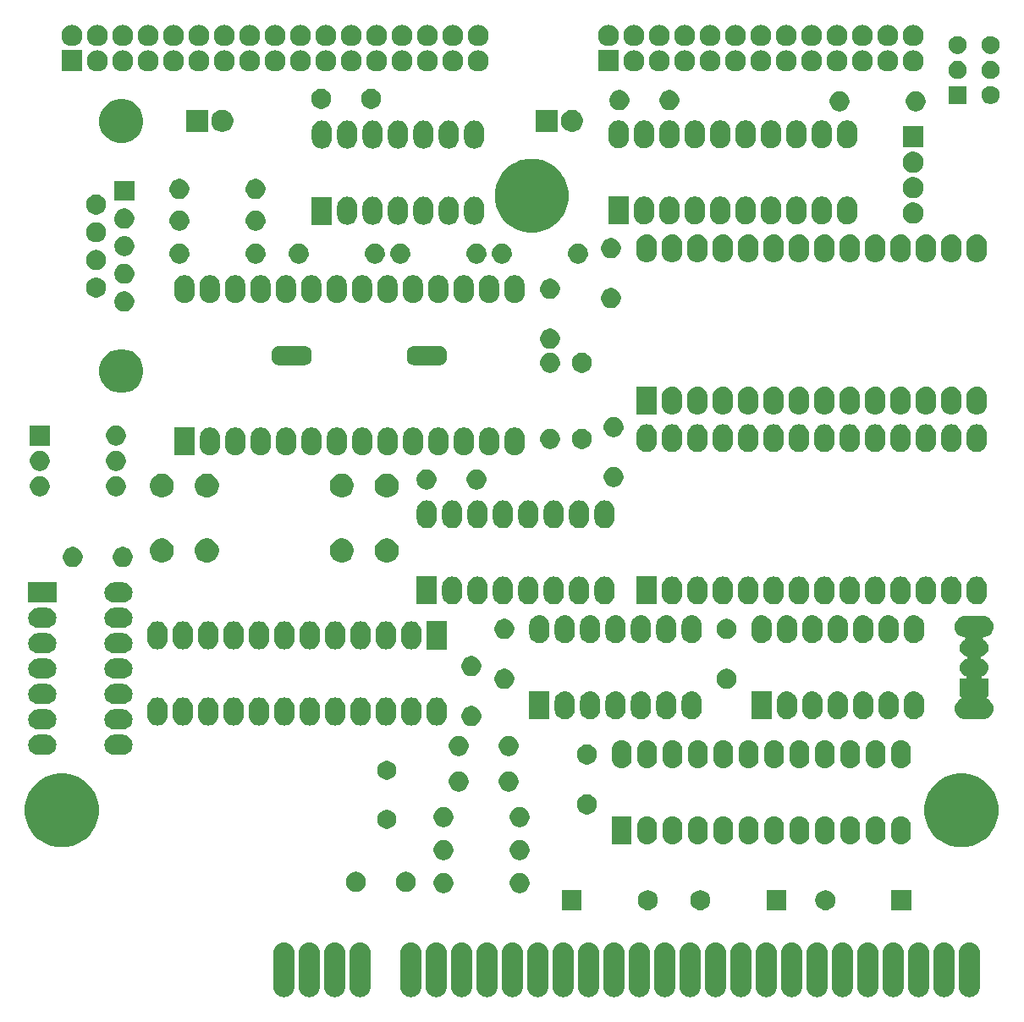
<source format=gbs>
G04 #@! TF.GenerationSoftware,KiCad,Pcbnew,(5.1.6)-1*
G04 #@! TF.CreationDate,2020-07-28T07:12:55+03:00*
G04 #@! TF.ProjectId,PlusD_Clone_1_3,506c7573-445f-4436-9c6f-6e655f315f33,rev?*
G04 #@! TF.SameCoordinates,Original*
G04 #@! TF.FileFunction,Soldermask,Bot*
G04 #@! TF.FilePolarity,Negative*
%FSLAX46Y46*%
G04 Gerber Fmt 4.6, Leading zero omitted, Abs format (unit mm)*
G04 Created by KiCad (PCBNEW (5.1.6)-1) date 2020-07-28 07:12:55*
%MOMM*%
%LPD*%
G01*
G04 APERTURE LIST*
%ADD10C,0.100000*%
G04 APERTURE END LIST*
D10*
G36*
X92971480Y-119235757D02*
G01*
X93176758Y-119298027D01*
X93365943Y-119399149D01*
X93531765Y-119535235D01*
X93643448Y-119671322D01*
X93667852Y-119701058D01*
X93768972Y-119890239D01*
X93768973Y-119890241D01*
X93831243Y-120095519D01*
X93847000Y-120255503D01*
X93847000Y-123664497D01*
X93831243Y-123824481D01*
X93768973Y-124029759D01*
X93768972Y-124029761D01*
X93667852Y-124218942D01*
X93531765Y-124384765D01*
X93365942Y-124520852D01*
X93176761Y-124621972D01*
X93176759Y-124621973D01*
X92971481Y-124684243D01*
X92758000Y-124705269D01*
X92544520Y-124684243D01*
X92339242Y-124621973D01*
X92339240Y-124621972D01*
X92150059Y-124520852D01*
X91984236Y-124384765D01*
X91848149Y-124218942D01*
X91747029Y-124029761D01*
X91747028Y-124029759D01*
X91684758Y-123824481D01*
X91669001Y-123664497D01*
X91669000Y-120255504D01*
X91684757Y-120095520D01*
X91747027Y-119890242D01*
X91848149Y-119701057D01*
X91984235Y-119535235D01*
X92150057Y-119399149D01*
X92150056Y-119399149D01*
X92150058Y-119399148D01*
X92339239Y-119298028D01*
X92339241Y-119298027D01*
X92544519Y-119235757D01*
X92758000Y-119214731D01*
X92971480Y-119235757D01*
G37*
G36*
X108211480Y-119235757D02*
G01*
X108416758Y-119298027D01*
X108605943Y-119399149D01*
X108771765Y-119535235D01*
X108883448Y-119671322D01*
X108907852Y-119701058D01*
X109008972Y-119890239D01*
X109008973Y-119890241D01*
X109071243Y-120095519D01*
X109087000Y-120255503D01*
X109087000Y-123664497D01*
X109071243Y-123824481D01*
X109008973Y-124029759D01*
X109008972Y-124029761D01*
X108907852Y-124218942D01*
X108771765Y-124384765D01*
X108605942Y-124520852D01*
X108416761Y-124621972D01*
X108416759Y-124621973D01*
X108211481Y-124684243D01*
X107998000Y-124705269D01*
X107784520Y-124684243D01*
X107579242Y-124621973D01*
X107579240Y-124621972D01*
X107390059Y-124520852D01*
X107224236Y-124384765D01*
X107088149Y-124218942D01*
X106987029Y-124029761D01*
X106987028Y-124029759D01*
X106924758Y-123824481D01*
X106909001Y-123664497D01*
X106909000Y-120255504D01*
X106924757Y-120095520D01*
X106987027Y-119890242D01*
X107088149Y-119701057D01*
X107224235Y-119535235D01*
X107390057Y-119399149D01*
X107390056Y-119399149D01*
X107390058Y-119399148D01*
X107579239Y-119298028D01*
X107579241Y-119298027D01*
X107784519Y-119235757D01*
X107998000Y-119214731D01*
X108211480Y-119235757D01*
G37*
G36*
X90431480Y-119235757D02*
G01*
X90636758Y-119298027D01*
X90825943Y-119399149D01*
X90991765Y-119535235D01*
X91103448Y-119671322D01*
X91127852Y-119701058D01*
X91228972Y-119890239D01*
X91228973Y-119890241D01*
X91291243Y-120095519D01*
X91307000Y-120255503D01*
X91307000Y-123664497D01*
X91291243Y-123824481D01*
X91228973Y-124029759D01*
X91228972Y-124029761D01*
X91127852Y-124218942D01*
X90991765Y-124384765D01*
X90825942Y-124520852D01*
X90636761Y-124621972D01*
X90636759Y-124621973D01*
X90431481Y-124684243D01*
X90218000Y-124705269D01*
X90004520Y-124684243D01*
X89799242Y-124621973D01*
X89799240Y-124621972D01*
X89610059Y-124520852D01*
X89444236Y-124384765D01*
X89308149Y-124218942D01*
X89207029Y-124029761D01*
X89207028Y-124029759D01*
X89144758Y-123824481D01*
X89129001Y-123664497D01*
X89129000Y-120255504D01*
X89144757Y-120095520D01*
X89207027Y-119890242D01*
X89308149Y-119701057D01*
X89444235Y-119535235D01*
X89610057Y-119399149D01*
X89610056Y-119399149D01*
X89610058Y-119399148D01*
X89799239Y-119298028D01*
X89799241Y-119298027D01*
X90004519Y-119235757D01*
X90218000Y-119214731D01*
X90431480Y-119235757D01*
G37*
G36*
X138691480Y-119235757D02*
G01*
X138896758Y-119298027D01*
X139085943Y-119399149D01*
X139251765Y-119535235D01*
X139363448Y-119671322D01*
X139387852Y-119701058D01*
X139488972Y-119890239D01*
X139488973Y-119890241D01*
X139551243Y-120095519D01*
X139567000Y-120255503D01*
X139567000Y-123664497D01*
X139551243Y-123824481D01*
X139488973Y-124029759D01*
X139488972Y-124029761D01*
X139387852Y-124218942D01*
X139251765Y-124384765D01*
X139085942Y-124520852D01*
X138896761Y-124621972D01*
X138896759Y-124621973D01*
X138691481Y-124684243D01*
X138478000Y-124705269D01*
X138264520Y-124684243D01*
X138059242Y-124621973D01*
X138059240Y-124621972D01*
X137870059Y-124520852D01*
X137704236Y-124384765D01*
X137568149Y-124218942D01*
X137467029Y-124029761D01*
X137467028Y-124029759D01*
X137404758Y-123824481D01*
X137389001Y-123664497D01*
X137389000Y-120255504D01*
X137404757Y-120095520D01*
X137467027Y-119890242D01*
X137568149Y-119701057D01*
X137704235Y-119535235D01*
X137870057Y-119399149D01*
X137870056Y-119399149D01*
X137870058Y-119399148D01*
X138059239Y-119298028D01*
X138059241Y-119298027D01*
X138264519Y-119235757D01*
X138478000Y-119214731D01*
X138691480Y-119235757D01*
G37*
G36*
X151391480Y-119235757D02*
G01*
X151596758Y-119298027D01*
X151785943Y-119399149D01*
X151951765Y-119535235D01*
X152063448Y-119671322D01*
X152087852Y-119701058D01*
X152188972Y-119890239D01*
X152188973Y-119890241D01*
X152251243Y-120095519D01*
X152267000Y-120255503D01*
X152267000Y-123664497D01*
X152251243Y-123824481D01*
X152188973Y-124029759D01*
X152188972Y-124029761D01*
X152087852Y-124218942D01*
X151951765Y-124384765D01*
X151785942Y-124520852D01*
X151596761Y-124621972D01*
X151596759Y-124621973D01*
X151391481Y-124684243D01*
X151178000Y-124705269D01*
X150964520Y-124684243D01*
X150759242Y-124621973D01*
X150759240Y-124621972D01*
X150570059Y-124520852D01*
X150404236Y-124384765D01*
X150268149Y-124218942D01*
X150167029Y-124029761D01*
X150167028Y-124029759D01*
X150104758Y-123824481D01*
X150089001Y-123664497D01*
X150089000Y-120255504D01*
X150104757Y-120095520D01*
X150167027Y-119890242D01*
X150268149Y-119701057D01*
X150404235Y-119535235D01*
X150570057Y-119399149D01*
X150570056Y-119399149D01*
X150570058Y-119399148D01*
X150759239Y-119298028D01*
X150759241Y-119298027D01*
X150964519Y-119235757D01*
X151178000Y-119214731D01*
X151391480Y-119235757D01*
G37*
G36*
X120911480Y-119235757D02*
G01*
X121116758Y-119298027D01*
X121305943Y-119399149D01*
X121471765Y-119535235D01*
X121583448Y-119671322D01*
X121607852Y-119701058D01*
X121708972Y-119890239D01*
X121708973Y-119890241D01*
X121771243Y-120095519D01*
X121787000Y-120255503D01*
X121787000Y-123664497D01*
X121771243Y-123824481D01*
X121708973Y-124029759D01*
X121708972Y-124029761D01*
X121607852Y-124218942D01*
X121471765Y-124384765D01*
X121305942Y-124520852D01*
X121116761Y-124621972D01*
X121116759Y-124621973D01*
X120911481Y-124684243D01*
X120698000Y-124705269D01*
X120484520Y-124684243D01*
X120279242Y-124621973D01*
X120279240Y-124621972D01*
X120090059Y-124520852D01*
X119924236Y-124384765D01*
X119788149Y-124218942D01*
X119687029Y-124029761D01*
X119687028Y-124029759D01*
X119624758Y-123824481D01*
X119609001Y-123664497D01*
X119609000Y-120255504D01*
X119624757Y-120095520D01*
X119687027Y-119890242D01*
X119788149Y-119701057D01*
X119924235Y-119535235D01*
X120090057Y-119399149D01*
X120090056Y-119399149D01*
X120090058Y-119399148D01*
X120279239Y-119298028D01*
X120279241Y-119298027D01*
X120484519Y-119235757D01*
X120698000Y-119214731D01*
X120911480Y-119235757D01*
G37*
G36*
X110751480Y-119235757D02*
G01*
X110956758Y-119298027D01*
X111145943Y-119399149D01*
X111311765Y-119535235D01*
X111423448Y-119671322D01*
X111447852Y-119701058D01*
X111548972Y-119890239D01*
X111548973Y-119890241D01*
X111611243Y-120095519D01*
X111627000Y-120255503D01*
X111627000Y-123664497D01*
X111611243Y-123824481D01*
X111548973Y-124029759D01*
X111548972Y-124029761D01*
X111447852Y-124218942D01*
X111311765Y-124384765D01*
X111145942Y-124520852D01*
X110956761Y-124621972D01*
X110956759Y-124621973D01*
X110751481Y-124684243D01*
X110538000Y-124705269D01*
X110324520Y-124684243D01*
X110119242Y-124621973D01*
X110119240Y-124621972D01*
X109930059Y-124520852D01*
X109764236Y-124384765D01*
X109628149Y-124218942D01*
X109527029Y-124029761D01*
X109527028Y-124029759D01*
X109464758Y-123824481D01*
X109449001Y-123664497D01*
X109449000Y-120255504D01*
X109464757Y-120095520D01*
X109527027Y-119890242D01*
X109628149Y-119701057D01*
X109764235Y-119535235D01*
X109930057Y-119399149D01*
X109930056Y-119399149D01*
X109930058Y-119399148D01*
X110119239Y-119298028D01*
X110119241Y-119298027D01*
X110324519Y-119235757D01*
X110538000Y-119214731D01*
X110751480Y-119235757D01*
G37*
G36*
X113291480Y-119235757D02*
G01*
X113496758Y-119298027D01*
X113685943Y-119399149D01*
X113851765Y-119535235D01*
X113963448Y-119671322D01*
X113987852Y-119701058D01*
X114088972Y-119890239D01*
X114088973Y-119890241D01*
X114151243Y-120095519D01*
X114167000Y-120255503D01*
X114167000Y-123664497D01*
X114151243Y-123824481D01*
X114088973Y-124029759D01*
X114088972Y-124029761D01*
X113987852Y-124218942D01*
X113851765Y-124384765D01*
X113685942Y-124520852D01*
X113496761Y-124621972D01*
X113496759Y-124621973D01*
X113291481Y-124684243D01*
X113078000Y-124705269D01*
X112864520Y-124684243D01*
X112659242Y-124621973D01*
X112659240Y-124621972D01*
X112470059Y-124520852D01*
X112304236Y-124384765D01*
X112168149Y-124218942D01*
X112067029Y-124029761D01*
X112067028Y-124029759D01*
X112004758Y-123824481D01*
X111989001Y-123664497D01*
X111989000Y-120255504D01*
X112004757Y-120095520D01*
X112067027Y-119890242D01*
X112168149Y-119701057D01*
X112304235Y-119535235D01*
X112470057Y-119399149D01*
X112470056Y-119399149D01*
X112470058Y-119399148D01*
X112659239Y-119298028D01*
X112659241Y-119298027D01*
X112864519Y-119235757D01*
X113078000Y-119214731D01*
X113291480Y-119235757D01*
G37*
G36*
X128531480Y-119235757D02*
G01*
X128736758Y-119298027D01*
X128925943Y-119399149D01*
X129091765Y-119535235D01*
X129203448Y-119671322D01*
X129227852Y-119701058D01*
X129328972Y-119890239D01*
X129328973Y-119890241D01*
X129391243Y-120095519D01*
X129407000Y-120255503D01*
X129407000Y-123664497D01*
X129391243Y-123824481D01*
X129328973Y-124029759D01*
X129328972Y-124029761D01*
X129227852Y-124218942D01*
X129091765Y-124384765D01*
X128925942Y-124520852D01*
X128736761Y-124621972D01*
X128736759Y-124621973D01*
X128531481Y-124684243D01*
X128318000Y-124705269D01*
X128104520Y-124684243D01*
X127899242Y-124621973D01*
X127899240Y-124621972D01*
X127710059Y-124520852D01*
X127544236Y-124384765D01*
X127408149Y-124218942D01*
X127307029Y-124029761D01*
X127307028Y-124029759D01*
X127244758Y-123824481D01*
X127229001Y-123664497D01*
X127229000Y-120255504D01*
X127244757Y-120095520D01*
X127307027Y-119890242D01*
X127408149Y-119701057D01*
X127544235Y-119535235D01*
X127710057Y-119399149D01*
X127710056Y-119399149D01*
X127710058Y-119399148D01*
X127899239Y-119298028D01*
X127899241Y-119298027D01*
X128104519Y-119235757D01*
X128318000Y-119214731D01*
X128531480Y-119235757D01*
G37*
G36*
X156471480Y-119235757D02*
G01*
X156676758Y-119298027D01*
X156865943Y-119399149D01*
X157031765Y-119535235D01*
X157143448Y-119671322D01*
X157167852Y-119701058D01*
X157268972Y-119890239D01*
X157268973Y-119890241D01*
X157331243Y-120095519D01*
X157347000Y-120255503D01*
X157347000Y-123664497D01*
X157331243Y-123824481D01*
X157268973Y-124029759D01*
X157268972Y-124029761D01*
X157167852Y-124218942D01*
X157031765Y-124384765D01*
X156865942Y-124520852D01*
X156676761Y-124621972D01*
X156676759Y-124621973D01*
X156471481Y-124684243D01*
X156258000Y-124705269D01*
X156044520Y-124684243D01*
X155839242Y-124621973D01*
X155839240Y-124621972D01*
X155650059Y-124520852D01*
X155484236Y-124384765D01*
X155348149Y-124218942D01*
X155247029Y-124029761D01*
X155247028Y-124029759D01*
X155184758Y-123824481D01*
X155169001Y-123664497D01*
X155169000Y-120255504D01*
X155184757Y-120095520D01*
X155247027Y-119890242D01*
X155348149Y-119701057D01*
X155484235Y-119535235D01*
X155650057Y-119399149D01*
X155650056Y-119399149D01*
X155650058Y-119399148D01*
X155839239Y-119298028D01*
X155839241Y-119298027D01*
X156044519Y-119235757D01*
X156258000Y-119214731D01*
X156471480Y-119235757D01*
G37*
G36*
X115831480Y-119235757D02*
G01*
X116036758Y-119298027D01*
X116225943Y-119399149D01*
X116391765Y-119535235D01*
X116503448Y-119671322D01*
X116527852Y-119701058D01*
X116628972Y-119890239D01*
X116628973Y-119890241D01*
X116691243Y-120095519D01*
X116707000Y-120255503D01*
X116707000Y-123664497D01*
X116691243Y-123824481D01*
X116628973Y-124029759D01*
X116628972Y-124029761D01*
X116527852Y-124218942D01*
X116391765Y-124384765D01*
X116225942Y-124520852D01*
X116036761Y-124621972D01*
X116036759Y-124621973D01*
X115831481Y-124684243D01*
X115618000Y-124705269D01*
X115404520Y-124684243D01*
X115199242Y-124621973D01*
X115199240Y-124621972D01*
X115010059Y-124520852D01*
X114844236Y-124384765D01*
X114708149Y-124218942D01*
X114607029Y-124029761D01*
X114607028Y-124029759D01*
X114544758Y-123824481D01*
X114529001Y-123664497D01*
X114529000Y-120255504D01*
X114544757Y-120095520D01*
X114607027Y-119890242D01*
X114708149Y-119701057D01*
X114844235Y-119535235D01*
X115010057Y-119399149D01*
X115010056Y-119399149D01*
X115010058Y-119399148D01*
X115199239Y-119298028D01*
X115199241Y-119298027D01*
X115404519Y-119235757D01*
X115618000Y-119214731D01*
X115831480Y-119235757D01*
G37*
G36*
X143771480Y-119235757D02*
G01*
X143976758Y-119298027D01*
X144165943Y-119399149D01*
X144331765Y-119535235D01*
X144443448Y-119671322D01*
X144467852Y-119701058D01*
X144568972Y-119890239D01*
X144568973Y-119890241D01*
X144631243Y-120095519D01*
X144647000Y-120255503D01*
X144647000Y-123664497D01*
X144631243Y-123824481D01*
X144568973Y-124029759D01*
X144568972Y-124029761D01*
X144467852Y-124218942D01*
X144331765Y-124384765D01*
X144165942Y-124520852D01*
X143976761Y-124621972D01*
X143976759Y-124621973D01*
X143771481Y-124684243D01*
X143558000Y-124705269D01*
X143344520Y-124684243D01*
X143139242Y-124621973D01*
X143139240Y-124621972D01*
X142950059Y-124520852D01*
X142784236Y-124384765D01*
X142648149Y-124218942D01*
X142547029Y-124029761D01*
X142547028Y-124029759D01*
X142484758Y-123824481D01*
X142469001Y-123664497D01*
X142469000Y-120255504D01*
X142484757Y-120095520D01*
X142547027Y-119890242D01*
X142648149Y-119701057D01*
X142784235Y-119535235D01*
X142950057Y-119399149D01*
X142950056Y-119399149D01*
X142950058Y-119399148D01*
X143139239Y-119298028D01*
X143139241Y-119298027D01*
X143344519Y-119235757D01*
X143558000Y-119214731D01*
X143771480Y-119235757D01*
G37*
G36*
X136151480Y-119235757D02*
G01*
X136356758Y-119298027D01*
X136545943Y-119399149D01*
X136711765Y-119535235D01*
X136823448Y-119671322D01*
X136847852Y-119701058D01*
X136948972Y-119890239D01*
X136948973Y-119890241D01*
X137011243Y-120095519D01*
X137027000Y-120255503D01*
X137027000Y-123664497D01*
X137011243Y-123824481D01*
X136948973Y-124029759D01*
X136948972Y-124029761D01*
X136847852Y-124218942D01*
X136711765Y-124384765D01*
X136545942Y-124520852D01*
X136356761Y-124621972D01*
X136356759Y-124621973D01*
X136151481Y-124684243D01*
X135938000Y-124705269D01*
X135724520Y-124684243D01*
X135519242Y-124621973D01*
X135519240Y-124621972D01*
X135330059Y-124520852D01*
X135164236Y-124384765D01*
X135028149Y-124218942D01*
X134927029Y-124029761D01*
X134927028Y-124029759D01*
X134864758Y-123824481D01*
X134849001Y-123664497D01*
X134849000Y-120255504D01*
X134864757Y-120095520D01*
X134927027Y-119890242D01*
X135028149Y-119701057D01*
X135164235Y-119535235D01*
X135330057Y-119399149D01*
X135330056Y-119399149D01*
X135330058Y-119399148D01*
X135519239Y-119298028D01*
X135519241Y-119298027D01*
X135724519Y-119235757D01*
X135938000Y-119214731D01*
X136151480Y-119235757D01*
G37*
G36*
X131071480Y-119235757D02*
G01*
X131276758Y-119298027D01*
X131465943Y-119399149D01*
X131631765Y-119535235D01*
X131743448Y-119671322D01*
X131767852Y-119701058D01*
X131868972Y-119890239D01*
X131868973Y-119890241D01*
X131931243Y-120095519D01*
X131947000Y-120255503D01*
X131947000Y-123664497D01*
X131931243Y-123824481D01*
X131868973Y-124029759D01*
X131868972Y-124029761D01*
X131767852Y-124218942D01*
X131631765Y-124384765D01*
X131465942Y-124520852D01*
X131276761Y-124621972D01*
X131276759Y-124621973D01*
X131071481Y-124684243D01*
X130858000Y-124705269D01*
X130644520Y-124684243D01*
X130439242Y-124621973D01*
X130439240Y-124621972D01*
X130250059Y-124520852D01*
X130084236Y-124384765D01*
X129948149Y-124218942D01*
X129847029Y-124029761D01*
X129847028Y-124029759D01*
X129784758Y-123824481D01*
X129769001Y-123664497D01*
X129769000Y-120255504D01*
X129784757Y-120095520D01*
X129847027Y-119890242D01*
X129948149Y-119701057D01*
X130084235Y-119535235D01*
X130250057Y-119399149D01*
X130250056Y-119399149D01*
X130250058Y-119399148D01*
X130439239Y-119298028D01*
X130439241Y-119298027D01*
X130644519Y-119235757D01*
X130858000Y-119214731D01*
X131071480Y-119235757D01*
G37*
G36*
X148851480Y-119235757D02*
G01*
X149056758Y-119298027D01*
X149245943Y-119399149D01*
X149411765Y-119535235D01*
X149523448Y-119671322D01*
X149547852Y-119701058D01*
X149648972Y-119890239D01*
X149648973Y-119890241D01*
X149711243Y-120095519D01*
X149727000Y-120255503D01*
X149727000Y-123664497D01*
X149711243Y-123824481D01*
X149648973Y-124029759D01*
X149648972Y-124029761D01*
X149547852Y-124218942D01*
X149411765Y-124384765D01*
X149245942Y-124520852D01*
X149056761Y-124621972D01*
X149056759Y-124621973D01*
X148851481Y-124684243D01*
X148638000Y-124705269D01*
X148424520Y-124684243D01*
X148219242Y-124621973D01*
X148219240Y-124621972D01*
X148030059Y-124520852D01*
X147864236Y-124384765D01*
X147728149Y-124218942D01*
X147627029Y-124029761D01*
X147627028Y-124029759D01*
X147564758Y-123824481D01*
X147549001Y-123664497D01*
X147549000Y-120255504D01*
X147564757Y-120095520D01*
X147627027Y-119890242D01*
X147728149Y-119701057D01*
X147864235Y-119535235D01*
X148030057Y-119399149D01*
X148030056Y-119399149D01*
X148030058Y-119399148D01*
X148219239Y-119298028D01*
X148219241Y-119298027D01*
X148424519Y-119235757D01*
X148638000Y-119214731D01*
X148851480Y-119235757D01*
G37*
G36*
X123451480Y-119235757D02*
G01*
X123656758Y-119298027D01*
X123845943Y-119399149D01*
X124011765Y-119535235D01*
X124123448Y-119671322D01*
X124147852Y-119701058D01*
X124248972Y-119890239D01*
X124248973Y-119890241D01*
X124311243Y-120095519D01*
X124327000Y-120255503D01*
X124327000Y-123664497D01*
X124311243Y-123824481D01*
X124248973Y-124029759D01*
X124248972Y-124029761D01*
X124147852Y-124218942D01*
X124011765Y-124384765D01*
X123845942Y-124520852D01*
X123656761Y-124621972D01*
X123656759Y-124621973D01*
X123451481Y-124684243D01*
X123238000Y-124705269D01*
X123024520Y-124684243D01*
X122819242Y-124621973D01*
X122819240Y-124621972D01*
X122630059Y-124520852D01*
X122464236Y-124384765D01*
X122328149Y-124218942D01*
X122227029Y-124029761D01*
X122227028Y-124029759D01*
X122164758Y-123824481D01*
X122149001Y-123664497D01*
X122149000Y-120255504D01*
X122164757Y-120095520D01*
X122227027Y-119890242D01*
X122328149Y-119701057D01*
X122464235Y-119535235D01*
X122630057Y-119399149D01*
X122630056Y-119399149D01*
X122630058Y-119399148D01*
X122819239Y-119298028D01*
X122819241Y-119298027D01*
X123024519Y-119235757D01*
X123238000Y-119214731D01*
X123451480Y-119235757D01*
G37*
G36*
X98051480Y-119235757D02*
G01*
X98256758Y-119298027D01*
X98445943Y-119399149D01*
X98611765Y-119535235D01*
X98723448Y-119671322D01*
X98747852Y-119701058D01*
X98848972Y-119890239D01*
X98848973Y-119890241D01*
X98911243Y-120095519D01*
X98927000Y-120255503D01*
X98927000Y-123664497D01*
X98911243Y-123824481D01*
X98848973Y-124029759D01*
X98848972Y-124029761D01*
X98747852Y-124218942D01*
X98611765Y-124384765D01*
X98445942Y-124520852D01*
X98256761Y-124621972D01*
X98256759Y-124621973D01*
X98051481Y-124684243D01*
X97838000Y-124705269D01*
X97624520Y-124684243D01*
X97419242Y-124621973D01*
X97419240Y-124621972D01*
X97230059Y-124520852D01*
X97064236Y-124384765D01*
X96928149Y-124218942D01*
X96827029Y-124029761D01*
X96827028Y-124029759D01*
X96764758Y-123824481D01*
X96749001Y-123664497D01*
X96749000Y-120255504D01*
X96764757Y-120095520D01*
X96827027Y-119890242D01*
X96928149Y-119701057D01*
X97064235Y-119535235D01*
X97230057Y-119399149D01*
X97230056Y-119399149D01*
X97230058Y-119399148D01*
X97419239Y-119298028D01*
X97419241Y-119298027D01*
X97624519Y-119235757D01*
X97838000Y-119214731D01*
X98051480Y-119235757D01*
G37*
G36*
X103131480Y-119235757D02*
G01*
X103336758Y-119298027D01*
X103525943Y-119399149D01*
X103691765Y-119535235D01*
X103803448Y-119671322D01*
X103827852Y-119701058D01*
X103928972Y-119890239D01*
X103928973Y-119890241D01*
X103991243Y-120095519D01*
X104007000Y-120255503D01*
X104007000Y-123664497D01*
X103991243Y-123824481D01*
X103928973Y-124029759D01*
X103928972Y-124029761D01*
X103827852Y-124218942D01*
X103691765Y-124384765D01*
X103525942Y-124520852D01*
X103336761Y-124621972D01*
X103336759Y-124621973D01*
X103131481Y-124684243D01*
X102918000Y-124705269D01*
X102704520Y-124684243D01*
X102499242Y-124621973D01*
X102499240Y-124621972D01*
X102310059Y-124520852D01*
X102144236Y-124384765D01*
X102008149Y-124218942D01*
X101907029Y-124029761D01*
X101907028Y-124029759D01*
X101844758Y-123824481D01*
X101829001Y-123664497D01*
X101829000Y-120255504D01*
X101844757Y-120095520D01*
X101907027Y-119890242D01*
X102008149Y-119701057D01*
X102144235Y-119535235D01*
X102310057Y-119399149D01*
X102310056Y-119399149D01*
X102310058Y-119399148D01*
X102499239Y-119298028D01*
X102499241Y-119298027D01*
X102704519Y-119235757D01*
X102918000Y-119214731D01*
X103131480Y-119235757D01*
G37*
G36*
X105671480Y-119235757D02*
G01*
X105876758Y-119298027D01*
X106065943Y-119399149D01*
X106231765Y-119535235D01*
X106343448Y-119671322D01*
X106367852Y-119701058D01*
X106468972Y-119890239D01*
X106468973Y-119890241D01*
X106531243Y-120095519D01*
X106547000Y-120255503D01*
X106547000Y-123664497D01*
X106531243Y-123824481D01*
X106468973Y-124029759D01*
X106468972Y-124029761D01*
X106367852Y-124218942D01*
X106231765Y-124384765D01*
X106065942Y-124520852D01*
X105876761Y-124621972D01*
X105876759Y-124621973D01*
X105671481Y-124684243D01*
X105458000Y-124705269D01*
X105244520Y-124684243D01*
X105039242Y-124621973D01*
X105039240Y-124621972D01*
X104850059Y-124520852D01*
X104684236Y-124384765D01*
X104548149Y-124218942D01*
X104447029Y-124029761D01*
X104447028Y-124029759D01*
X104384758Y-123824481D01*
X104369001Y-123664497D01*
X104369000Y-120255504D01*
X104384757Y-120095520D01*
X104447027Y-119890242D01*
X104548149Y-119701057D01*
X104684235Y-119535235D01*
X104850057Y-119399149D01*
X104850056Y-119399149D01*
X104850058Y-119399148D01*
X105039239Y-119298028D01*
X105039241Y-119298027D01*
X105244519Y-119235757D01*
X105458000Y-119214731D01*
X105671480Y-119235757D01*
G37*
G36*
X95511480Y-119235757D02*
G01*
X95716758Y-119298027D01*
X95905943Y-119399149D01*
X96071765Y-119535235D01*
X96183448Y-119671322D01*
X96207852Y-119701058D01*
X96308972Y-119890239D01*
X96308973Y-119890241D01*
X96371243Y-120095519D01*
X96387000Y-120255503D01*
X96387000Y-123664497D01*
X96371243Y-123824481D01*
X96308973Y-124029759D01*
X96308972Y-124029761D01*
X96207852Y-124218942D01*
X96071765Y-124384765D01*
X95905942Y-124520852D01*
X95716761Y-124621972D01*
X95716759Y-124621973D01*
X95511481Y-124684243D01*
X95298000Y-124705269D01*
X95084520Y-124684243D01*
X94879242Y-124621973D01*
X94879240Y-124621972D01*
X94690059Y-124520852D01*
X94524236Y-124384765D01*
X94388149Y-124218942D01*
X94287029Y-124029761D01*
X94287028Y-124029759D01*
X94224758Y-123824481D01*
X94209001Y-123664497D01*
X94209000Y-120255504D01*
X94224757Y-120095520D01*
X94287027Y-119890242D01*
X94388149Y-119701057D01*
X94524235Y-119535235D01*
X94690057Y-119399149D01*
X94690056Y-119399149D01*
X94690058Y-119399148D01*
X94879239Y-119298028D01*
X94879241Y-119298027D01*
X95084519Y-119235757D01*
X95298000Y-119214731D01*
X95511480Y-119235757D01*
G37*
G36*
X153931480Y-119235757D02*
G01*
X154136758Y-119298027D01*
X154325943Y-119399149D01*
X154491765Y-119535235D01*
X154603448Y-119671322D01*
X154627852Y-119701058D01*
X154728972Y-119890239D01*
X154728973Y-119890241D01*
X154791243Y-120095519D01*
X154807000Y-120255503D01*
X154807000Y-123664497D01*
X154791243Y-123824481D01*
X154728973Y-124029759D01*
X154728972Y-124029761D01*
X154627852Y-124218942D01*
X154491765Y-124384765D01*
X154325942Y-124520852D01*
X154136761Y-124621972D01*
X154136759Y-124621973D01*
X153931481Y-124684243D01*
X153718000Y-124705269D01*
X153504520Y-124684243D01*
X153299242Y-124621973D01*
X153299240Y-124621972D01*
X153110059Y-124520852D01*
X152944236Y-124384765D01*
X152808149Y-124218942D01*
X152707029Y-124029761D01*
X152707028Y-124029759D01*
X152644758Y-123824481D01*
X152629001Y-123664497D01*
X152629000Y-120255504D01*
X152644757Y-120095520D01*
X152707027Y-119890242D01*
X152808149Y-119701057D01*
X152944235Y-119535235D01*
X153110057Y-119399149D01*
X153110056Y-119399149D01*
X153110058Y-119399148D01*
X153299239Y-119298028D01*
X153299241Y-119298027D01*
X153504519Y-119235757D01*
X153718000Y-119214731D01*
X153931480Y-119235757D01*
G37*
G36*
X125991480Y-119235757D02*
G01*
X126196758Y-119298027D01*
X126385943Y-119399149D01*
X126551765Y-119535235D01*
X126663448Y-119671322D01*
X126687852Y-119701058D01*
X126788972Y-119890239D01*
X126788973Y-119890241D01*
X126851243Y-120095519D01*
X126867000Y-120255503D01*
X126867000Y-123664497D01*
X126851243Y-123824481D01*
X126788973Y-124029759D01*
X126788972Y-124029761D01*
X126687852Y-124218942D01*
X126551765Y-124384765D01*
X126385942Y-124520852D01*
X126196761Y-124621972D01*
X126196759Y-124621973D01*
X125991481Y-124684243D01*
X125778000Y-124705269D01*
X125564520Y-124684243D01*
X125359242Y-124621973D01*
X125359240Y-124621972D01*
X125170059Y-124520852D01*
X125004236Y-124384765D01*
X124868149Y-124218942D01*
X124767029Y-124029761D01*
X124767028Y-124029759D01*
X124704758Y-123824481D01*
X124689001Y-123664497D01*
X124689000Y-120255504D01*
X124704757Y-120095520D01*
X124767027Y-119890242D01*
X124868149Y-119701057D01*
X125004235Y-119535235D01*
X125170057Y-119399149D01*
X125170056Y-119399149D01*
X125170058Y-119399148D01*
X125359239Y-119298028D01*
X125359241Y-119298027D01*
X125564519Y-119235757D01*
X125778000Y-119214731D01*
X125991480Y-119235757D01*
G37*
G36*
X133611480Y-119235757D02*
G01*
X133816758Y-119298027D01*
X134005943Y-119399149D01*
X134171765Y-119535235D01*
X134283448Y-119671322D01*
X134307852Y-119701058D01*
X134408972Y-119890239D01*
X134408973Y-119890241D01*
X134471243Y-120095519D01*
X134487000Y-120255503D01*
X134487000Y-123664497D01*
X134471243Y-123824481D01*
X134408973Y-124029759D01*
X134408972Y-124029761D01*
X134307852Y-124218942D01*
X134171765Y-124384765D01*
X134005942Y-124520852D01*
X133816761Y-124621972D01*
X133816759Y-124621973D01*
X133611481Y-124684243D01*
X133398000Y-124705269D01*
X133184520Y-124684243D01*
X132979242Y-124621973D01*
X132979240Y-124621972D01*
X132790059Y-124520852D01*
X132624236Y-124384765D01*
X132488149Y-124218942D01*
X132387029Y-124029761D01*
X132387028Y-124029759D01*
X132324758Y-123824481D01*
X132309001Y-123664497D01*
X132309000Y-120255504D01*
X132324757Y-120095520D01*
X132387027Y-119890242D01*
X132488149Y-119701057D01*
X132624235Y-119535235D01*
X132790057Y-119399149D01*
X132790056Y-119399149D01*
X132790058Y-119399148D01*
X132979239Y-119298028D01*
X132979241Y-119298027D01*
X133184519Y-119235757D01*
X133398000Y-119214731D01*
X133611480Y-119235757D01*
G37*
G36*
X146311480Y-119235757D02*
G01*
X146516758Y-119298027D01*
X146705943Y-119399149D01*
X146871765Y-119535235D01*
X146983448Y-119671322D01*
X147007852Y-119701058D01*
X147108972Y-119890239D01*
X147108973Y-119890241D01*
X147171243Y-120095519D01*
X147187000Y-120255503D01*
X147187000Y-123664497D01*
X147171243Y-123824481D01*
X147108973Y-124029759D01*
X147108972Y-124029761D01*
X147007852Y-124218942D01*
X146871765Y-124384765D01*
X146705942Y-124520852D01*
X146516761Y-124621972D01*
X146516759Y-124621973D01*
X146311481Y-124684243D01*
X146098000Y-124705269D01*
X145884520Y-124684243D01*
X145679242Y-124621973D01*
X145679240Y-124621972D01*
X145490059Y-124520852D01*
X145324236Y-124384765D01*
X145188149Y-124218942D01*
X145087029Y-124029761D01*
X145087028Y-124029759D01*
X145024758Y-123824481D01*
X145009001Y-123664497D01*
X145009000Y-120255504D01*
X145024757Y-120095520D01*
X145087027Y-119890242D01*
X145188149Y-119701057D01*
X145324235Y-119535235D01*
X145490057Y-119399149D01*
X145490056Y-119399149D01*
X145490058Y-119399148D01*
X145679239Y-119298028D01*
X145679241Y-119298027D01*
X145884519Y-119235757D01*
X146098000Y-119214731D01*
X146311480Y-119235757D01*
G37*
G36*
X141231480Y-119235757D02*
G01*
X141436758Y-119298027D01*
X141625943Y-119399149D01*
X141791765Y-119535235D01*
X141903448Y-119671322D01*
X141927852Y-119701058D01*
X142028972Y-119890239D01*
X142028973Y-119890241D01*
X142091243Y-120095519D01*
X142107000Y-120255503D01*
X142107000Y-123664497D01*
X142091243Y-123824481D01*
X142028973Y-124029759D01*
X142028972Y-124029761D01*
X141927852Y-124218942D01*
X141791765Y-124384765D01*
X141625942Y-124520852D01*
X141436761Y-124621972D01*
X141436759Y-124621973D01*
X141231481Y-124684243D01*
X141018000Y-124705269D01*
X140804520Y-124684243D01*
X140599242Y-124621973D01*
X140599240Y-124621972D01*
X140410059Y-124520852D01*
X140244236Y-124384765D01*
X140108149Y-124218942D01*
X140007029Y-124029761D01*
X140007028Y-124029759D01*
X139944758Y-123824481D01*
X139929001Y-123664497D01*
X139929000Y-120255504D01*
X139944757Y-120095520D01*
X140007027Y-119890242D01*
X140108149Y-119701057D01*
X140244235Y-119535235D01*
X140410057Y-119399149D01*
X140410056Y-119399149D01*
X140410058Y-119399148D01*
X140599239Y-119298028D01*
X140599241Y-119298027D01*
X140804519Y-119235757D01*
X141018000Y-119214731D01*
X141231480Y-119235757D01*
G37*
G36*
X118371480Y-119235757D02*
G01*
X118576758Y-119298027D01*
X118765943Y-119399149D01*
X118931765Y-119535235D01*
X119043448Y-119671322D01*
X119067852Y-119701058D01*
X119168972Y-119890239D01*
X119168973Y-119890241D01*
X119231243Y-120095519D01*
X119247000Y-120255503D01*
X119247000Y-123664497D01*
X119231243Y-123824481D01*
X119168973Y-124029759D01*
X119168972Y-124029761D01*
X119067852Y-124218942D01*
X118931765Y-124384765D01*
X118765942Y-124520852D01*
X118576761Y-124621972D01*
X118576759Y-124621973D01*
X118371481Y-124684243D01*
X118158000Y-124705269D01*
X117944520Y-124684243D01*
X117739242Y-124621973D01*
X117739240Y-124621972D01*
X117550059Y-124520852D01*
X117384236Y-124384765D01*
X117248149Y-124218942D01*
X117147029Y-124029761D01*
X117147028Y-124029759D01*
X117084758Y-123824481D01*
X117069001Y-123664497D01*
X117069000Y-120255504D01*
X117084757Y-120095520D01*
X117147027Y-119890242D01*
X117248149Y-119701057D01*
X117384235Y-119535235D01*
X117550057Y-119399149D01*
X117550056Y-119399149D01*
X117550058Y-119399148D01*
X117739239Y-119298028D01*
X117739241Y-119298027D01*
X117944519Y-119235757D01*
X118158000Y-119214731D01*
X118371480Y-119235757D01*
G37*
G36*
X159011480Y-119235757D02*
G01*
X159216758Y-119298027D01*
X159405943Y-119399149D01*
X159571765Y-119535235D01*
X159683448Y-119671322D01*
X159707852Y-119701058D01*
X159808972Y-119890239D01*
X159808973Y-119890241D01*
X159871243Y-120095519D01*
X159887000Y-120255503D01*
X159887000Y-123664497D01*
X159871243Y-123824481D01*
X159808973Y-124029759D01*
X159808972Y-124029761D01*
X159707852Y-124218942D01*
X159571765Y-124384765D01*
X159405942Y-124520852D01*
X159216761Y-124621972D01*
X159216759Y-124621973D01*
X159011481Y-124684243D01*
X158798000Y-124705269D01*
X158584520Y-124684243D01*
X158379242Y-124621973D01*
X158379240Y-124621972D01*
X158190059Y-124520852D01*
X158024236Y-124384765D01*
X157888149Y-124218942D01*
X157787029Y-124029761D01*
X157787028Y-124029759D01*
X157724758Y-123824481D01*
X157709001Y-123664497D01*
X157709000Y-120255504D01*
X157724757Y-120095520D01*
X157787027Y-119890242D01*
X157888149Y-119701057D01*
X158024235Y-119535235D01*
X158190057Y-119399149D01*
X158190056Y-119399149D01*
X158190058Y-119399148D01*
X158379239Y-119298028D01*
X158379241Y-119298027D01*
X158584519Y-119235757D01*
X158798000Y-119214731D01*
X159011480Y-119235757D01*
G37*
G36*
X132107290Y-114025619D02*
G01*
X132171689Y-114038429D01*
X132353678Y-114113811D01*
X132517463Y-114223249D01*
X132656751Y-114362537D01*
X132766189Y-114526322D01*
X132841571Y-114708311D01*
X132880000Y-114901509D01*
X132880000Y-115098491D01*
X132841571Y-115291689D01*
X132766189Y-115473678D01*
X132656751Y-115637463D01*
X132517463Y-115776751D01*
X132353678Y-115886189D01*
X132171689Y-115961571D01*
X132107290Y-115974381D01*
X131978493Y-116000000D01*
X131781507Y-116000000D01*
X131652710Y-115974381D01*
X131588311Y-115961571D01*
X131406322Y-115886189D01*
X131242537Y-115776751D01*
X131103249Y-115637463D01*
X130993811Y-115473678D01*
X130918429Y-115291689D01*
X130880000Y-115098491D01*
X130880000Y-114901509D01*
X130918429Y-114708311D01*
X130993811Y-114526322D01*
X131103249Y-114362537D01*
X131242537Y-114223249D01*
X131406322Y-114113811D01*
X131588311Y-114038429D01*
X131652710Y-114025619D01*
X131781507Y-114000000D01*
X131978493Y-114000000D01*
X132107290Y-114025619D01*
G37*
G36*
X140500000Y-116000000D02*
G01*
X138500000Y-116000000D01*
X138500000Y-114000000D01*
X140500000Y-114000000D01*
X140500000Y-116000000D01*
G37*
G36*
X153000000Y-116000000D02*
G01*
X151000000Y-116000000D01*
X151000000Y-114000000D01*
X153000000Y-114000000D01*
X153000000Y-116000000D01*
G37*
G36*
X120000000Y-116000000D02*
G01*
X118000000Y-116000000D01*
X118000000Y-114000000D01*
X120000000Y-114000000D01*
X120000000Y-116000000D01*
G37*
G36*
X126847290Y-114025619D02*
G01*
X126911689Y-114038429D01*
X127093678Y-114113811D01*
X127257463Y-114223249D01*
X127396751Y-114362537D01*
X127506189Y-114526322D01*
X127581571Y-114708311D01*
X127620000Y-114901509D01*
X127620000Y-115098491D01*
X127581571Y-115291689D01*
X127506189Y-115473678D01*
X127396751Y-115637463D01*
X127257463Y-115776751D01*
X127093678Y-115886189D01*
X126911689Y-115961571D01*
X126847290Y-115974381D01*
X126718493Y-116000000D01*
X126521507Y-116000000D01*
X126392710Y-115974381D01*
X126328311Y-115961571D01*
X126146322Y-115886189D01*
X125982537Y-115776751D01*
X125843249Y-115637463D01*
X125733811Y-115473678D01*
X125658429Y-115291689D01*
X125620000Y-115098491D01*
X125620000Y-114901509D01*
X125658429Y-114708311D01*
X125733811Y-114526322D01*
X125843249Y-114362537D01*
X125982537Y-114223249D01*
X126146322Y-114113811D01*
X126328311Y-114038429D01*
X126392710Y-114025619D01*
X126521507Y-114000000D01*
X126718493Y-114000000D01*
X126847290Y-114025619D01*
G37*
G36*
X144607290Y-114025619D02*
G01*
X144671689Y-114038429D01*
X144853678Y-114113811D01*
X145017463Y-114223249D01*
X145156751Y-114362537D01*
X145266189Y-114526322D01*
X145341571Y-114708311D01*
X145380000Y-114901509D01*
X145380000Y-115098491D01*
X145341571Y-115291689D01*
X145266189Y-115473678D01*
X145156751Y-115637463D01*
X145017463Y-115776751D01*
X144853678Y-115886189D01*
X144671689Y-115961571D01*
X144607290Y-115974381D01*
X144478493Y-116000000D01*
X144281507Y-116000000D01*
X144152710Y-115974381D01*
X144088311Y-115961571D01*
X143906322Y-115886189D01*
X143742537Y-115776751D01*
X143603249Y-115637463D01*
X143493811Y-115473678D01*
X143418429Y-115291689D01*
X143380000Y-115098491D01*
X143380000Y-114901509D01*
X143418429Y-114708311D01*
X143493811Y-114526322D01*
X143603249Y-114362537D01*
X143742537Y-114223249D01*
X143906322Y-114113811D01*
X144088311Y-114038429D01*
X144152710Y-114025619D01*
X144281507Y-114000000D01*
X144478493Y-114000000D01*
X144607290Y-114025619D01*
G37*
G36*
X106399290Y-112309619D02*
G01*
X106463689Y-112322429D01*
X106645678Y-112397811D01*
X106809463Y-112507249D01*
X106948751Y-112646537D01*
X107058189Y-112810322D01*
X107133571Y-112992311D01*
X107172000Y-113185509D01*
X107172000Y-113382491D01*
X107133571Y-113575689D01*
X107058189Y-113757678D01*
X106948751Y-113921463D01*
X106809463Y-114060751D01*
X106645678Y-114170189D01*
X106463689Y-114245571D01*
X106399290Y-114258381D01*
X106270493Y-114284000D01*
X106073507Y-114284000D01*
X105944710Y-114258381D01*
X105880311Y-114245571D01*
X105698322Y-114170189D01*
X105534537Y-114060751D01*
X105395249Y-113921463D01*
X105285811Y-113757678D01*
X105210429Y-113575689D01*
X105172000Y-113382491D01*
X105172000Y-113185509D01*
X105210429Y-112992311D01*
X105285811Y-112810322D01*
X105395249Y-112646537D01*
X105534537Y-112507249D01*
X105698322Y-112397811D01*
X105880311Y-112322429D01*
X105944710Y-112309619D01*
X106073507Y-112284000D01*
X106270493Y-112284000D01*
X106399290Y-112309619D01*
G37*
G36*
X114019290Y-112309619D02*
G01*
X114083689Y-112322429D01*
X114265678Y-112397811D01*
X114429463Y-112507249D01*
X114568751Y-112646537D01*
X114678189Y-112810322D01*
X114753571Y-112992311D01*
X114792000Y-113185509D01*
X114792000Y-113382491D01*
X114753571Y-113575689D01*
X114678189Y-113757678D01*
X114568751Y-113921463D01*
X114429463Y-114060751D01*
X114265678Y-114170189D01*
X114083689Y-114245571D01*
X114019290Y-114258381D01*
X113890493Y-114284000D01*
X113693507Y-114284000D01*
X113564710Y-114258381D01*
X113500311Y-114245571D01*
X113318322Y-114170189D01*
X113154537Y-114060751D01*
X113015249Y-113921463D01*
X112905811Y-113757678D01*
X112830429Y-113575689D01*
X112792000Y-113382491D01*
X112792000Y-113185509D01*
X112830429Y-112992311D01*
X112905811Y-112810322D01*
X113015249Y-112646537D01*
X113154537Y-112507249D01*
X113318322Y-112397811D01*
X113500311Y-112322429D01*
X113564710Y-112309619D01*
X113693507Y-112284000D01*
X113890493Y-112284000D01*
X114019290Y-112309619D01*
G37*
G36*
X102636290Y-112182619D02*
G01*
X102700689Y-112195429D01*
X102882678Y-112270811D01*
X103046463Y-112380249D01*
X103185751Y-112519537D01*
X103295189Y-112683322D01*
X103370571Y-112865311D01*
X103409000Y-113058509D01*
X103409000Y-113255491D01*
X103370571Y-113448689D01*
X103295189Y-113630678D01*
X103185751Y-113794463D01*
X103046463Y-113933751D01*
X102882678Y-114043189D01*
X102700689Y-114118571D01*
X102636290Y-114131381D01*
X102507493Y-114157000D01*
X102310507Y-114157000D01*
X102181710Y-114131381D01*
X102117311Y-114118571D01*
X101935322Y-114043189D01*
X101771537Y-113933751D01*
X101632249Y-113794463D01*
X101522811Y-113630678D01*
X101447429Y-113448689D01*
X101409000Y-113255491D01*
X101409000Y-113058509D01*
X101447429Y-112865311D01*
X101522811Y-112683322D01*
X101632249Y-112519537D01*
X101771537Y-112380249D01*
X101935322Y-112270811D01*
X102117311Y-112195429D01*
X102181710Y-112182619D01*
X102310507Y-112157000D01*
X102507493Y-112157000D01*
X102636290Y-112182619D01*
G37*
G36*
X97636290Y-112182619D02*
G01*
X97700689Y-112195429D01*
X97882678Y-112270811D01*
X98046463Y-112380249D01*
X98185751Y-112519537D01*
X98295189Y-112683322D01*
X98370571Y-112865311D01*
X98409000Y-113058509D01*
X98409000Y-113255491D01*
X98370571Y-113448689D01*
X98295189Y-113630678D01*
X98185751Y-113794463D01*
X98046463Y-113933751D01*
X97882678Y-114043189D01*
X97700689Y-114118571D01*
X97636290Y-114131381D01*
X97507493Y-114157000D01*
X97310507Y-114157000D01*
X97181710Y-114131381D01*
X97117311Y-114118571D01*
X96935322Y-114043189D01*
X96771537Y-113933751D01*
X96632249Y-113794463D01*
X96522811Y-113630678D01*
X96447429Y-113448689D01*
X96409000Y-113255491D01*
X96409000Y-113058509D01*
X96447429Y-112865311D01*
X96522811Y-112683322D01*
X96632249Y-112519537D01*
X96771537Y-112380249D01*
X96935322Y-112270811D01*
X97117311Y-112195429D01*
X97181710Y-112182619D01*
X97310507Y-112157000D01*
X97507493Y-112157000D01*
X97636290Y-112182619D01*
G37*
G36*
X114018579Y-109007478D02*
G01*
X114083689Y-109020429D01*
X114265678Y-109095811D01*
X114429463Y-109205249D01*
X114568751Y-109344537D01*
X114678189Y-109508322D01*
X114753571Y-109690311D01*
X114792000Y-109883509D01*
X114792000Y-110080491D01*
X114753571Y-110273689D01*
X114678189Y-110455678D01*
X114568751Y-110619463D01*
X114429463Y-110758751D01*
X114265678Y-110868189D01*
X114083689Y-110943571D01*
X114019290Y-110956381D01*
X113890493Y-110982000D01*
X113693507Y-110982000D01*
X113564710Y-110956381D01*
X113500311Y-110943571D01*
X113318322Y-110868189D01*
X113154537Y-110758751D01*
X113015249Y-110619463D01*
X112905811Y-110455678D01*
X112830429Y-110273689D01*
X112792000Y-110080491D01*
X112792000Y-109883509D01*
X112830429Y-109690311D01*
X112905811Y-109508322D01*
X113015249Y-109344537D01*
X113154537Y-109205249D01*
X113318322Y-109095811D01*
X113500311Y-109020429D01*
X113565421Y-109007478D01*
X113693507Y-108982000D01*
X113890493Y-108982000D01*
X114018579Y-109007478D01*
G37*
G36*
X106398579Y-109007478D02*
G01*
X106463689Y-109020429D01*
X106645678Y-109095811D01*
X106809463Y-109205249D01*
X106948751Y-109344537D01*
X107058189Y-109508322D01*
X107133571Y-109690311D01*
X107172000Y-109883509D01*
X107172000Y-110080491D01*
X107133571Y-110273689D01*
X107058189Y-110455678D01*
X106948751Y-110619463D01*
X106809463Y-110758751D01*
X106645678Y-110868189D01*
X106463689Y-110943571D01*
X106399290Y-110956381D01*
X106270493Y-110982000D01*
X106073507Y-110982000D01*
X105944710Y-110956381D01*
X105880311Y-110943571D01*
X105698322Y-110868189D01*
X105534537Y-110758751D01*
X105395249Y-110619463D01*
X105285811Y-110455678D01*
X105210429Y-110273689D01*
X105172000Y-110080491D01*
X105172000Y-109883509D01*
X105210429Y-109690311D01*
X105285811Y-109508322D01*
X105395249Y-109344537D01*
X105534537Y-109205249D01*
X105698322Y-109095811D01*
X105880311Y-109020429D01*
X105945421Y-109007478D01*
X106073507Y-108982000D01*
X106270493Y-108982000D01*
X106398579Y-109007478D01*
G37*
G36*
X159079249Y-102442188D02*
G01*
X159752606Y-102721101D01*
X159833271Y-102775000D01*
X160358613Y-103126022D01*
X160873978Y-103641387D01*
X161047279Y-103900751D01*
X161278899Y-104247394D01*
X161557812Y-104920751D01*
X161700000Y-105635580D01*
X161700000Y-106364420D01*
X161557812Y-107079249D01*
X161278899Y-107752606D01*
X161144537Y-107953692D01*
X160873978Y-108358613D01*
X160358613Y-108873978D01*
X160026616Y-109095811D01*
X159752606Y-109278899D01*
X159079249Y-109557812D01*
X158364420Y-109700000D01*
X157635580Y-109700000D01*
X156920751Y-109557812D01*
X156247394Y-109278899D01*
X155973384Y-109095811D01*
X155641387Y-108873978D01*
X155126022Y-108358613D01*
X154855463Y-107953692D01*
X154721101Y-107752606D01*
X154442188Y-107079249D01*
X154300000Y-106364420D01*
X154300000Y-105635580D01*
X154442188Y-104920751D01*
X154721101Y-104247394D01*
X154952721Y-103900751D01*
X155126022Y-103641387D01*
X155641387Y-103126022D01*
X156166729Y-102775000D01*
X156247394Y-102721101D01*
X156920751Y-102442188D01*
X157635580Y-102300000D01*
X158364420Y-102300000D01*
X159079249Y-102442188D01*
G37*
G36*
X69079249Y-102442188D02*
G01*
X69752606Y-102721101D01*
X69833271Y-102775000D01*
X70358613Y-103126022D01*
X70873978Y-103641387D01*
X71047279Y-103900751D01*
X71278899Y-104247394D01*
X71557812Y-104920751D01*
X71700000Y-105635580D01*
X71700000Y-106364420D01*
X71557812Y-107079249D01*
X71278899Y-107752606D01*
X71144537Y-107953692D01*
X70873978Y-108358613D01*
X70358613Y-108873978D01*
X70026616Y-109095811D01*
X69752606Y-109278899D01*
X69079249Y-109557812D01*
X68364420Y-109700000D01*
X67635580Y-109700000D01*
X66920751Y-109557812D01*
X66247394Y-109278899D01*
X65973384Y-109095811D01*
X65641387Y-108873978D01*
X65126022Y-108358613D01*
X64855463Y-107953692D01*
X64721101Y-107752606D01*
X64442188Y-107079249D01*
X64300000Y-106364420D01*
X64300000Y-105635580D01*
X64442188Y-104920751D01*
X64721101Y-104247394D01*
X64952721Y-103900751D01*
X65126022Y-103641387D01*
X65641387Y-103126022D01*
X66166729Y-102775000D01*
X66247394Y-102721101D01*
X66920751Y-102442188D01*
X67635580Y-102300000D01*
X68364420Y-102300000D01*
X69079249Y-102442188D01*
G37*
G36*
X136896031Y-106614469D02*
G01*
X136990284Y-106643061D01*
X137084534Y-106671651D01*
X137084536Y-106671652D01*
X137258258Y-106764507D01*
X137410528Y-106889472D01*
X137535493Y-107041742D01*
X137628348Y-107215463D01*
X137685531Y-107403968D01*
X137700000Y-107550876D01*
X137700000Y-108449123D01*
X137685531Y-108596031D01*
X137628348Y-108784537D01*
X137535493Y-108958258D01*
X137410528Y-109110528D01*
X137258258Y-109235493D01*
X137084537Y-109328348D01*
X137084535Y-109328349D01*
X136990285Y-109356939D01*
X136896032Y-109385531D01*
X136700000Y-109404838D01*
X136503969Y-109385531D01*
X136409716Y-109356939D01*
X136315466Y-109328349D01*
X136315464Y-109328348D01*
X136141743Y-109235493D01*
X135989473Y-109110528D01*
X135864508Y-108958258D01*
X135771651Y-108784534D01*
X135714469Y-108596035D01*
X135700000Y-108449124D01*
X135700000Y-107550877D01*
X135714469Y-107403969D01*
X135771652Y-107215464D01*
X135864507Y-107041742D01*
X135989472Y-106889472D01*
X136141742Y-106764507D01*
X136315463Y-106671652D01*
X136315465Y-106671651D01*
X136409715Y-106643061D01*
X136503968Y-106614469D01*
X136700000Y-106595162D01*
X136896031Y-106614469D01*
G37*
G36*
X139436031Y-106614469D02*
G01*
X139530284Y-106643061D01*
X139624534Y-106671651D01*
X139624536Y-106671652D01*
X139798258Y-106764507D01*
X139950528Y-106889472D01*
X140075493Y-107041742D01*
X140168348Y-107215463D01*
X140225531Y-107403968D01*
X140240000Y-107550876D01*
X140240000Y-108449123D01*
X140225531Y-108596031D01*
X140168348Y-108784537D01*
X140075493Y-108958258D01*
X139950528Y-109110528D01*
X139798258Y-109235493D01*
X139624537Y-109328348D01*
X139624535Y-109328349D01*
X139530285Y-109356939D01*
X139436032Y-109385531D01*
X139240000Y-109404838D01*
X139043969Y-109385531D01*
X138949716Y-109356939D01*
X138855466Y-109328349D01*
X138855464Y-109328348D01*
X138681743Y-109235493D01*
X138529473Y-109110528D01*
X138404508Y-108958258D01*
X138311651Y-108784534D01*
X138254469Y-108596035D01*
X138240000Y-108449124D01*
X138240000Y-107550877D01*
X138254469Y-107403969D01*
X138311652Y-107215464D01*
X138404507Y-107041742D01*
X138529472Y-106889472D01*
X138681742Y-106764507D01*
X138855463Y-106671652D01*
X138855465Y-106671651D01*
X138949715Y-106643061D01*
X139043968Y-106614469D01*
X139240000Y-106595162D01*
X139436031Y-106614469D01*
G37*
G36*
X134356031Y-106614469D02*
G01*
X134450284Y-106643061D01*
X134544534Y-106671651D01*
X134544536Y-106671652D01*
X134718258Y-106764507D01*
X134870528Y-106889472D01*
X134995493Y-107041742D01*
X135088348Y-107215463D01*
X135145531Y-107403968D01*
X135160000Y-107550876D01*
X135160000Y-108449123D01*
X135145531Y-108596031D01*
X135088348Y-108784537D01*
X134995493Y-108958258D01*
X134870528Y-109110528D01*
X134718258Y-109235493D01*
X134544537Y-109328348D01*
X134544535Y-109328349D01*
X134450285Y-109356939D01*
X134356032Y-109385531D01*
X134160000Y-109404838D01*
X133963969Y-109385531D01*
X133869716Y-109356939D01*
X133775466Y-109328349D01*
X133775464Y-109328348D01*
X133601743Y-109235493D01*
X133449473Y-109110528D01*
X133324508Y-108958258D01*
X133231651Y-108784534D01*
X133174469Y-108596035D01*
X133160000Y-108449124D01*
X133160000Y-107550877D01*
X133174469Y-107403969D01*
X133231652Y-107215464D01*
X133324507Y-107041742D01*
X133449472Y-106889472D01*
X133601742Y-106764507D01*
X133775463Y-106671652D01*
X133775465Y-106671651D01*
X133869715Y-106643061D01*
X133963968Y-106614469D01*
X134160000Y-106595162D01*
X134356031Y-106614469D01*
G37*
G36*
X131816031Y-106614469D02*
G01*
X131910284Y-106643061D01*
X132004534Y-106671651D01*
X132004536Y-106671652D01*
X132178258Y-106764507D01*
X132330528Y-106889472D01*
X132455493Y-107041742D01*
X132548348Y-107215463D01*
X132605531Y-107403968D01*
X132620000Y-107550876D01*
X132620000Y-108449123D01*
X132605531Y-108596031D01*
X132548348Y-108784537D01*
X132455493Y-108958258D01*
X132330528Y-109110528D01*
X132178258Y-109235493D01*
X132004537Y-109328348D01*
X132004535Y-109328349D01*
X131910285Y-109356939D01*
X131816032Y-109385531D01*
X131620000Y-109404838D01*
X131423969Y-109385531D01*
X131329716Y-109356939D01*
X131235466Y-109328349D01*
X131235464Y-109328348D01*
X131061743Y-109235493D01*
X130909473Y-109110528D01*
X130784508Y-108958258D01*
X130691651Y-108784534D01*
X130634469Y-108596035D01*
X130620000Y-108449124D01*
X130620000Y-107550877D01*
X130634469Y-107403969D01*
X130691652Y-107215464D01*
X130784507Y-107041742D01*
X130909472Y-106889472D01*
X131061742Y-106764507D01*
X131235463Y-106671652D01*
X131235465Y-106671651D01*
X131329715Y-106643061D01*
X131423968Y-106614469D01*
X131620000Y-106595162D01*
X131816031Y-106614469D01*
G37*
G36*
X141976031Y-106614469D02*
G01*
X142070284Y-106643061D01*
X142164534Y-106671651D01*
X142164536Y-106671652D01*
X142338258Y-106764507D01*
X142490528Y-106889472D01*
X142615493Y-107041742D01*
X142708348Y-107215463D01*
X142765531Y-107403968D01*
X142780000Y-107550876D01*
X142780000Y-108449123D01*
X142765531Y-108596031D01*
X142708348Y-108784537D01*
X142615493Y-108958258D01*
X142490528Y-109110528D01*
X142338258Y-109235493D01*
X142164537Y-109328348D01*
X142164535Y-109328349D01*
X142070285Y-109356939D01*
X141976032Y-109385531D01*
X141780000Y-109404838D01*
X141583969Y-109385531D01*
X141489716Y-109356939D01*
X141395466Y-109328349D01*
X141395464Y-109328348D01*
X141221743Y-109235493D01*
X141069473Y-109110528D01*
X140944508Y-108958258D01*
X140851651Y-108784534D01*
X140794469Y-108596035D01*
X140780000Y-108449124D01*
X140780000Y-107550877D01*
X140794469Y-107403969D01*
X140851652Y-107215464D01*
X140944507Y-107041742D01*
X141069472Y-106889472D01*
X141221742Y-106764507D01*
X141395463Y-106671652D01*
X141395465Y-106671651D01*
X141489715Y-106643061D01*
X141583968Y-106614469D01*
X141780000Y-106595162D01*
X141976031Y-106614469D01*
G37*
G36*
X144516031Y-106614469D02*
G01*
X144610284Y-106643061D01*
X144704534Y-106671651D01*
X144704536Y-106671652D01*
X144878258Y-106764507D01*
X145030528Y-106889472D01*
X145155493Y-107041742D01*
X145248348Y-107215463D01*
X145305531Y-107403968D01*
X145320000Y-107550876D01*
X145320000Y-108449123D01*
X145305531Y-108596031D01*
X145248348Y-108784537D01*
X145155493Y-108958258D01*
X145030528Y-109110528D01*
X144878258Y-109235493D01*
X144704537Y-109328348D01*
X144704535Y-109328349D01*
X144610285Y-109356939D01*
X144516032Y-109385531D01*
X144320000Y-109404838D01*
X144123969Y-109385531D01*
X144029716Y-109356939D01*
X143935466Y-109328349D01*
X143935464Y-109328348D01*
X143761743Y-109235493D01*
X143609473Y-109110528D01*
X143484508Y-108958258D01*
X143391651Y-108784534D01*
X143334469Y-108596035D01*
X143320000Y-108449124D01*
X143320000Y-107550877D01*
X143334469Y-107403969D01*
X143391652Y-107215464D01*
X143484507Y-107041742D01*
X143609472Y-106889472D01*
X143761742Y-106764507D01*
X143935463Y-106671652D01*
X143935465Y-106671651D01*
X144029715Y-106643061D01*
X144123968Y-106614469D01*
X144320000Y-106595162D01*
X144516031Y-106614469D01*
G37*
G36*
X129276031Y-106614469D02*
G01*
X129370284Y-106643061D01*
X129464534Y-106671651D01*
X129464536Y-106671652D01*
X129638258Y-106764507D01*
X129790528Y-106889472D01*
X129915493Y-107041742D01*
X130008348Y-107215463D01*
X130065531Y-107403968D01*
X130080000Y-107550876D01*
X130080000Y-108449123D01*
X130065531Y-108596031D01*
X130008348Y-108784537D01*
X129915493Y-108958258D01*
X129790528Y-109110528D01*
X129638258Y-109235493D01*
X129464537Y-109328348D01*
X129464535Y-109328349D01*
X129370285Y-109356939D01*
X129276032Y-109385531D01*
X129080000Y-109404838D01*
X128883969Y-109385531D01*
X128789716Y-109356939D01*
X128695466Y-109328349D01*
X128695464Y-109328348D01*
X128521743Y-109235493D01*
X128369473Y-109110528D01*
X128244508Y-108958258D01*
X128151651Y-108784534D01*
X128094469Y-108596035D01*
X128080000Y-108449124D01*
X128080000Y-107550877D01*
X128094469Y-107403969D01*
X128151652Y-107215464D01*
X128244507Y-107041742D01*
X128369472Y-106889472D01*
X128521742Y-106764507D01*
X128695463Y-106671652D01*
X128695465Y-106671651D01*
X128789715Y-106643061D01*
X128883968Y-106614469D01*
X129080000Y-106595162D01*
X129276031Y-106614469D01*
G37*
G36*
X147056031Y-106614469D02*
G01*
X147150284Y-106643061D01*
X147244534Y-106671651D01*
X147244536Y-106671652D01*
X147418258Y-106764507D01*
X147570528Y-106889472D01*
X147695493Y-107041742D01*
X147788348Y-107215463D01*
X147845531Y-107403968D01*
X147860000Y-107550876D01*
X147860000Y-108449123D01*
X147845531Y-108596031D01*
X147788348Y-108784537D01*
X147695493Y-108958258D01*
X147570528Y-109110528D01*
X147418258Y-109235493D01*
X147244537Y-109328348D01*
X147244535Y-109328349D01*
X147150285Y-109356939D01*
X147056032Y-109385531D01*
X146860000Y-109404838D01*
X146663969Y-109385531D01*
X146569716Y-109356939D01*
X146475466Y-109328349D01*
X146475464Y-109328348D01*
X146301743Y-109235493D01*
X146149473Y-109110528D01*
X146024508Y-108958258D01*
X145931651Y-108784534D01*
X145874469Y-108596035D01*
X145860000Y-108449124D01*
X145860000Y-107550877D01*
X145874469Y-107403969D01*
X145931652Y-107215464D01*
X146024507Y-107041742D01*
X146149472Y-106889472D01*
X146301742Y-106764507D01*
X146475463Y-106671652D01*
X146475465Y-106671651D01*
X146569715Y-106643061D01*
X146663968Y-106614469D01*
X146860000Y-106595162D01*
X147056031Y-106614469D01*
G37*
G36*
X149596031Y-106614469D02*
G01*
X149690284Y-106643061D01*
X149784534Y-106671651D01*
X149784536Y-106671652D01*
X149958258Y-106764507D01*
X150110528Y-106889472D01*
X150235493Y-107041742D01*
X150328348Y-107215463D01*
X150385531Y-107403968D01*
X150400000Y-107550876D01*
X150400000Y-108449123D01*
X150385531Y-108596031D01*
X150328348Y-108784537D01*
X150235493Y-108958258D01*
X150110528Y-109110528D01*
X149958258Y-109235493D01*
X149784537Y-109328348D01*
X149784535Y-109328349D01*
X149690285Y-109356939D01*
X149596032Y-109385531D01*
X149400000Y-109404838D01*
X149203969Y-109385531D01*
X149109716Y-109356939D01*
X149015466Y-109328349D01*
X149015464Y-109328348D01*
X148841743Y-109235493D01*
X148689473Y-109110528D01*
X148564508Y-108958258D01*
X148471651Y-108784534D01*
X148414469Y-108596035D01*
X148400000Y-108449124D01*
X148400000Y-107550877D01*
X148414469Y-107403969D01*
X148471652Y-107215464D01*
X148564507Y-107041742D01*
X148689472Y-106889472D01*
X148841742Y-106764507D01*
X149015463Y-106671652D01*
X149015465Y-106671651D01*
X149109715Y-106643061D01*
X149203968Y-106614469D01*
X149400000Y-106595162D01*
X149596031Y-106614469D01*
G37*
G36*
X152136031Y-106614469D02*
G01*
X152230284Y-106643061D01*
X152324534Y-106671651D01*
X152324536Y-106671652D01*
X152498258Y-106764507D01*
X152650528Y-106889472D01*
X152775493Y-107041742D01*
X152868348Y-107215463D01*
X152925531Y-107403968D01*
X152940000Y-107550876D01*
X152940000Y-108449123D01*
X152925531Y-108596031D01*
X152868348Y-108784537D01*
X152775493Y-108958258D01*
X152650528Y-109110528D01*
X152498258Y-109235493D01*
X152324537Y-109328348D01*
X152324535Y-109328349D01*
X152230285Y-109356939D01*
X152136032Y-109385531D01*
X151940000Y-109404838D01*
X151743969Y-109385531D01*
X151649716Y-109356939D01*
X151555466Y-109328349D01*
X151555464Y-109328348D01*
X151381743Y-109235493D01*
X151229473Y-109110528D01*
X151104508Y-108958258D01*
X151011651Y-108784534D01*
X150954469Y-108596035D01*
X150940000Y-108449124D01*
X150940000Y-107550877D01*
X150954469Y-107403969D01*
X151011652Y-107215464D01*
X151104507Y-107041742D01*
X151229472Y-106889472D01*
X151381742Y-106764507D01*
X151555463Y-106671652D01*
X151555465Y-106671651D01*
X151649715Y-106643061D01*
X151743968Y-106614469D01*
X151940000Y-106595162D01*
X152136031Y-106614469D01*
G37*
G36*
X126736031Y-106614469D02*
G01*
X126830284Y-106643061D01*
X126924534Y-106671651D01*
X126924536Y-106671652D01*
X127098258Y-106764507D01*
X127250528Y-106889472D01*
X127375493Y-107041742D01*
X127468348Y-107215463D01*
X127525531Y-107403968D01*
X127540000Y-107550876D01*
X127540000Y-108449123D01*
X127525531Y-108596031D01*
X127468348Y-108784537D01*
X127375493Y-108958258D01*
X127250528Y-109110528D01*
X127098258Y-109235493D01*
X126924537Y-109328348D01*
X126924535Y-109328349D01*
X126830285Y-109356939D01*
X126736032Y-109385531D01*
X126540000Y-109404838D01*
X126343969Y-109385531D01*
X126249716Y-109356939D01*
X126155466Y-109328349D01*
X126155464Y-109328348D01*
X125981743Y-109235493D01*
X125829473Y-109110528D01*
X125704508Y-108958258D01*
X125611651Y-108784534D01*
X125554469Y-108596035D01*
X125540000Y-108449124D01*
X125540000Y-107550877D01*
X125554469Y-107403969D01*
X125611652Y-107215464D01*
X125704507Y-107041742D01*
X125829472Y-106889472D01*
X125981742Y-106764507D01*
X126155463Y-106671652D01*
X126155465Y-106671651D01*
X126249715Y-106643061D01*
X126343968Y-106614469D01*
X126540000Y-106595162D01*
X126736031Y-106614469D01*
G37*
G36*
X125000000Y-109400000D02*
G01*
X123000000Y-109400000D01*
X123000000Y-106600000D01*
X125000000Y-106600000D01*
X125000000Y-109400000D01*
G37*
G36*
X100685336Y-105968254D02*
G01*
X100777105Y-105986508D01*
X100949994Y-106058121D01*
X101105590Y-106162087D01*
X101237913Y-106294410D01*
X101341879Y-106450006D01*
X101410002Y-106614470D01*
X101413492Y-106622896D01*
X101444443Y-106778493D01*
X101450000Y-106806433D01*
X101450000Y-106993567D01*
X101413492Y-107177105D01*
X101341879Y-107349994D01*
X101237913Y-107505590D01*
X101105590Y-107637913D01*
X100949994Y-107741879D01*
X100777105Y-107813492D01*
X100685336Y-107831746D01*
X100593568Y-107850000D01*
X100406432Y-107850000D01*
X100314664Y-107831746D01*
X100222895Y-107813492D01*
X100050006Y-107741879D01*
X99894410Y-107637913D01*
X99762087Y-107505590D01*
X99658121Y-107349994D01*
X99586508Y-107177105D01*
X99550000Y-106993567D01*
X99550000Y-106806433D01*
X99555558Y-106778493D01*
X99586508Y-106622896D01*
X99589998Y-106614470D01*
X99658121Y-106450006D01*
X99762087Y-106294410D01*
X99894410Y-106162087D01*
X100050006Y-106058121D01*
X100222895Y-105986508D01*
X100314664Y-105968254D01*
X100406432Y-105950000D01*
X100593568Y-105950000D01*
X100685336Y-105968254D01*
G37*
G36*
X114019290Y-105705619D02*
G01*
X114083689Y-105718429D01*
X114265678Y-105793811D01*
X114429463Y-105903249D01*
X114568751Y-106042537D01*
X114678189Y-106206322D01*
X114753571Y-106388311D01*
X114753571Y-106388312D01*
X114792000Y-106581507D01*
X114792000Y-106778493D01*
X114786442Y-106806433D01*
X114753571Y-106971689D01*
X114678189Y-107153678D01*
X114568751Y-107317463D01*
X114429463Y-107456751D01*
X114265678Y-107566189D01*
X114083689Y-107641571D01*
X114019290Y-107654381D01*
X113890493Y-107680000D01*
X113693507Y-107680000D01*
X113564710Y-107654381D01*
X113500311Y-107641571D01*
X113318322Y-107566189D01*
X113154537Y-107456751D01*
X113015249Y-107317463D01*
X112905811Y-107153678D01*
X112830429Y-106971689D01*
X112797558Y-106806433D01*
X112792000Y-106778493D01*
X112792000Y-106581507D01*
X112830429Y-106388312D01*
X112830429Y-106388311D01*
X112905811Y-106206322D01*
X113015249Y-106042537D01*
X113154537Y-105903249D01*
X113318322Y-105793811D01*
X113500311Y-105718429D01*
X113564710Y-105705619D01*
X113693507Y-105680000D01*
X113890493Y-105680000D01*
X114019290Y-105705619D01*
G37*
G36*
X106399290Y-105705619D02*
G01*
X106463689Y-105718429D01*
X106645678Y-105793811D01*
X106809463Y-105903249D01*
X106948751Y-106042537D01*
X107058189Y-106206322D01*
X107133571Y-106388311D01*
X107133571Y-106388312D01*
X107172000Y-106581507D01*
X107172000Y-106778493D01*
X107166442Y-106806433D01*
X107133571Y-106971689D01*
X107058189Y-107153678D01*
X106948751Y-107317463D01*
X106809463Y-107456751D01*
X106645678Y-107566189D01*
X106463689Y-107641571D01*
X106399290Y-107654381D01*
X106270493Y-107680000D01*
X106073507Y-107680000D01*
X105944710Y-107654381D01*
X105880311Y-107641571D01*
X105698322Y-107566189D01*
X105534537Y-107456751D01*
X105395249Y-107317463D01*
X105285811Y-107153678D01*
X105210429Y-106971689D01*
X105177558Y-106806433D01*
X105172000Y-106778493D01*
X105172000Y-106581507D01*
X105210429Y-106388312D01*
X105210429Y-106388311D01*
X105285811Y-106206322D01*
X105395249Y-106042537D01*
X105534537Y-105903249D01*
X105698322Y-105793811D01*
X105880311Y-105718429D01*
X105944710Y-105705619D01*
X106073507Y-105680000D01*
X106270493Y-105680000D01*
X106399290Y-105705619D01*
G37*
G36*
X120712246Y-104428052D02*
G01*
X120814689Y-104448429D01*
X120996678Y-104523811D01*
X121160463Y-104633249D01*
X121299751Y-104772537D01*
X121409189Y-104936322D01*
X121484571Y-105118311D01*
X121523000Y-105311509D01*
X121523000Y-105508491D01*
X121484571Y-105701689D01*
X121409189Y-105883678D01*
X121299751Y-106047463D01*
X121160463Y-106186751D01*
X120996678Y-106296189D01*
X120814689Y-106371571D01*
X120759855Y-106382478D01*
X120621493Y-106410000D01*
X120424507Y-106410000D01*
X120286145Y-106382478D01*
X120231311Y-106371571D01*
X120049322Y-106296189D01*
X119885537Y-106186751D01*
X119746249Y-106047463D01*
X119636811Y-105883678D01*
X119561429Y-105701689D01*
X119523000Y-105508491D01*
X119523000Y-105311509D01*
X119561429Y-105118311D01*
X119636811Y-104936322D01*
X119746249Y-104772537D01*
X119885537Y-104633249D01*
X120049322Y-104523811D01*
X120231311Y-104448429D01*
X120333754Y-104428052D01*
X120424507Y-104410000D01*
X120621493Y-104410000D01*
X120712246Y-104428052D01*
G37*
G36*
X107923290Y-102149619D02*
G01*
X107987689Y-102162429D01*
X108169678Y-102237811D01*
X108333463Y-102347249D01*
X108472751Y-102486537D01*
X108582189Y-102650322D01*
X108657571Y-102832311D01*
X108696000Y-103025509D01*
X108696000Y-103222491D01*
X108657571Y-103415689D01*
X108582189Y-103597678D01*
X108472751Y-103761463D01*
X108333463Y-103900751D01*
X108169678Y-104010189D01*
X107987689Y-104085571D01*
X107923290Y-104098381D01*
X107794493Y-104124000D01*
X107597507Y-104124000D01*
X107468710Y-104098381D01*
X107404311Y-104085571D01*
X107222322Y-104010189D01*
X107058537Y-103900751D01*
X106919249Y-103761463D01*
X106809811Y-103597678D01*
X106734429Y-103415689D01*
X106696000Y-103222491D01*
X106696000Y-103025509D01*
X106734429Y-102832311D01*
X106809811Y-102650322D01*
X106919249Y-102486537D01*
X107058537Y-102347249D01*
X107222322Y-102237811D01*
X107404311Y-102162429D01*
X107468710Y-102149619D01*
X107597507Y-102124000D01*
X107794493Y-102124000D01*
X107923290Y-102149619D01*
G37*
G36*
X112923290Y-102149619D02*
G01*
X112987689Y-102162429D01*
X113169678Y-102237811D01*
X113333463Y-102347249D01*
X113472751Y-102486537D01*
X113582189Y-102650322D01*
X113657571Y-102832311D01*
X113696000Y-103025509D01*
X113696000Y-103222491D01*
X113657571Y-103415689D01*
X113582189Y-103597678D01*
X113472751Y-103761463D01*
X113333463Y-103900751D01*
X113169678Y-104010189D01*
X112987689Y-104085571D01*
X112923290Y-104098381D01*
X112794493Y-104124000D01*
X112597507Y-104124000D01*
X112468710Y-104098381D01*
X112404311Y-104085571D01*
X112222322Y-104010189D01*
X112058537Y-103900751D01*
X111919249Y-103761463D01*
X111809811Y-103597678D01*
X111734429Y-103415689D01*
X111696000Y-103222491D01*
X111696000Y-103025509D01*
X111734429Y-102832311D01*
X111809811Y-102650322D01*
X111919249Y-102486537D01*
X112058537Y-102347249D01*
X112222322Y-102237811D01*
X112404311Y-102162429D01*
X112468710Y-102149619D01*
X112597507Y-102124000D01*
X112794493Y-102124000D01*
X112923290Y-102149619D01*
G37*
G36*
X100685336Y-101068254D02*
G01*
X100777105Y-101086508D01*
X100949994Y-101158121D01*
X101105590Y-101262087D01*
X101237913Y-101394410D01*
X101341879Y-101550006D01*
X101413492Y-101722895D01*
X101413492Y-101722896D01*
X101450000Y-101906432D01*
X101450000Y-102093568D01*
X101431746Y-102185336D01*
X101413492Y-102277105D01*
X101341879Y-102449994D01*
X101237913Y-102605590D01*
X101105590Y-102737913D01*
X100949994Y-102841879D01*
X100777105Y-102913492D01*
X100685336Y-102931746D01*
X100593568Y-102950000D01*
X100406432Y-102950000D01*
X100314664Y-102931746D01*
X100222895Y-102913492D01*
X100050006Y-102841879D01*
X99894410Y-102737913D01*
X99762087Y-102605590D01*
X99658121Y-102449994D01*
X99586508Y-102277105D01*
X99568254Y-102185336D01*
X99550000Y-102093568D01*
X99550000Y-101906432D01*
X99586508Y-101722896D01*
X99586508Y-101722895D01*
X99658121Y-101550006D01*
X99762087Y-101394410D01*
X99894410Y-101262087D01*
X100050006Y-101158121D01*
X100222895Y-101086508D01*
X100314664Y-101068254D01*
X100406432Y-101050000D01*
X100593568Y-101050000D01*
X100685336Y-101068254D01*
G37*
G36*
X126736031Y-98994469D02*
G01*
X126830283Y-99023060D01*
X126924534Y-99051651D01*
X126924536Y-99051652D01*
X127098258Y-99144507D01*
X127250528Y-99269472D01*
X127375493Y-99421742D01*
X127468348Y-99595463D01*
X127468349Y-99595465D01*
X127480958Y-99637032D01*
X127525531Y-99783968D01*
X127540000Y-99930876D01*
X127540000Y-100829123D01*
X127525531Y-100976031D01*
X127503863Y-101047461D01*
X127470295Y-101158121D01*
X127468348Y-101164537D01*
X127375493Y-101338258D01*
X127250528Y-101490528D01*
X127098258Y-101615493D01*
X126924537Y-101708348D01*
X126924535Y-101708349D01*
X126830285Y-101736939D01*
X126736032Y-101765531D01*
X126540000Y-101784838D01*
X126343969Y-101765531D01*
X126249716Y-101736939D01*
X126155466Y-101708349D01*
X126155464Y-101708348D01*
X125981743Y-101615493D01*
X125829473Y-101490528D01*
X125704508Y-101338258D01*
X125611651Y-101164534D01*
X125554469Y-100976035D01*
X125540000Y-100829124D01*
X125540000Y-99930877D01*
X125554469Y-99783969D01*
X125611652Y-99595464D01*
X125704507Y-99421742D01*
X125829472Y-99269472D01*
X125981742Y-99144507D01*
X126155463Y-99051652D01*
X126155465Y-99051651D01*
X126249716Y-99023060D01*
X126343968Y-98994469D01*
X126540000Y-98975162D01*
X126736031Y-98994469D01*
G37*
G36*
X147056031Y-98994469D02*
G01*
X147150283Y-99023060D01*
X147244534Y-99051651D01*
X147244536Y-99051652D01*
X147418258Y-99144507D01*
X147570528Y-99269472D01*
X147695493Y-99421742D01*
X147788348Y-99595463D01*
X147788349Y-99595465D01*
X147800958Y-99637032D01*
X147845531Y-99783968D01*
X147860000Y-99930876D01*
X147860000Y-100829123D01*
X147845531Y-100976031D01*
X147823863Y-101047461D01*
X147790295Y-101158121D01*
X147788348Y-101164537D01*
X147695493Y-101338258D01*
X147570528Y-101490528D01*
X147418258Y-101615493D01*
X147244537Y-101708348D01*
X147244535Y-101708349D01*
X147150285Y-101736939D01*
X147056032Y-101765531D01*
X146860000Y-101784838D01*
X146663969Y-101765531D01*
X146569716Y-101736939D01*
X146475466Y-101708349D01*
X146475464Y-101708348D01*
X146301743Y-101615493D01*
X146149473Y-101490528D01*
X146024508Y-101338258D01*
X145931651Y-101164534D01*
X145874469Y-100976035D01*
X145860000Y-100829124D01*
X145860000Y-99930877D01*
X145874469Y-99783969D01*
X145931652Y-99595464D01*
X146024507Y-99421742D01*
X146149472Y-99269472D01*
X146301742Y-99144507D01*
X146475463Y-99051652D01*
X146475465Y-99051651D01*
X146569716Y-99023060D01*
X146663968Y-98994469D01*
X146860000Y-98975162D01*
X147056031Y-98994469D01*
G37*
G36*
X124196031Y-98994469D02*
G01*
X124290283Y-99023060D01*
X124384534Y-99051651D01*
X124384536Y-99051652D01*
X124558258Y-99144507D01*
X124710528Y-99269472D01*
X124835493Y-99421742D01*
X124928348Y-99595463D01*
X124928349Y-99595465D01*
X124940958Y-99637032D01*
X124985531Y-99783968D01*
X125000000Y-99930876D01*
X125000000Y-100829123D01*
X124985531Y-100976031D01*
X124963863Y-101047461D01*
X124930295Y-101158121D01*
X124928348Y-101164537D01*
X124835493Y-101338258D01*
X124710528Y-101490528D01*
X124558258Y-101615493D01*
X124384537Y-101708348D01*
X124384535Y-101708349D01*
X124290285Y-101736939D01*
X124196032Y-101765531D01*
X124000000Y-101784838D01*
X123803969Y-101765531D01*
X123709716Y-101736939D01*
X123615466Y-101708349D01*
X123615464Y-101708348D01*
X123441743Y-101615493D01*
X123289473Y-101490528D01*
X123164508Y-101338258D01*
X123071651Y-101164534D01*
X123014469Y-100976035D01*
X123000000Y-100829124D01*
X123000000Y-99930877D01*
X123014469Y-99783969D01*
X123071652Y-99595464D01*
X123164507Y-99421742D01*
X123289472Y-99269472D01*
X123441742Y-99144507D01*
X123615463Y-99051652D01*
X123615465Y-99051651D01*
X123709716Y-99023060D01*
X123803968Y-98994469D01*
X124000000Y-98975162D01*
X124196031Y-98994469D01*
G37*
G36*
X129276031Y-98994469D02*
G01*
X129370283Y-99023060D01*
X129464534Y-99051651D01*
X129464536Y-99051652D01*
X129638258Y-99144507D01*
X129790528Y-99269472D01*
X129915493Y-99421742D01*
X130008348Y-99595463D01*
X130008349Y-99595465D01*
X130020958Y-99637032D01*
X130065531Y-99783968D01*
X130080000Y-99930876D01*
X130080000Y-100829123D01*
X130065531Y-100976031D01*
X130043863Y-101047461D01*
X130010295Y-101158121D01*
X130008348Y-101164537D01*
X129915493Y-101338258D01*
X129790528Y-101490528D01*
X129638258Y-101615493D01*
X129464537Y-101708348D01*
X129464535Y-101708349D01*
X129370285Y-101736939D01*
X129276032Y-101765531D01*
X129080000Y-101784838D01*
X128883969Y-101765531D01*
X128789716Y-101736939D01*
X128695466Y-101708349D01*
X128695464Y-101708348D01*
X128521743Y-101615493D01*
X128369473Y-101490528D01*
X128244508Y-101338258D01*
X128151651Y-101164534D01*
X128094469Y-100976035D01*
X128080000Y-100829124D01*
X128080000Y-99930877D01*
X128094469Y-99783969D01*
X128151652Y-99595464D01*
X128244507Y-99421742D01*
X128369472Y-99269472D01*
X128521742Y-99144507D01*
X128695463Y-99051652D01*
X128695465Y-99051651D01*
X128789716Y-99023060D01*
X128883968Y-98994469D01*
X129080000Y-98975162D01*
X129276031Y-98994469D01*
G37*
G36*
X131816031Y-98994469D02*
G01*
X131910283Y-99023060D01*
X132004534Y-99051651D01*
X132004536Y-99051652D01*
X132178258Y-99144507D01*
X132330528Y-99269472D01*
X132455493Y-99421742D01*
X132548348Y-99595463D01*
X132548349Y-99595465D01*
X132560958Y-99637032D01*
X132605531Y-99783968D01*
X132620000Y-99930876D01*
X132620000Y-100829123D01*
X132605531Y-100976031D01*
X132583863Y-101047461D01*
X132550295Y-101158121D01*
X132548348Y-101164537D01*
X132455493Y-101338258D01*
X132330528Y-101490528D01*
X132178258Y-101615493D01*
X132004537Y-101708348D01*
X132004535Y-101708349D01*
X131910285Y-101736939D01*
X131816032Y-101765531D01*
X131620000Y-101784838D01*
X131423969Y-101765531D01*
X131329716Y-101736939D01*
X131235466Y-101708349D01*
X131235464Y-101708348D01*
X131061743Y-101615493D01*
X130909473Y-101490528D01*
X130784508Y-101338258D01*
X130691651Y-101164534D01*
X130634469Y-100976035D01*
X130620000Y-100829124D01*
X130620000Y-99930877D01*
X130634469Y-99783969D01*
X130691652Y-99595464D01*
X130784507Y-99421742D01*
X130909472Y-99269472D01*
X131061742Y-99144507D01*
X131235463Y-99051652D01*
X131235465Y-99051651D01*
X131329716Y-99023060D01*
X131423968Y-98994469D01*
X131620000Y-98975162D01*
X131816031Y-98994469D01*
G37*
G36*
X134356031Y-98994469D02*
G01*
X134450283Y-99023060D01*
X134544534Y-99051651D01*
X134544536Y-99051652D01*
X134718258Y-99144507D01*
X134870528Y-99269472D01*
X134995493Y-99421742D01*
X135088348Y-99595463D01*
X135088349Y-99595465D01*
X135100958Y-99637032D01*
X135145531Y-99783968D01*
X135160000Y-99930876D01*
X135160000Y-100829123D01*
X135145531Y-100976031D01*
X135123863Y-101047461D01*
X135090295Y-101158121D01*
X135088348Y-101164537D01*
X134995493Y-101338258D01*
X134870528Y-101490528D01*
X134718258Y-101615493D01*
X134544537Y-101708348D01*
X134544535Y-101708349D01*
X134450285Y-101736939D01*
X134356032Y-101765531D01*
X134160000Y-101784838D01*
X133963969Y-101765531D01*
X133869716Y-101736939D01*
X133775466Y-101708349D01*
X133775464Y-101708348D01*
X133601743Y-101615493D01*
X133449473Y-101490528D01*
X133324508Y-101338258D01*
X133231651Y-101164534D01*
X133174469Y-100976035D01*
X133160000Y-100829124D01*
X133160000Y-99930877D01*
X133174469Y-99783969D01*
X133231652Y-99595464D01*
X133324507Y-99421742D01*
X133449472Y-99269472D01*
X133601742Y-99144507D01*
X133775463Y-99051652D01*
X133775465Y-99051651D01*
X133869716Y-99023060D01*
X133963968Y-98994469D01*
X134160000Y-98975162D01*
X134356031Y-98994469D01*
G37*
G36*
X136896031Y-98994469D02*
G01*
X136990283Y-99023060D01*
X137084534Y-99051651D01*
X137084536Y-99051652D01*
X137258258Y-99144507D01*
X137410528Y-99269472D01*
X137535493Y-99421742D01*
X137628348Y-99595463D01*
X137628349Y-99595465D01*
X137640958Y-99637032D01*
X137685531Y-99783968D01*
X137700000Y-99930876D01*
X137700000Y-100829123D01*
X137685531Y-100976031D01*
X137663863Y-101047461D01*
X137630295Y-101158121D01*
X137628348Y-101164537D01*
X137535493Y-101338258D01*
X137410528Y-101490528D01*
X137258258Y-101615493D01*
X137084537Y-101708348D01*
X137084535Y-101708349D01*
X136990285Y-101736939D01*
X136896032Y-101765531D01*
X136700000Y-101784838D01*
X136503969Y-101765531D01*
X136409716Y-101736939D01*
X136315466Y-101708349D01*
X136315464Y-101708348D01*
X136141743Y-101615493D01*
X135989473Y-101490528D01*
X135864508Y-101338258D01*
X135771651Y-101164534D01*
X135714469Y-100976035D01*
X135700000Y-100829124D01*
X135700000Y-99930877D01*
X135714469Y-99783969D01*
X135771652Y-99595464D01*
X135864507Y-99421742D01*
X135989472Y-99269472D01*
X136141742Y-99144507D01*
X136315463Y-99051652D01*
X136315465Y-99051651D01*
X136409716Y-99023060D01*
X136503968Y-98994469D01*
X136700000Y-98975162D01*
X136896031Y-98994469D01*
G37*
G36*
X149596031Y-98994469D02*
G01*
X149690283Y-99023060D01*
X149784534Y-99051651D01*
X149784536Y-99051652D01*
X149958258Y-99144507D01*
X150110528Y-99269472D01*
X150235493Y-99421742D01*
X150328348Y-99595463D01*
X150328349Y-99595465D01*
X150340958Y-99637032D01*
X150385531Y-99783968D01*
X150400000Y-99930876D01*
X150400000Y-100829123D01*
X150385531Y-100976031D01*
X150363863Y-101047461D01*
X150330295Y-101158121D01*
X150328348Y-101164537D01*
X150235493Y-101338258D01*
X150110528Y-101490528D01*
X149958258Y-101615493D01*
X149784537Y-101708348D01*
X149784535Y-101708349D01*
X149690285Y-101736939D01*
X149596032Y-101765531D01*
X149400000Y-101784838D01*
X149203969Y-101765531D01*
X149109716Y-101736939D01*
X149015466Y-101708349D01*
X149015464Y-101708348D01*
X148841743Y-101615493D01*
X148689473Y-101490528D01*
X148564508Y-101338258D01*
X148471651Y-101164534D01*
X148414469Y-100976035D01*
X148400000Y-100829124D01*
X148400000Y-99930877D01*
X148414469Y-99783969D01*
X148471652Y-99595464D01*
X148564507Y-99421742D01*
X148689472Y-99269472D01*
X148841742Y-99144507D01*
X149015463Y-99051652D01*
X149015465Y-99051651D01*
X149109716Y-99023060D01*
X149203968Y-98994469D01*
X149400000Y-98975162D01*
X149596031Y-98994469D01*
G37*
G36*
X139436031Y-98994469D02*
G01*
X139530283Y-99023060D01*
X139624534Y-99051651D01*
X139624536Y-99051652D01*
X139798258Y-99144507D01*
X139950528Y-99269472D01*
X140075493Y-99421742D01*
X140168348Y-99595463D01*
X140168349Y-99595465D01*
X140180958Y-99637032D01*
X140225531Y-99783968D01*
X140240000Y-99930876D01*
X140240000Y-100829123D01*
X140225531Y-100976031D01*
X140203863Y-101047461D01*
X140170295Y-101158121D01*
X140168348Y-101164537D01*
X140075493Y-101338258D01*
X139950528Y-101490528D01*
X139798258Y-101615493D01*
X139624537Y-101708348D01*
X139624535Y-101708349D01*
X139530285Y-101736939D01*
X139436032Y-101765531D01*
X139240000Y-101784838D01*
X139043969Y-101765531D01*
X138949716Y-101736939D01*
X138855466Y-101708349D01*
X138855464Y-101708348D01*
X138681743Y-101615493D01*
X138529473Y-101490528D01*
X138404508Y-101338258D01*
X138311651Y-101164534D01*
X138254469Y-100976035D01*
X138240000Y-100829124D01*
X138240000Y-99930877D01*
X138254469Y-99783969D01*
X138311652Y-99595464D01*
X138404507Y-99421742D01*
X138529472Y-99269472D01*
X138681742Y-99144507D01*
X138855463Y-99051652D01*
X138855465Y-99051651D01*
X138949716Y-99023060D01*
X139043968Y-98994469D01*
X139240000Y-98975162D01*
X139436031Y-98994469D01*
G37*
G36*
X141976031Y-98994469D02*
G01*
X142070283Y-99023060D01*
X142164534Y-99051651D01*
X142164536Y-99051652D01*
X142338258Y-99144507D01*
X142490528Y-99269472D01*
X142615493Y-99421742D01*
X142708348Y-99595463D01*
X142708349Y-99595465D01*
X142720958Y-99637032D01*
X142765531Y-99783968D01*
X142780000Y-99930876D01*
X142780000Y-100829123D01*
X142765531Y-100976031D01*
X142743863Y-101047461D01*
X142710295Y-101158121D01*
X142708348Y-101164537D01*
X142615493Y-101338258D01*
X142490528Y-101490528D01*
X142338258Y-101615493D01*
X142164537Y-101708348D01*
X142164535Y-101708349D01*
X142070285Y-101736939D01*
X141976032Y-101765531D01*
X141780000Y-101784838D01*
X141583969Y-101765531D01*
X141489716Y-101736939D01*
X141395466Y-101708349D01*
X141395464Y-101708348D01*
X141221743Y-101615493D01*
X141069473Y-101490528D01*
X140944508Y-101338258D01*
X140851651Y-101164534D01*
X140794469Y-100976035D01*
X140780000Y-100829124D01*
X140780000Y-99930877D01*
X140794469Y-99783969D01*
X140851652Y-99595464D01*
X140944507Y-99421742D01*
X141069472Y-99269472D01*
X141221742Y-99144507D01*
X141395463Y-99051652D01*
X141395465Y-99051651D01*
X141489716Y-99023060D01*
X141583968Y-98994469D01*
X141780000Y-98975162D01*
X141976031Y-98994469D01*
G37*
G36*
X144516031Y-98994469D02*
G01*
X144610283Y-99023060D01*
X144704534Y-99051651D01*
X144704536Y-99051652D01*
X144878258Y-99144507D01*
X145030528Y-99269472D01*
X145155493Y-99421742D01*
X145248348Y-99595463D01*
X145248349Y-99595465D01*
X145260958Y-99637032D01*
X145305531Y-99783968D01*
X145320000Y-99930876D01*
X145320000Y-100829123D01*
X145305531Y-100976031D01*
X145283863Y-101047461D01*
X145250295Y-101158121D01*
X145248348Y-101164537D01*
X145155493Y-101338258D01*
X145030528Y-101490528D01*
X144878258Y-101615493D01*
X144704537Y-101708348D01*
X144704535Y-101708349D01*
X144610285Y-101736939D01*
X144516032Y-101765531D01*
X144320000Y-101784838D01*
X144123969Y-101765531D01*
X144029716Y-101736939D01*
X143935466Y-101708349D01*
X143935464Y-101708348D01*
X143761743Y-101615493D01*
X143609473Y-101490528D01*
X143484508Y-101338258D01*
X143391651Y-101164534D01*
X143334469Y-100976035D01*
X143320000Y-100829124D01*
X143320000Y-99930877D01*
X143334469Y-99783969D01*
X143391652Y-99595464D01*
X143484507Y-99421742D01*
X143609472Y-99269472D01*
X143761742Y-99144507D01*
X143935463Y-99051652D01*
X143935465Y-99051651D01*
X144029716Y-99023060D01*
X144123968Y-98994469D01*
X144320000Y-98975162D01*
X144516031Y-98994469D01*
G37*
G36*
X152136031Y-98994469D02*
G01*
X152230283Y-99023060D01*
X152324534Y-99051651D01*
X152324536Y-99051652D01*
X152498258Y-99144507D01*
X152650528Y-99269472D01*
X152775493Y-99421742D01*
X152868348Y-99595463D01*
X152868349Y-99595465D01*
X152880958Y-99637032D01*
X152925531Y-99783968D01*
X152940000Y-99930876D01*
X152940000Y-100829123D01*
X152925531Y-100976031D01*
X152903863Y-101047461D01*
X152870295Y-101158121D01*
X152868348Y-101164537D01*
X152775493Y-101338258D01*
X152650528Y-101490528D01*
X152498258Y-101615493D01*
X152324537Y-101708348D01*
X152324535Y-101708349D01*
X152230285Y-101736939D01*
X152136032Y-101765531D01*
X151940000Y-101784838D01*
X151743969Y-101765531D01*
X151649716Y-101736939D01*
X151555466Y-101708349D01*
X151555464Y-101708348D01*
X151381743Y-101615493D01*
X151229473Y-101490528D01*
X151104508Y-101338258D01*
X151011651Y-101164534D01*
X150954469Y-100976035D01*
X150940000Y-100829124D01*
X150940000Y-99930877D01*
X150954469Y-99783969D01*
X151011652Y-99595464D01*
X151104507Y-99421742D01*
X151229472Y-99269472D01*
X151381742Y-99144507D01*
X151555463Y-99051652D01*
X151555465Y-99051651D01*
X151649716Y-99023060D01*
X151743968Y-98994469D01*
X151940000Y-98975162D01*
X152136031Y-98994469D01*
G37*
G36*
X120750290Y-99435619D02*
G01*
X120814689Y-99448429D01*
X120996678Y-99523811D01*
X121160463Y-99633249D01*
X121299751Y-99772537D01*
X121409189Y-99936322D01*
X121484571Y-100118311D01*
X121523000Y-100311509D01*
X121523000Y-100508491D01*
X121484571Y-100701689D01*
X121409189Y-100883678D01*
X121299751Y-101047463D01*
X121160463Y-101186751D01*
X120996678Y-101296189D01*
X120814689Y-101371571D01*
X120750290Y-101384381D01*
X120621493Y-101410000D01*
X120424507Y-101410000D01*
X120295710Y-101384381D01*
X120231311Y-101371571D01*
X120049322Y-101296189D01*
X119885537Y-101186751D01*
X119746249Y-101047463D01*
X119636811Y-100883678D01*
X119561429Y-100701689D01*
X119523000Y-100508491D01*
X119523000Y-100311509D01*
X119561429Y-100118311D01*
X119636811Y-99936322D01*
X119746249Y-99772537D01*
X119885537Y-99633249D01*
X120049322Y-99523811D01*
X120231311Y-99448429D01*
X120295710Y-99435619D01*
X120424507Y-99410000D01*
X120621493Y-99410000D01*
X120750290Y-99435619D01*
G37*
G36*
X112923290Y-98593619D02*
G01*
X112987689Y-98606429D01*
X113169678Y-98681811D01*
X113333463Y-98791249D01*
X113472751Y-98930537D01*
X113582189Y-99094322D01*
X113644588Y-99244968D01*
X113657571Y-99276312D01*
X113690330Y-99441000D01*
X113696000Y-99469509D01*
X113696000Y-99666491D01*
X113657571Y-99859689D01*
X113582189Y-100041678D01*
X113472751Y-100205463D01*
X113333463Y-100344751D01*
X113169678Y-100454189D01*
X112987689Y-100529571D01*
X112923290Y-100542381D01*
X112794493Y-100568000D01*
X112597507Y-100568000D01*
X112468710Y-100542381D01*
X112404311Y-100529571D01*
X112222322Y-100454189D01*
X112058537Y-100344751D01*
X111919249Y-100205463D01*
X111809811Y-100041678D01*
X111734429Y-99859689D01*
X111696000Y-99666491D01*
X111696000Y-99469509D01*
X111701671Y-99441000D01*
X111734429Y-99276312D01*
X111747412Y-99244968D01*
X111809811Y-99094322D01*
X111919249Y-98930537D01*
X112058537Y-98791249D01*
X112222322Y-98681811D01*
X112404311Y-98606429D01*
X112468710Y-98593619D01*
X112597507Y-98568000D01*
X112794493Y-98568000D01*
X112923290Y-98593619D01*
G37*
G36*
X107923290Y-98593619D02*
G01*
X107987689Y-98606429D01*
X108169678Y-98681811D01*
X108333463Y-98791249D01*
X108472751Y-98930537D01*
X108582189Y-99094322D01*
X108644588Y-99244968D01*
X108657571Y-99276312D01*
X108690330Y-99441000D01*
X108696000Y-99469509D01*
X108696000Y-99666491D01*
X108657571Y-99859689D01*
X108582189Y-100041678D01*
X108472751Y-100205463D01*
X108333463Y-100344751D01*
X108169678Y-100454189D01*
X107987689Y-100529571D01*
X107923290Y-100542381D01*
X107794493Y-100568000D01*
X107597507Y-100568000D01*
X107468710Y-100542381D01*
X107404311Y-100529571D01*
X107222322Y-100454189D01*
X107058537Y-100344751D01*
X106919249Y-100205463D01*
X106809811Y-100041678D01*
X106734429Y-99859689D01*
X106696000Y-99666491D01*
X106696000Y-99469509D01*
X106701671Y-99441000D01*
X106734429Y-99276312D01*
X106747412Y-99244968D01*
X106809811Y-99094322D01*
X106919249Y-98930537D01*
X107058537Y-98791249D01*
X107222322Y-98681811D01*
X107404311Y-98606429D01*
X107468710Y-98593619D01*
X107597507Y-98568000D01*
X107794493Y-98568000D01*
X107923290Y-98593619D01*
G37*
G36*
X66636032Y-98455469D02*
G01*
X66730284Y-98484060D01*
X66824535Y-98512651D01*
X66824537Y-98512652D01*
X66998258Y-98605507D01*
X67150528Y-98730472D01*
X67275493Y-98882742D01*
X67368348Y-99056463D01*
X67425531Y-99244968D01*
X67444838Y-99441000D01*
X67425531Y-99637032D01*
X67368348Y-99825537D01*
X67275493Y-99999258D01*
X67150528Y-100151528D01*
X66998258Y-100276493D01*
X66870555Y-100344751D01*
X66824535Y-100369349D01*
X66730285Y-100397939D01*
X66636032Y-100426531D01*
X66489124Y-100441000D01*
X65590876Y-100441000D01*
X65443968Y-100426531D01*
X65349715Y-100397939D01*
X65255465Y-100369349D01*
X65209445Y-100344751D01*
X65081742Y-100276493D01*
X64929472Y-100151528D01*
X64804507Y-99999258D01*
X64711652Y-99825537D01*
X64654469Y-99637032D01*
X64635162Y-99441000D01*
X64654469Y-99244968D01*
X64711652Y-99056463D01*
X64804507Y-98882742D01*
X64929472Y-98730472D01*
X65081742Y-98605507D01*
X65255463Y-98512652D01*
X65255465Y-98512651D01*
X65349716Y-98484060D01*
X65443968Y-98455469D01*
X65590876Y-98441000D01*
X66489124Y-98441000D01*
X66636032Y-98455469D01*
G37*
G36*
X74256032Y-98455469D02*
G01*
X74350284Y-98484060D01*
X74444535Y-98512651D01*
X74444537Y-98512652D01*
X74618258Y-98605507D01*
X74770528Y-98730472D01*
X74895493Y-98882742D01*
X74988348Y-99056463D01*
X75045531Y-99244968D01*
X75064838Y-99441000D01*
X75045531Y-99637032D01*
X74988348Y-99825537D01*
X74895493Y-99999258D01*
X74770528Y-100151528D01*
X74618258Y-100276493D01*
X74490555Y-100344751D01*
X74444535Y-100369349D01*
X74350285Y-100397939D01*
X74256032Y-100426531D01*
X74109124Y-100441000D01*
X73210876Y-100441000D01*
X73063968Y-100426531D01*
X72969715Y-100397939D01*
X72875465Y-100369349D01*
X72829445Y-100344751D01*
X72701742Y-100276493D01*
X72549472Y-100151528D01*
X72424507Y-99999258D01*
X72331652Y-99825537D01*
X72274469Y-99637032D01*
X72255162Y-99441000D01*
X72274469Y-99244968D01*
X72331652Y-99056463D01*
X72424507Y-98882742D01*
X72549472Y-98730472D01*
X72701742Y-98605507D01*
X72875463Y-98512652D01*
X72875465Y-98512651D01*
X72969716Y-98484060D01*
X73063968Y-98455469D01*
X73210876Y-98441000D01*
X74109124Y-98441000D01*
X74256032Y-98455469D01*
G37*
G36*
X74256032Y-95915469D02*
G01*
X74350284Y-95944060D01*
X74444535Y-95972651D01*
X74444537Y-95972652D01*
X74618258Y-96065507D01*
X74770528Y-96190472D01*
X74895493Y-96342742D01*
X74932603Y-96412171D01*
X74988349Y-96516465D01*
X75004323Y-96569124D01*
X75045531Y-96704968D01*
X75064838Y-96901000D01*
X75045531Y-97097032D01*
X74988348Y-97285537D01*
X74895493Y-97459258D01*
X74770528Y-97611528D01*
X74618258Y-97736493D01*
X74444537Y-97829348D01*
X74444535Y-97829349D01*
X74350285Y-97857939D01*
X74256032Y-97886531D01*
X74109124Y-97901000D01*
X73210876Y-97901000D01*
X73063968Y-97886531D01*
X72969715Y-97857939D01*
X72875465Y-97829349D01*
X72875463Y-97829348D01*
X72701742Y-97736493D01*
X72549472Y-97611528D01*
X72424507Y-97459258D01*
X72331652Y-97285537D01*
X72274469Y-97097032D01*
X72255162Y-96901000D01*
X72274469Y-96704968D01*
X72315677Y-96569124D01*
X72331651Y-96516465D01*
X72387397Y-96412171D01*
X72424507Y-96342742D01*
X72549472Y-96190472D01*
X72701742Y-96065507D01*
X72875463Y-95972652D01*
X72875465Y-95972651D01*
X72969716Y-95944060D01*
X73063968Y-95915469D01*
X73210876Y-95901000D01*
X74109124Y-95901000D01*
X74256032Y-95915469D01*
G37*
G36*
X66636032Y-95915469D02*
G01*
X66730284Y-95944060D01*
X66824535Y-95972651D01*
X66824537Y-95972652D01*
X66998258Y-96065507D01*
X67150528Y-96190472D01*
X67275493Y-96342742D01*
X67312603Y-96412171D01*
X67368349Y-96516465D01*
X67384323Y-96569124D01*
X67425531Y-96704968D01*
X67444838Y-96901000D01*
X67425531Y-97097032D01*
X67368348Y-97285537D01*
X67275493Y-97459258D01*
X67150528Y-97611528D01*
X66998258Y-97736493D01*
X66824537Y-97829348D01*
X66824535Y-97829349D01*
X66730285Y-97857939D01*
X66636032Y-97886531D01*
X66489124Y-97901000D01*
X65590876Y-97901000D01*
X65443968Y-97886531D01*
X65349715Y-97857939D01*
X65255465Y-97829349D01*
X65255463Y-97829348D01*
X65081742Y-97736493D01*
X64929472Y-97611528D01*
X64804507Y-97459258D01*
X64711652Y-97285537D01*
X64654469Y-97097032D01*
X64635162Y-96901000D01*
X64654469Y-96704968D01*
X64695677Y-96569124D01*
X64711651Y-96516465D01*
X64767397Y-96412171D01*
X64804507Y-96342742D01*
X64929472Y-96190472D01*
X65081742Y-96065507D01*
X65255463Y-95972652D01*
X65255465Y-95972651D01*
X65349716Y-95944060D01*
X65443968Y-95915469D01*
X65590876Y-95901000D01*
X66489124Y-95901000D01*
X66636032Y-95915469D01*
G37*
G36*
X109193290Y-95592619D02*
G01*
X109257689Y-95605429D01*
X109439678Y-95680811D01*
X109603463Y-95790249D01*
X109742751Y-95929537D01*
X109852189Y-96093322D01*
X109927571Y-96275311D01*
X109929406Y-96284535D01*
X109966000Y-96468507D01*
X109966000Y-96665493D01*
X109952076Y-96735492D01*
X109927571Y-96858689D01*
X109852189Y-97040678D01*
X109742751Y-97204463D01*
X109603463Y-97343751D01*
X109439678Y-97453189D01*
X109257689Y-97528571D01*
X109193290Y-97541381D01*
X109064493Y-97567000D01*
X108867507Y-97567000D01*
X108738710Y-97541381D01*
X108674311Y-97528571D01*
X108492322Y-97453189D01*
X108328537Y-97343751D01*
X108189249Y-97204463D01*
X108079811Y-97040678D01*
X108004429Y-96858689D01*
X107979924Y-96735492D01*
X107966000Y-96665493D01*
X107966000Y-96468507D01*
X108002594Y-96284535D01*
X108004429Y-96275311D01*
X108079811Y-96093322D01*
X108189249Y-95929537D01*
X108328537Y-95790249D01*
X108492322Y-95680811D01*
X108674311Y-95605429D01*
X108738710Y-95592619D01*
X108867507Y-95567000D01*
X109064493Y-95567000D01*
X109193290Y-95592619D01*
G37*
G36*
X92996032Y-94734469D02*
G01*
X93090284Y-94763060D01*
X93184535Y-94791651D01*
X93184537Y-94791652D01*
X93358258Y-94884507D01*
X93510528Y-95009472D01*
X93635493Y-95161742D01*
X93728348Y-95335463D01*
X93728349Y-95335465D01*
X93736095Y-95361000D01*
X93785531Y-95523969D01*
X93800000Y-95670877D01*
X93800000Y-96569124D01*
X93785531Y-96716032D01*
X93759827Y-96800766D01*
X93729725Y-96900000D01*
X93728348Y-96904537D01*
X93635493Y-97078258D01*
X93510528Y-97230528D01*
X93358258Y-97355493D01*
X93184536Y-97448348D01*
X93184534Y-97448349D01*
X93090283Y-97476940D01*
X92996031Y-97505531D01*
X92800000Y-97524838D01*
X92603968Y-97505531D01*
X92509716Y-97476940D01*
X92415465Y-97448349D01*
X92415463Y-97448348D01*
X92241742Y-97355493D01*
X92089472Y-97230528D01*
X91964507Y-97078258D01*
X91871652Y-96904536D01*
X91865887Y-96885530D01*
X91820373Y-96735493D01*
X91814469Y-96716031D01*
X91800000Y-96569123D01*
X91800000Y-95670876D01*
X91814469Y-95523965D01*
X91871651Y-95335466D01*
X91964508Y-95161742D01*
X92089473Y-95009472D01*
X92241743Y-94884507D01*
X92415464Y-94791652D01*
X92415466Y-94791651D01*
X92509717Y-94763060D01*
X92603969Y-94734469D01*
X92800000Y-94715162D01*
X92996032Y-94734469D01*
G37*
G36*
X105696032Y-94734469D02*
G01*
X105790284Y-94763060D01*
X105884535Y-94791651D01*
X105884537Y-94791652D01*
X106058258Y-94884507D01*
X106210528Y-95009472D01*
X106335493Y-95161742D01*
X106428348Y-95335463D01*
X106428349Y-95335465D01*
X106436095Y-95361000D01*
X106485531Y-95523969D01*
X106500000Y-95670877D01*
X106500000Y-96569124D01*
X106485531Y-96716032D01*
X106459827Y-96800766D01*
X106429725Y-96900000D01*
X106428348Y-96904537D01*
X106335493Y-97078258D01*
X106210528Y-97230528D01*
X106058258Y-97355493D01*
X105884536Y-97448348D01*
X105884534Y-97448349D01*
X105790283Y-97476940D01*
X105696031Y-97505531D01*
X105500000Y-97524838D01*
X105303968Y-97505531D01*
X105209716Y-97476940D01*
X105115465Y-97448349D01*
X105115463Y-97448348D01*
X104941742Y-97355493D01*
X104789472Y-97230528D01*
X104664507Y-97078258D01*
X104571652Y-96904536D01*
X104565887Y-96885530D01*
X104520373Y-96735493D01*
X104514469Y-96716031D01*
X104500000Y-96569123D01*
X104500000Y-95670876D01*
X104514469Y-95523965D01*
X104571651Y-95335466D01*
X104664508Y-95161742D01*
X104789473Y-95009472D01*
X104941743Y-94884507D01*
X105115464Y-94791652D01*
X105115466Y-94791651D01*
X105209717Y-94763060D01*
X105303969Y-94734469D01*
X105500000Y-94715162D01*
X105696032Y-94734469D01*
G37*
G36*
X100616032Y-94734469D02*
G01*
X100710284Y-94763060D01*
X100804535Y-94791651D01*
X100804537Y-94791652D01*
X100978258Y-94884507D01*
X101130528Y-95009472D01*
X101255493Y-95161742D01*
X101348348Y-95335463D01*
X101348349Y-95335465D01*
X101356095Y-95361000D01*
X101405531Y-95523969D01*
X101420000Y-95670877D01*
X101420000Y-96569124D01*
X101405531Y-96716032D01*
X101379827Y-96800766D01*
X101349725Y-96900000D01*
X101348348Y-96904537D01*
X101255493Y-97078258D01*
X101130528Y-97230528D01*
X100978258Y-97355493D01*
X100804536Y-97448348D01*
X100804534Y-97448349D01*
X100710283Y-97476940D01*
X100616031Y-97505531D01*
X100420000Y-97524838D01*
X100223968Y-97505531D01*
X100129716Y-97476940D01*
X100035465Y-97448349D01*
X100035463Y-97448348D01*
X99861742Y-97355493D01*
X99709472Y-97230528D01*
X99584507Y-97078258D01*
X99491652Y-96904536D01*
X99485887Y-96885530D01*
X99440373Y-96735493D01*
X99434469Y-96716031D01*
X99420000Y-96569123D01*
X99420000Y-95670876D01*
X99434469Y-95523965D01*
X99491651Y-95335466D01*
X99584508Y-95161742D01*
X99709473Y-95009472D01*
X99861743Y-94884507D01*
X100035464Y-94791652D01*
X100035466Y-94791651D01*
X100129717Y-94763060D01*
X100223969Y-94734469D01*
X100420000Y-94715162D01*
X100616032Y-94734469D01*
G37*
G36*
X98076032Y-94734469D02*
G01*
X98170284Y-94763060D01*
X98264535Y-94791651D01*
X98264537Y-94791652D01*
X98438258Y-94884507D01*
X98590528Y-95009472D01*
X98715493Y-95161742D01*
X98808348Y-95335463D01*
X98808349Y-95335465D01*
X98816095Y-95361000D01*
X98865531Y-95523969D01*
X98880000Y-95670877D01*
X98880000Y-96569124D01*
X98865531Y-96716032D01*
X98839827Y-96800766D01*
X98809725Y-96900000D01*
X98808348Y-96904537D01*
X98715493Y-97078258D01*
X98590528Y-97230528D01*
X98438258Y-97355493D01*
X98264536Y-97448348D01*
X98264534Y-97448349D01*
X98170283Y-97476940D01*
X98076031Y-97505531D01*
X97880000Y-97524838D01*
X97683968Y-97505531D01*
X97589716Y-97476940D01*
X97495465Y-97448349D01*
X97495463Y-97448348D01*
X97321742Y-97355493D01*
X97169472Y-97230528D01*
X97044507Y-97078258D01*
X96951652Y-96904536D01*
X96945887Y-96885530D01*
X96900373Y-96735493D01*
X96894469Y-96716031D01*
X96880000Y-96569123D01*
X96880000Y-95670876D01*
X96894469Y-95523965D01*
X96951651Y-95335466D01*
X97044508Y-95161742D01*
X97169473Y-95009472D01*
X97321743Y-94884507D01*
X97495464Y-94791652D01*
X97495466Y-94791651D01*
X97589717Y-94763060D01*
X97683969Y-94734469D01*
X97880000Y-94715162D01*
X98076032Y-94734469D01*
G37*
G36*
X95536032Y-94734469D02*
G01*
X95630284Y-94763060D01*
X95724535Y-94791651D01*
X95724537Y-94791652D01*
X95898258Y-94884507D01*
X96050528Y-95009472D01*
X96175493Y-95161742D01*
X96268348Y-95335463D01*
X96268349Y-95335465D01*
X96276095Y-95361000D01*
X96325531Y-95523969D01*
X96340000Y-95670877D01*
X96340000Y-96569124D01*
X96325531Y-96716032D01*
X96299827Y-96800766D01*
X96269725Y-96900000D01*
X96268348Y-96904537D01*
X96175493Y-97078258D01*
X96050528Y-97230528D01*
X95898258Y-97355493D01*
X95724536Y-97448348D01*
X95724534Y-97448349D01*
X95630283Y-97476940D01*
X95536031Y-97505531D01*
X95340000Y-97524838D01*
X95143968Y-97505531D01*
X95049716Y-97476940D01*
X94955465Y-97448349D01*
X94955463Y-97448348D01*
X94781742Y-97355493D01*
X94629472Y-97230528D01*
X94504507Y-97078258D01*
X94411652Y-96904536D01*
X94405887Y-96885530D01*
X94360373Y-96735493D01*
X94354469Y-96716031D01*
X94340000Y-96569123D01*
X94340000Y-95670876D01*
X94354469Y-95523965D01*
X94411651Y-95335466D01*
X94504508Y-95161742D01*
X94629473Y-95009472D01*
X94781743Y-94884507D01*
X94955464Y-94791652D01*
X94955466Y-94791651D01*
X95049717Y-94763060D01*
X95143969Y-94734469D01*
X95340000Y-94715162D01*
X95536032Y-94734469D01*
G37*
G36*
X90456032Y-94734469D02*
G01*
X90550284Y-94763060D01*
X90644535Y-94791651D01*
X90644537Y-94791652D01*
X90818258Y-94884507D01*
X90970528Y-95009472D01*
X91095493Y-95161742D01*
X91188348Y-95335463D01*
X91188349Y-95335465D01*
X91196095Y-95361000D01*
X91245531Y-95523969D01*
X91260000Y-95670877D01*
X91260000Y-96569124D01*
X91245531Y-96716032D01*
X91219827Y-96800766D01*
X91189725Y-96900000D01*
X91188348Y-96904537D01*
X91095493Y-97078258D01*
X90970528Y-97230528D01*
X90818258Y-97355493D01*
X90644536Y-97448348D01*
X90644534Y-97448349D01*
X90550283Y-97476940D01*
X90456031Y-97505531D01*
X90260000Y-97524838D01*
X90063968Y-97505531D01*
X89969716Y-97476940D01*
X89875465Y-97448349D01*
X89875463Y-97448348D01*
X89701742Y-97355493D01*
X89549472Y-97230528D01*
X89424507Y-97078258D01*
X89331652Y-96904536D01*
X89325887Y-96885530D01*
X89280373Y-96735493D01*
X89274469Y-96716031D01*
X89260000Y-96569123D01*
X89260000Y-95670876D01*
X89274469Y-95523965D01*
X89331651Y-95335466D01*
X89424508Y-95161742D01*
X89549473Y-95009472D01*
X89701743Y-94884507D01*
X89875464Y-94791652D01*
X89875466Y-94791651D01*
X89969717Y-94763060D01*
X90063969Y-94734469D01*
X90260000Y-94715162D01*
X90456032Y-94734469D01*
G37*
G36*
X85376032Y-94734469D02*
G01*
X85470284Y-94763060D01*
X85564535Y-94791651D01*
X85564537Y-94791652D01*
X85738258Y-94884507D01*
X85890528Y-95009472D01*
X86015493Y-95161742D01*
X86108348Y-95335463D01*
X86108349Y-95335465D01*
X86116095Y-95361000D01*
X86165531Y-95523969D01*
X86180000Y-95670877D01*
X86180000Y-96569124D01*
X86165531Y-96716032D01*
X86139827Y-96800766D01*
X86109725Y-96900000D01*
X86108348Y-96904537D01*
X86015493Y-97078258D01*
X85890528Y-97230528D01*
X85738258Y-97355493D01*
X85564536Y-97448348D01*
X85564534Y-97448349D01*
X85470283Y-97476940D01*
X85376031Y-97505531D01*
X85180000Y-97524838D01*
X84983968Y-97505531D01*
X84889716Y-97476940D01*
X84795465Y-97448349D01*
X84795463Y-97448348D01*
X84621742Y-97355493D01*
X84469472Y-97230528D01*
X84344507Y-97078258D01*
X84251652Y-96904536D01*
X84245887Y-96885530D01*
X84200373Y-96735493D01*
X84194469Y-96716031D01*
X84180000Y-96569123D01*
X84180000Y-95670876D01*
X84194469Y-95523965D01*
X84251651Y-95335466D01*
X84344508Y-95161742D01*
X84469473Y-95009472D01*
X84621743Y-94884507D01*
X84795464Y-94791652D01*
X84795466Y-94791651D01*
X84889717Y-94763060D01*
X84983969Y-94734469D01*
X85180000Y-94715162D01*
X85376032Y-94734469D01*
G37*
G36*
X80296032Y-94734469D02*
G01*
X80390284Y-94763060D01*
X80484535Y-94791651D01*
X80484537Y-94791652D01*
X80658258Y-94884507D01*
X80810528Y-95009472D01*
X80935493Y-95161742D01*
X81028348Y-95335463D01*
X81028349Y-95335465D01*
X81036095Y-95361000D01*
X81085531Y-95523969D01*
X81100000Y-95670877D01*
X81100000Y-96569124D01*
X81085531Y-96716032D01*
X81059827Y-96800766D01*
X81029725Y-96900000D01*
X81028348Y-96904537D01*
X80935493Y-97078258D01*
X80810528Y-97230528D01*
X80658258Y-97355493D01*
X80484536Y-97448348D01*
X80484534Y-97448349D01*
X80390283Y-97476940D01*
X80296031Y-97505531D01*
X80100000Y-97524838D01*
X79903968Y-97505531D01*
X79809716Y-97476940D01*
X79715465Y-97448349D01*
X79715463Y-97448348D01*
X79541742Y-97355493D01*
X79389472Y-97230528D01*
X79264507Y-97078258D01*
X79171652Y-96904536D01*
X79165887Y-96885530D01*
X79120373Y-96735493D01*
X79114469Y-96716031D01*
X79100000Y-96569123D01*
X79100000Y-95670876D01*
X79114469Y-95523965D01*
X79171651Y-95335466D01*
X79264508Y-95161742D01*
X79389473Y-95009472D01*
X79541743Y-94884507D01*
X79715464Y-94791652D01*
X79715466Y-94791651D01*
X79809717Y-94763060D01*
X79903969Y-94734469D01*
X80100000Y-94715162D01*
X80296032Y-94734469D01*
G37*
G36*
X82836032Y-94734469D02*
G01*
X82930284Y-94763060D01*
X83024535Y-94791651D01*
X83024537Y-94791652D01*
X83198258Y-94884507D01*
X83350528Y-95009472D01*
X83475493Y-95161742D01*
X83568348Y-95335463D01*
X83568349Y-95335465D01*
X83576095Y-95361000D01*
X83625531Y-95523969D01*
X83640000Y-95670877D01*
X83640000Y-96569124D01*
X83625531Y-96716032D01*
X83599827Y-96800766D01*
X83569725Y-96900000D01*
X83568348Y-96904537D01*
X83475493Y-97078258D01*
X83350528Y-97230528D01*
X83198258Y-97355493D01*
X83024536Y-97448348D01*
X83024534Y-97448349D01*
X82930283Y-97476940D01*
X82836031Y-97505531D01*
X82640000Y-97524838D01*
X82443968Y-97505531D01*
X82349716Y-97476940D01*
X82255465Y-97448349D01*
X82255463Y-97448348D01*
X82081742Y-97355493D01*
X81929472Y-97230528D01*
X81804507Y-97078258D01*
X81711652Y-96904536D01*
X81705887Y-96885530D01*
X81660373Y-96735493D01*
X81654469Y-96716031D01*
X81640000Y-96569123D01*
X81640000Y-95670876D01*
X81654469Y-95523965D01*
X81711651Y-95335466D01*
X81804508Y-95161742D01*
X81929473Y-95009472D01*
X82081743Y-94884507D01*
X82255464Y-94791652D01*
X82255466Y-94791651D01*
X82349717Y-94763060D01*
X82443969Y-94734469D01*
X82640000Y-94715162D01*
X82836032Y-94734469D01*
G37*
G36*
X77756032Y-94734469D02*
G01*
X77850284Y-94763060D01*
X77944535Y-94791651D01*
X77944537Y-94791652D01*
X78118258Y-94884507D01*
X78270528Y-95009472D01*
X78395493Y-95161742D01*
X78488348Y-95335463D01*
X78488349Y-95335465D01*
X78496095Y-95361000D01*
X78545531Y-95523969D01*
X78560000Y-95670877D01*
X78560000Y-96569124D01*
X78545531Y-96716032D01*
X78519827Y-96800766D01*
X78489725Y-96900000D01*
X78488348Y-96904537D01*
X78395493Y-97078258D01*
X78270528Y-97230528D01*
X78118258Y-97355493D01*
X77944536Y-97448348D01*
X77944534Y-97448349D01*
X77850283Y-97476940D01*
X77756031Y-97505531D01*
X77560000Y-97524838D01*
X77363968Y-97505531D01*
X77269716Y-97476940D01*
X77175465Y-97448349D01*
X77175463Y-97448348D01*
X77001742Y-97355493D01*
X76849472Y-97230528D01*
X76724507Y-97078258D01*
X76631652Y-96904536D01*
X76625887Y-96885530D01*
X76580373Y-96735493D01*
X76574469Y-96716031D01*
X76560000Y-96569123D01*
X76560000Y-95670876D01*
X76574469Y-95523965D01*
X76631651Y-95335466D01*
X76724508Y-95161742D01*
X76849473Y-95009472D01*
X77001743Y-94884507D01*
X77175464Y-94791652D01*
X77175466Y-94791651D01*
X77269717Y-94763060D01*
X77363969Y-94734469D01*
X77560000Y-94715162D01*
X77756032Y-94734469D01*
G37*
G36*
X87916032Y-94734469D02*
G01*
X88010284Y-94763060D01*
X88104535Y-94791651D01*
X88104537Y-94791652D01*
X88278258Y-94884507D01*
X88430528Y-95009472D01*
X88555493Y-95161742D01*
X88648348Y-95335463D01*
X88648349Y-95335465D01*
X88656095Y-95361000D01*
X88705531Y-95523969D01*
X88720000Y-95670877D01*
X88720000Y-96569124D01*
X88705531Y-96716032D01*
X88679827Y-96800766D01*
X88649725Y-96900000D01*
X88648348Y-96904537D01*
X88555493Y-97078258D01*
X88430528Y-97230528D01*
X88278258Y-97355493D01*
X88104536Y-97448348D01*
X88104534Y-97448349D01*
X88010283Y-97476940D01*
X87916031Y-97505531D01*
X87720000Y-97524838D01*
X87523968Y-97505531D01*
X87429716Y-97476940D01*
X87335465Y-97448349D01*
X87335463Y-97448348D01*
X87161742Y-97355493D01*
X87009472Y-97230528D01*
X86884507Y-97078258D01*
X86791652Y-96904536D01*
X86785887Y-96885530D01*
X86740373Y-96735493D01*
X86734469Y-96716031D01*
X86720000Y-96569123D01*
X86720000Y-95670876D01*
X86734469Y-95523965D01*
X86791651Y-95335466D01*
X86884508Y-95161742D01*
X87009473Y-95009472D01*
X87161743Y-94884507D01*
X87335464Y-94791652D01*
X87335466Y-94791651D01*
X87429717Y-94763060D01*
X87523969Y-94734469D01*
X87720000Y-94715162D01*
X87916032Y-94734469D01*
G37*
G36*
X103156032Y-94734469D02*
G01*
X103250284Y-94763060D01*
X103344535Y-94791651D01*
X103344537Y-94791652D01*
X103518258Y-94884507D01*
X103670528Y-95009472D01*
X103795493Y-95161742D01*
X103888348Y-95335463D01*
X103888349Y-95335465D01*
X103896095Y-95361000D01*
X103945531Y-95523969D01*
X103960000Y-95670877D01*
X103960000Y-96569124D01*
X103945531Y-96716032D01*
X103919827Y-96800766D01*
X103889725Y-96900000D01*
X103888348Y-96904537D01*
X103795493Y-97078258D01*
X103670528Y-97230528D01*
X103518258Y-97355493D01*
X103344536Y-97448348D01*
X103344534Y-97448349D01*
X103250283Y-97476940D01*
X103156031Y-97505531D01*
X102960000Y-97524838D01*
X102763968Y-97505531D01*
X102669716Y-97476940D01*
X102575465Y-97448349D01*
X102575463Y-97448348D01*
X102401742Y-97355493D01*
X102249472Y-97230528D01*
X102124507Y-97078258D01*
X102031652Y-96904536D01*
X102025887Y-96885530D01*
X101980373Y-96735493D01*
X101974469Y-96716031D01*
X101960000Y-96569123D01*
X101960000Y-95670876D01*
X101974469Y-95523965D01*
X102031651Y-95335466D01*
X102124508Y-95161742D01*
X102249473Y-95009472D01*
X102401743Y-94884507D01*
X102575464Y-94791652D01*
X102575466Y-94791651D01*
X102669717Y-94763060D01*
X102763969Y-94734469D01*
X102960000Y-94715162D01*
X103156032Y-94734469D01*
G37*
G36*
X153436031Y-94114469D02*
G01*
X153530284Y-94143061D01*
X153624534Y-94171651D01*
X153624536Y-94171652D01*
X153798258Y-94264507D01*
X153950528Y-94389472D01*
X154075493Y-94541742D01*
X154131789Y-94647066D01*
X154168349Y-94715465D01*
X154186525Y-94775385D01*
X154225531Y-94903968D01*
X154240000Y-95050876D01*
X154240000Y-95949123D01*
X154225531Y-96096031D01*
X154196939Y-96190284D01*
X154171147Y-96275312D01*
X154168348Y-96284537D01*
X154075493Y-96458258D01*
X153950528Y-96610528D01*
X153798258Y-96735493D01*
X153624537Y-96828348D01*
X153624535Y-96828349D01*
X153530284Y-96856940D01*
X153436032Y-96885531D01*
X153240000Y-96904838D01*
X153043969Y-96885531D01*
X152949717Y-96856940D01*
X152855466Y-96828349D01*
X152855464Y-96828348D01*
X152681743Y-96735493D01*
X152529473Y-96610528D01*
X152404508Y-96458258D01*
X152311651Y-96284534D01*
X152254469Y-96096035D01*
X152240000Y-95949124D01*
X152240000Y-95050877D01*
X152254469Y-94903969D01*
X152304589Y-94738747D01*
X152311651Y-94715466D01*
X152312053Y-94714714D01*
X152404507Y-94541742D01*
X152529472Y-94389472D01*
X152681742Y-94264507D01*
X152855463Y-94171652D01*
X152855465Y-94171651D01*
X152949715Y-94143061D01*
X153043968Y-94114469D01*
X153240000Y-94095162D01*
X153436031Y-94114469D01*
G37*
G36*
X121038031Y-94114469D02*
G01*
X121132284Y-94143061D01*
X121226534Y-94171651D01*
X121226536Y-94171652D01*
X121400258Y-94264507D01*
X121552528Y-94389472D01*
X121677493Y-94541742D01*
X121733789Y-94647066D01*
X121770349Y-94715465D01*
X121788525Y-94775385D01*
X121827531Y-94903968D01*
X121842000Y-95050876D01*
X121842000Y-95949123D01*
X121827531Y-96096031D01*
X121798939Y-96190284D01*
X121773147Y-96275312D01*
X121770348Y-96284537D01*
X121677493Y-96458258D01*
X121552528Y-96610528D01*
X121400258Y-96735493D01*
X121226537Y-96828348D01*
X121226535Y-96828349D01*
X121132284Y-96856940D01*
X121038032Y-96885531D01*
X120842000Y-96904838D01*
X120645969Y-96885531D01*
X120551717Y-96856940D01*
X120457466Y-96828349D01*
X120457464Y-96828348D01*
X120283743Y-96735493D01*
X120131473Y-96610528D01*
X120006508Y-96458258D01*
X119913651Y-96284534D01*
X119856469Y-96096035D01*
X119842000Y-95949124D01*
X119842000Y-95050877D01*
X119856469Y-94903969D01*
X119906589Y-94738747D01*
X119913651Y-94715466D01*
X119914053Y-94714714D01*
X120006507Y-94541742D01*
X120131472Y-94389472D01*
X120283742Y-94264507D01*
X120457463Y-94171652D01*
X120457465Y-94171651D01*
X120551715Y-94143061D01*
X120645968Y-94114469D01*
X120842000Y-94095162D01*
X121038031Y-94114469D01*
G37*
G36*
X118498031Y-94114469D02*
G01*
X118592284Y-94143061D01*
X118686534Y-94171651D01*
X118686536Y-94171652D01*
X118860258Y-94264507D01*
X119012528Y-94389472D01*
X119137493Y-94541742D01*
X119193789Y-94647066D01*
X119230349Y-94715465D01*
X119248525Y-94775385D01*
X119287531Y-94903968D01*
X119302000Y-95050876D01*
X119302000Y-95949123D01*
X119287531Y-96096031D01*
X119258939Y-96190284D01*
X119233147Y-96275312D01*
X119230348Y-96284537D01*
X119137493Y-96458258D01*
X119012528Y-96610528D01*
X118860258Y-96735493D01*
X118686537Y-96828348D01*
X118686535Y-96828349D01*
X118592284Y-96856940D01*
X118498032Y-96885531D01*
X118302000Y-96904838D01*
X118105969Y-96885531D01*
X118011717Y-96856940D01*
X117917466Y-96828349D01*
X117917464Y-96828348D01*
X117743743Y-96735493D01*
X117591473Y-96610528D01*
X117466508Y-96458258D01*
X117373651Y-96284534D01*
X117316469Y-96096035D01*
X117302000Y-95949124D01*
X117302000Y-95050877D01*
X117316469Y-94903969D01*
X117366589Y-94738747D01*
X117373651Y-94715466D01*
X117374053Y-94714714D01*
X117466507Y-94541742D01*
X117591472Y-94389472D01*
X117743742Y-94264507D01*
X117917463Y-94171652D01*
X117917465Y-94171651D01*
X118011715Y-94143061D01*
X118105968Y-94114469D01*
X118302000Y-94095162D01*
X118498031Y-94114469D01*
G37*
G36*
X131198031Y-94114469D02*
G01*
X131292284Y-94143061D01*
X131386534Y-94171651D01*
X131386536Y-94171652D01*
X131560258Y-94264507D01*
X131712528Y-94389472D01*
X131837493Y-94541742D01*
X131893789Y-94647066D01*
X131930349Y-94715465D01*
X131948525Y-94775385D01*
X131987531Y-94903968D01*
X132002000Y-95050876D01*
X132002000Y-95949123D01*
X131987531Y-96096031D01*
X131958939Y-96190284D01*
X131933147Y-96275312D01*
X131930348Y-96284537D01*
X131837493Y-96458258D01*
X131712528Y-96610528D01*
X131560258Y-96735493D01*
X131386537Y-96828348D01*
X131386535Y-96828349D01*
X131292284Y-96856940D01*
X131198032Y-96885531D01*
X131002000Y-96904838D01*
X130805969Y-96885531D01*
X130711717Y-96856940D01*
X130617466Y-96828349D01*
X130617464Y-96828348D01*
X130443743Y-96735493D01*
X130291473Y-96610528D01*
X130166508Y-96458258D01*
X130073651Y-96284534D01*
X130016469Y-96096035D01*
X130002000Y-95949124D01*
X130002000Y-95050877D01*
X130016469Y-94903969D01*
X130066589Y-94738747D01*
X130073651Y-94715466D01*
X130074053Y-94714714D01*
X130166507Y-94541742D01*
X130291472Y-94389472D01*
X130443742Y-94264507D01*
X130617463Y-94171652D01*
X130617465Y-94171651D01*
X130711715Y-94143061D01*
X130805968Y-94114469D01*
X131002000Y-94095162D01*
X131198031Y-94114469D01*
G37*
G36*
X128658031Y-94114469D02*
G01*
X128752284Y-94143061D01*
X128846534Y-94171651D01*
X128846536Y-94171652D01*
X129020258Y-94264507D01*
X129172528Y-94389472D01*
X129297493Y-94541742D01*
X129353789Y-94647066D01*
X129390349Y-94715465D01*
X129408525Y-94775385D01*
X129447531Y-94903968D01*
X129462000Y-95050876D01*
X129462000Y-95949123D01*
X129447531Y-96096031D01*
X129418939Y-96190284D01*
X129393147Y-96275312D01*
X129390348Y-96284537D01*
X129297493Y-96458258D01*
X129172528Y-96610528D01*
X129020258Y-96735493D01*
X128846537Y-96828348D01*
X128846535Y-96828349D01*
X128752284Y-96856940D01*
X128658032Y-96885531D01*
X128462000Y-96904838D01*
X128265969Y-96885531D01*
X128171717Y-96856940D01*
X128077466Y-96828349D01*
X128077464Y-96828348D01*
X127903743Y-96735493D01*
X127751473Y-96610528D01*
X127626508Y-96458258D01*
X127533651Y-96284534D01*
X127476469Y-96096035D01*
X127462000Y-95949124D01*
X127462000Y-95050877D01*
X127476469Y-94903969D01*
X127526589Y-94738747D01*
X127533651Y-94715466D01*
X127534053Y-94714714D01*
X127626507Y-94541742D01*
X127751472Y-94389472D01*
X127903742Y-94264507D01*
X128077463Y-94171652D01*
X128077465Y-94171651D01*
X128171715Y-94143061D01*
X128265968Y-94114469D01*
X128462000Y-94095162D01*
X128658031Y-94114469D01*
G37*
G36*
X126118031Y-94114469D02*
G01*
X126212284Y-94143061D01*
X126306534Y-94171651D01*
X126306536Y-94171652D01*
X126480258Y-94264507D01*
X126632528Y-94389472D01*
X126757493Y-94541742D01*
X126813789Y-94647066D01*
X126850349Y-94715465D01*
X126868525Y-94775385D01*
X126907531Y-94903968D01*
X126922000Y-95050876D01*
X126922000Y-95949123D01*
X126907531Y-96096031D01*
X126878939Y-96190284D01*
X126853147Y-96275312D01*
X126850348Y-96284537D01*
X126757493Y-96458258D01*
X126632528Y-96610528D01*
X126480258Y-96735493D01*
X126306537Y-96828348D01*
X126306535Y-96828349D01*
X126212284Y-96856940D01*
X126118032Y-96885531D01*
X125922000Y-96904838D01*
X125725969Y-96885531D01*
X125631717Y-96856940D01*
X125537466Y-96828349D01*
X125537464Y-96828348D01*
X125363743Y-96735493D01*
X125211473Y-96610528D01*
X125086508Y-96458258D01*
X124993651Y-96284534D01*
X124936469Y-96096035D01*
X124922000Y-95949124D01*
X124922000Y-95050877D01*
X124936469Y-94903969D01*
X124986589Y-94738747D01*
X124993651Y-94715466D01*
X124994053Y-94714714D01*
X125086507Y-94541742D01*
X125211472Y-94389472D01*
X125363742Y-94264507D01*
X125537463Y-94171652D01*
X125537465Y-94171651D01*
X125631715Y-94143061D01*
X125725968Y-94114469D01*
X125922000Y-94095162D01*
X126118031Y-94114469D01*
G37*
G36*
X123578031Y-94114469D02*
G01*
X123672284Y-94143061D01*
X123766534Y-94171651D01*
X123766536Y-94171652D01*
X123940258Y-94264507D01*
X124092528Y-94389472D01*
X124217493Y-94541742D01*
X124273789Y-94647066D01*
X124310349Y-94715465D01*
X124328525Y-94775385D01*
X124367531Y-94903968D01*
X124382000Y-95050876D01*
X124382000Y-95949123D01*
X124367531Y-96096031D01*
X124338939Y-96190284D01*
X124313147Y-96275312D01*
X124310348Y-96284537D01*
X124217493Y-96458258D01*
X124092528Y-96610528D01*
X123940258Y-96735493D01*
X123766537Y-96828348D01*
X123766535Y-96828349D01*
X123672284Y-96856940D01*
X123578032Y-96885531D01*
X123382000Y-96904838D01*
X123185969Y-96885531D01*
X123091717Y-96856940D01*
X122997466Y-96828349D01*
X122997464Y-96828348D01*
X122823743Y-96735493D01*
X122671473Y-96610528D01*
X122546508Y-96458258D01*
X122453651Y-96284534D01*
X122396469Y-96096035D01*
X122382000Y-95949124D01*
X122382000Y-95050877D01*
X122396469Y-94903969D01*
X122446589Y-94738747D01*
X122453651Y-94715466D01*
X122454053Y-94714714D01*
X122546507Y-94541742D01*
X122671472Y-94389472D01*
X122823742Y-94264507D01*
X122997463Y-94171652D01*
X122997465Y-94171651D01*
X123091715Y-94143061D01*
X123185968Y-94114469D01*
X123382000Y-94095162D01*
X123578031Y-94114469D01*
G37*
G36*
X150896031Y-94114469D02*
G01*
X150990284Y-94143061D01*
X151084534Y-94171651D01*
X151084536Y-94171652D01*
X151258258Y-94264507D01*
X151410528Y-94389472D01*
X151535493Y-94541742D01*
X151591789Y-94647066D01*
X151628349Y-94715465D01*
X151646525Y-94775385D01*
X151685531Y-94903968D01*
X151700000Y-95050876D01*
X151700000Y-95949123D01*
X151685531Y-96096031D01*
X151656939Y-96190284D01*
X151631147Y-96275312D01*
X151628348Y-96284537D01*
X151535493Y-96458258D01*
X151410528Y-96610528D01*
X151258258Y-96735493D01*
X151084537Y-96828348D01*
X151084535Y-96828349D01*
X150990284Y-96856940D01*
X150896032Y-96885531D01*
X150700000Y-96904838D01*
X150503969Y-96885531D01*
X150409717Y-96856940D01*
X150315466Y-96828349D01*
X150315464Y-96828348D01*
X150141743Y-96735493D01*
X149989473Y-96610528D01*
X149864508Y-96458258D01*
X149771651Y-96284534D01*
X149714469Y-96096035D01*
X149700000Y-95949124D01*
X149700000Y-95050877D01*
X149714469Y-94903969D01*
X149764589Y-94738747D01*
X149771651Y-94715466D01*
X149772053Y-94714714D01*
X149864507Y-94541742D01*
X149989472Y-94389472D01*
X150141742Y-94264507D01*
X150315463Y-94171652D01*
X150315465Y-94171651D01*
X150409715Y-94143061D01*
X150503968Y-94114469D01*
X150700000Y-94095162D01*
X150896031Y-94114469D01*
G37*
G36*
X145816031Y-94114469D02*
G01*
X145910284Y-94143061D01*
X146004534Y-94171651D01*
X146004536Y-94171652D01*
X146178258Y-94264507D01*
X146330528Y-94389472D01*
X146455493Y-94541742D01*
X146511789Y-94647066D01*
X146548349Y-94715465D01*
X146566525Y-94775385D01*
X146605531Y-94903968D01*
X146620000Y-95050876D01*
X146620000Y-95949123D01*
X146605531Y-96096031D01*
X146576939Y-96190284D01*
X146551147Y-96275312D01*
X146548348Y-96284537D01*
X146455493Y-96458258D01*
X146330528Y-96610528D01*
X146178258Y-96735493D01*
X146004537Y-96828348D01*
X146004535Y-96828349D01*
X145910284Y-96856940D01*
X145816032Y-96885531D01*
X145620000Y-96904838D01*
X145423969Y-96885531D01*
X145329717Y-96856940D01*
X145235466Y-96828349D01*
X145235464Y-96828348D01*
X145061743Y-96735493D01*
X144909473Y-96610528D01*
X144784508Y-96458258D01*
X144691651Y-96284534D01*
X144634469Y-96096035D01*
X144620000Y-95949124D01*
X144620000Y-95050877D01*
X144634469Y-94903969D01*
X144684589Y-94738747D01*
X144691651Y-94715466D01*
X144692053Y-94714714D01*
X144784507Y-94541742D01*
X144909472Y-94389472D01*
X145061742Y-94264507D01*
X145235463Y-94171652D01*
X145235465Y-94171651D01*
X145329715Y-94143061D01*
X145423968Y-94114469D01*
X145620000Y-94095162D01*
X145816031Y-94114469D01*
G37*
G36*
X143276031Y-94114469D02*
G01*
X143370284Y-94143061D01*
X143464534Y-94171651D01*
X143464536Y-94171652D01*
X143638258Y-94264507D01*
X143790528Y-94389472D01*
X143915493Y-94541742D01*
X143971789Y-94647066D01*
X144008349Y-94715465D01*
X144026525Y-94775385D01*
X144065531Y-94903968D01*
X144080000Y-95050876D01*
X144080000Y-95949123D01*
X144065531Y-96096031D01*
X144036939Y-96190284D01*
X144011147Y-96275312D01*
X144008348Y-96284537D01*
X143915493Y-96458258D01*
X143790528Y-96610528D01*
X143638258Y-96735493D01*
X143464537Y-96828348D01*
X143464535Y-96828349D01*
X143370284Y-96856940D01*
X143276032Y-96885531D01*
X143080000Y-96904838D01*
X142883969Y-96885531D01*
X142789717Y-96856940D01*
X142695466Y-96828349D01*
X142695464Y-96828348D01*
X142521743Y-96735493D01*
X142369473Y-96610528D01*
X142244508Y-96458258D01*
X142151651Y-96284534D01*
X142094469Y-96096035D01*
X142080000Y-95949124D01*
X142080000Y-95050877D01*
X142094469Y-94903969D01*
X142144589Y-94738747D01*
X142151651Y-94715466D01*
X142152053Y-94714714D01*
X142244507Y-94541742D01*
X142369472Y-94389472D01*
X142521742Y-94264507D01*
X142695463Y-94171652D01*
X142695465Y-94171651D01*
X142789715Y-94143061D01*
X142883968Y-94114469D01*
X143080000Y-94095162D01*
X143276031Y-94114469D01*
G37*
G36*
X148356031Y-94114469D02*
G01*
X148450284Y-94143061D01*
X148544534Y-94171651D01*
X148544536Y-94171652D01*
X148718258Y-94264507D01*
X148870528Y-94389472D01*
X148995493Y-94541742D01*
X149051789Y-94647066D01*
X149088349Y-94715465D01*
X149106525Y-94775385D01*
X149145531Y-94903968D01*
X149160000Y-95050876D01*
X149160000Y-95949123D01*
X149145531Y-96096031D01*
X149116939Y-96190284D01*
X149091147Y-96275312D01*
X149088348Y-96284537D01*
X148995493Y-96458258D01*
X148870528Y-96610528D01*
X148718258Y-96735493D01*
X148544537Y-96828348D01*
X148544535Y-96828349D01*
X148450284Y-96856940D01*
X148356032Y-96885531D01*
X148160000Y-96904838D01*
X147963969Y-96885531D01*
X147869717Y-96856940D01*
X147775466Y-96828349D01*
X147775464Y-96828348D01*
X147601743Y-96735493D01*
X147449473Y-96610528D01*
X147324508Y-96458258D01*
X147231651Y-96284534D01*
X147174469Y-96096035D01*
X147160000Y-95949124D01*
X147160000Y-95050877D01*
X147174469Y-94903969D01*
X147224589Y-94738747D01*
X147231651Y-94715466D01*
X147232053Y-94714714D01*
X147324507Y-94541742D01*
X147449472Y-94389472D01*
X147601742Y-94264507D01*
X147775463Y-94171652D01*
X147775465Y-94171651D01*
X147869715Y-94143061D01*
X147963968Y-94114469D01*
X148160000Y-94095162D01*
X148356031Y-94114469D01*
G37*
G36*
X140736031Y-94114469D02*
G01*
X140830284Y-94143061D01*
X140924534Y-94171651D01*
X140924536Y-94171652D01*
X141098258Y-94264507D01*
X141250528Y-94389472D01*
X141375493Y-94541742D01*
X141431789Y-94647066D01*
X141468349Y-94715465D01*
X141486525Y-94775385D01*
X141525531Y-94903968D01*
X141540000Y-95050876D01*
X141540000Y-95949123D01*
X141525531Y-96096031D01*
X141496939Y-96190284D01*
X141471147Y-96275312D01*
X141468348Y-96284537D01*
X141375493Y-96458258D01*
X141250528Y-96610528D01*
X141098258Y-96735493D01*
X140924537Y-96828348D01*
X140924535Y-96828349D01*
X140830284Y-96856940D01*
X140736032Y-96885531D01*
X140540000Y-96904838D01*
X140343969Y-96885531D01*
X140249717Y-96856940D01*
X140155466Y-96828349D01*
X140155464Y-96828348D01*
X139981743Y-96735493D01*
X139829473Y-96610528D01*
X139704508Y-96458258D01*
X139611651Y-96284534D01*
X139554469Y-96096035D01*
X139540000Y-95949124D01*
X139540000Y-95050877D01*
X139554469Y-94903969D01*
X139604589Y-94738747D01*
X139611651Y-94715466D01*
X139612053Y-94714714D01*
X139704507Y-94541742D01*
X139829472Y-94389472D01*
X139981742Y-94264507D01*
X140155463Y-94171652D01*
X140155465Y-94171651D01*
X140249715Y-94143061D01*
X140343968Y-94114469D01*
X140540000Y-94095162D01*
X140736031Y-94114469D01*
G37*
G36*
X116762000Y-96900000D02*
G01*
X114762000Y-96900000D01*
X114762000Y-94100000D01*
X116762000Y-94100000D01*
X116762000Y-96900000D01*
G37*
G36*
X139000000Y-96900000D02*
G01*
X137000000Y-96900000D01*
X137000000Y-94100000D01*
X139000000Y-94100000D01*
X139000000Y-96900000D01*
G37*
G36*
X160286707Y-86583596D02*
G01*
X160363836Y-86591193D01*
X160561762Y-86651233D01*
X160561765Y-86651234D01*
X160744170Y-86748732D01*
X160904055Y-86879945D01*
X161035268Y-87039830D01*
X161132766Y-87222235D01*
X161132767Y-87222238D01*
X161192807Y-87420164D01*
X161213080Y-87626000D01*
X161192807Y-87831836D01*
X161161363Y-87935493D01*
X161132766Y-88029765D01*
X161035268Y-88212170D01*
X160904055Y-88372055D01*
X160744170Y-88503268D01*
X160561765Y-88600766D01*
X160561762Y-88600767D01*
X160363836Y-88660807D01*
X160325964Y-88664537D01*
X160233959Y-88673599D01*
X160209926Y-88678380D01*
X160187287Y-88687757D01*
X160166913Y-88701371D01*
X160149586Y-88718698D01*
X160135972Y-88739072D01*
X160126595Y-88761711D01*
X160121815Y-88785744D01*
X160121815Y-88810249D01*
X160126596Y-88834282D01*
X160135973Y-88856921D01*
X160149587Y-88877295D01*
X160166914Y-88894622D01*
X160187288Y-88908235D01*
X160310432Y-88974056D01*
X160447475Y-89086525D01*
X160559944Y-89223569D01*
X160643512Y-89379914D01*
X160643513Y-89379917D01*
X160643514Y-89379919D01*
X160694977Y-89549569D01*
X160694978Y-89549573D01*
X160712354Y-89726000D01*
X160694978Y-89902427D01*
X160694977Y-89902430D01*
X160694977Y-89902431D01*
X160667950Y-89991528D01*
X160643512Y-90072086D01*
X160559944Y-90228431D01*
X160447475Y-90365475D01*
X160310431Y-90477944D01*
X160154086Y-90561512D01*
X160154083Y-90561513D01*
X160154081Y-90561514D01*
X160009313Y-90605429D01*
X160006168Y-90606383D01*
X159983530Y-90615761D01*
X159963155Y-90629375D01*
X159945828Y-90646702D01*
X159932215Y-90667076D01*
X159922837Y-90689715D01*
X159918057Y-90713748D01*
X159918057Y-90738252D01*
X159922837Y-90762286D01*
X159932215Y-90784924D01*
X159945829Y-90805299D01*
X159963156Y-90822626D01*
X159983530Y-90836239D01*
X160006167Y-90845617D01*
X160154081Y-90890486D01*
X160154083Y-90890487D01*
X160154086Y-90890488D01*
X160310431Y-90974056D01*
X160447475Y-91086525D01*
X160559944Y-91223569D01*
X160643512Y-91379914D01*
X160643513Y-91379917D01*
X160643514Y-91379919D01*
X160694977Y-91549569D01*
X160694978Y-91549573D01*
X160712354Y-91726000D01*
X160694978Y-91902427D01*
X160694977Y-91902430D01*
X160694977Y-91902431D01*
X160653041Y-92040676D01*
X160643512Y-92072086D01*
X160559944Y-92228431D01*
X160447475Y-92365475D01*
X160310431Y-92477944D01*
X160154086Y-92561512D01*
X160154083Y-92561513D01*
X160154081Y-92561514D01*
X160088576Y-92581385D01*
X160065940Y-92590762D01*
X160045565Y-92604376D01*
X160028238Y-92621703D01*
X160014625Y-92642077D01*
X160005247Y-92664716D01*
X160000467Y-92688749D01*
X160000467Y-92713253D01*
X160005247Y-92737287D01*
X160014625Y-92759925D01*
X160028239Y-92780300D01*
X160045566Y-92797627D01*
X160065940Y-92811240D01*
X160088579Y-92820618D01*
X160124864Y-92826000D01*
X160708000Y-92826000D01*
X160708000Y-94626000D01*
X160639405Y-94626000D01*
X160615019Y-94628402D01*
X160591570Y-94635515D01*
X160569959Y-94647066D01*
X160551017Y-94662611D01*
X160535472Y-94681553D01*
X160523921Y-94703164D01*
X160516808Y-94726613D01*
X160514406Y-94750999D01*
X160516808Y-94775385D01*
X160523921Y-94798834D01*
X160535472Y-94820445D01*
X160551017Y-94839387D01*
X160580481Y-94861238D01*
X160744170Y-94948732D01*
X160904055Y-95079945D01*
X161035268Y-95239830D01*
X161132766Y-95422235D01*
X161132767Y-95422238D01*
X161192807Y-95620164D01*
X161213080Y-95826000D01*
X161192807Y-96031836D01*
X161144685Y-96190472D01*
X161132766Y-96229765D01*
X161035268Y-96412170D01*
X160904055Y-96572055D01*
X160744170Y-96703268D01*
X160561765Y-96800766D01*
X160561762Y-96800767D01*
X160363836Y-96860807D01*
X160286707Y-96868403D01*
X160209580Y-96876000D01*
X158306420Y-96876000D01*
X158229293Y-96868403D01*
X158152164Y-96860807D01*
X157954238Y-96800767D01*
X157954235Y-96800766D01*
X157771830Y-96703268D01*
X157611945Y-96572055D01*
X157480732Y-96412170D01*
X157383234Y-96229765D01*
X157371315Y-96190472D01*
X157323193Y-96031836D01*
X157302920Y-95826000D01*
X157323193Y-95620164D01*
X157383233Y-95422238D01*
X157383234Y-95422235D01*
X157480732Y-95239830D01*
X157611945Y-95079945D01*
X157771830Y-94948732D01*
X157935519Y-94861238D01*
X157955894Y-94847624D01*
X157973221Y-94830297D01*
X157986834Y-94809923D01*
X157996212Y-94787284D01*
X158000992Y-94763251D01*
X158000992Y-94738747D01*
X157996212Y-94714714D01*
X157986834Y-94692075D01*
X157973220Y-94671700D01*
X157955893Y-94654373D01*
X157935519Y-94640760D01*
X157912880Y-94631382D01*
X157876595Y-94626000D01*
X157808000Y-94626000D01*
X157808000Y-92826000D01*
X158391136Y-92826000D01*
X158415522Y-92823598D01*
X158438971Y-92816485D01*
X158460582Y-92804934D01*
X158479524Y-92789389D01*
X158495069Y-92770447D01*
X158506620Y-92748836D01*
X158513733Y-92725387D01*
X158516135Y-92701001D01*
X158513733Y-92676615D01*
X158506620Y-92653166D01*
X158495069Y-92631555D01*
X158479524Y-92612613D01*
X158460582Y-92597068D01*
X158427423Y-92581385D01*
X158361919Y-92561514D01*
X158361917Y-92561513D01*
X158361914Y-92561512D01*
X158205569Y-92477944D01*
X158068525Y-92365475D01*
X157956056Y-92228431D01*
X157872488Y-92072086D01*
X157862960Y-92040676D01*
X157821023Y-91902431D01*
X157821023Y-91902430D01*
X157821022Y-91902427D01*
X157803646Y-91726000D01*
X157821022Y-91549573D01*
X157821023Y-91549569D01*
X157872486Y-91379919D01*
X157872487Y-91379917D01*
X157872488Y-91379914D01*
X157956056Y-91223569D01*
X158068525Y-91086525D01*
X158205569Y-90974056D01*
X158361914Y-90890488D01*
X158361917Y-90890487D01*
X158361919Y-90890486D01*
X158509833Y-90845617D01*
X158532470Y-90836239D01*
X158552845Y-90822625D01*
X158570172Y-90805298D01*
X158583785Y-90784924D01*
X158593163Y-90762285D01*
X158597943Y-90738252D01*
X158597943Y-90713748D01*
X158593163Y-90689714D01*
X158583785Y-90667076D01*
X158570171Y-90646701D01*
X158552844Y-90629374D01*
X158532470Y-90615761D01*
X158509832Y-90606383D01*
X158506687Y-90605429D01*
X158361919Y-90561514D01*
X158361917Y-90561513D01*
X158361914Y-90561512D01*
X158205569Y-90477944D01*
X158068525Y-90365475D01*
X157956056Y-90228431D01*
X157872488Y-90072086D01*
X157848051Y-89991528D01*
X157821023Y-89902431D01*
X157821023Y-89902430D01*
X157821022Y-89902427D01*
X157803646Y-89726000D01*
X157821022Y-89549573D01*
X157821023Y-89549569D01*
X157872486Y-89379919D01*
X157872487Y-89379917D01*
X157872488Y-89379914D01*
X157956056Y-89223569D01*
X158068525Y-89086525D01*
X158205568Y-88974056D01*
X158328712Y-88908235D01*
X158349086Y-88894622D01*
X158366413Y-88877295D01*
X158380027Y-88856920D01*
X158389404Y-88834282D01*
X158394185Y-88810248D01*
X158394185Y-88785744D01*
X158389405Y-88761711D01*
X158380027Y-88739072D01*
X158366414Y-88718698D01*
X158349087Y-88701371D01*
X158328712Y-88687757D01*
X158306074Y-88678380D01*
X158282041Y-88673599D01*
X158190036Y-88664537D01*
X158152164Y-88660807D01*
X157954238Y-88600767D01*
X157954235Y-88600766D01*
X157771830Y-88503268D01*
X157611945Y-88372055D01*
X157480732Y-88212170D01*
X157383234Y-88029765D01*
X157354637Y-87935493D01*
X157323193Y-87831836D01*
X157302920Y-87626000D01*
X157323193Y-87420164D01*
X157383233Y-87222238D01*
X157383234Y-87222235D01*
X157480732Y-87039830D01*
X157611945Y-86879945D01*
X157771830Y-86748732D01*
X157954235Y-86651234D01*
X157954238Y-86651233D01*
X158152164Y-86591193D01*
X158229293Y-86583596D01*
X158306420Y-86576000D01*
X160209580Y-86576000D01*
X160286707Y-86583596D01*
G37*
G36*
X74256032Y-93375469D02*
G01*
X74350285Y-93404061D01*
X74444535Y-93432651D01*
X74444537Y-93432652D01*
X74618258Y-93525507D01*
X74770528Y-93650472D01*
X74895493Y-93802742D01*
X74988348Y-93976463D01*
X75045531Y-94164968D01*
X75064838Y-94361000D01*
X75045531Y-94557032D01*
X75023881Y-94628402D01*
X74991706Y-94734470D01*
X74988348Y-94745537D01*
X74895493Y-94919258D01*
X74770528Y-95071528D01*
X74618258Y-95196493D01*
X74444537Y-95289348D01*
X74444535Y-95289349D01*
X74350284Y-95317940D01*
X74256032Y-95346531D01*
X74109124Y-95361000D01*
X73210876Y-95361000D01*
X73063968Y-95346531D01*
X72969716Y-95317940D01*
X72875465Y-95289349D01*
X72875463Y-95289348D01*
X72701742Y-95196493D01*
X72549472Y-95071528D01*
X72424507Y-94919258D01*
X72331652Y-94745537D01*
X72328295Y-94734470D01*
X72296119Y-94628402D01*
X72274469Y-94557032D01*
X72255162Y-94361000D01*
X72274469Y-94164968D01*
X72331652Y-93976463D01*
X72424507Y-93802742D01*
X72549472Y-93650472D01*
X72701742Y-93525507D01*
X72875463Y-93432652D01*
X72875465Y-93432651D01*
X72969715Y-93404061D01*
X73063968Y-93375469D01*
X73210876Y-93361000D01*
X74109124Y-93361000D01*
X74256032Y-93375469D01*
G37*
G36*
X66636032Y-93375469D02*
G01*
X66730285Y-93404061D01*
X66824535Y-93432651D01*
X66824537Y-93432652D01*
X66998258Y-93525507D01*
X67150528Y-93650472D01*
X67275493Y-93802742D01*
X67368348Y-93976463D01*
X67425531Y-94164968D01*
X67444838Y-94361000D01*
X67425531Y-94557032D01*
X67403881Y-94628402D01*
X67371706Y-94734470D01*
X67368348Y-94745537D01*
X67275493Y-94919258D01*
X67150528Y-95071528D01*
X66998258Y-95196493D01*
X66824537Y-95289348D01*
X66824535Y-95289349D01*
X66730284Y-95317940D01*
X66636032Y-95346531D01*
X66489124Y-95361000D01*
X65590876Y-95361000D01*
X65443968Y-95346531D01*
X65349716Y-95317940D01*
X65255465Y-95289349D01*
X65255463Y-95289348D01*
X65081742Y-95196493D01*
X64929472Y-95071528D01*
X64804507Y-94919258D01*
X64711652Y-94745537D01*
X64708295Y-94734470D01*
X64676119Y-94628402D01*
X64654469Y-94557032D01*
X64635162Y-94361000D01*
X64654469Y-94164968D01*
X64711652Y-93976463D01*
X64804507Y-93802742D01*
X64929472Y-93650472D01*
X65081742Y-93525507D01*
X65255463Y-93432652D01*
X65255465Y-93432651D01*
X65349715Y-93404061D01*
X65443968Y-93375469D01*
X65590876Y-93361000D01*
X66489124Y-93361000D01*
X66636032Y-93375469D01*
G37*
G36*
X112495290Y-91862619D02*
G01*
X112559689Y-91875429D01*
X112741678Y-91950811D01*
X112905463Y-92060249D01*
X113044751Y-92199537D01*
X113154189Y-92363322D01*
X113229571Y-92545311D01*
X113232794Y-92561514D01*
X113262977Y-92713253D01*
X113268000Y-92738509D01*
X113268000Y-92935491D01*
X113229571Y-93128689D01*
X113154189Y-93310678D01*
X113044751Y-93474463D01*
X112905463Y-93613751D01*
X112741678Y-93723189D01*
X112559689Y-93798571D01*
X112495290Y-93811381D01*
X112366493Y-93837000D01*
X112169507Y-93837000D01*
X112040710Y-93811381D01*
X111976311Y-93798571D01*
X111794322Y-93723189D01*
X111630537Y-93613751D01*
X111491249Y-93474463D01*
X111381811Y-93310678D01*
X111306429Y-93128689D01*
X111268000Y-92935491D01*
X111268000Y-92738509D01*
X111273024Y-92713253D01*
X111303206Y-92561514D01*
X111306429Y-92545311D01*
X111381811Y-92363322D01*
X111491249Y-92199537D01*
X111630537Y-92060249D01*
X111794322Y-91950811D01*
X111976311Y-91875429D01*
X112040710Y-91862619D01*
X112169507Y-91837000D01*
X112366493Y-91837000D01*
X112495290Y-91862619D01*
G37*
G36*
X134720290Y-91862619D02*
G01*
X134784689Y-91875429D01*
X134966678Y-91950811D01*
X135130463Y-92060249D01*
X135269751Y-92199537D01*
X135379189Y-92363322D01*
X135454571Y-92545311D01*
X135457794Y-92561514D01*
X135487977Y-92713253D01*
X135493000Y-92738509D01*
X135493000Y-92935491D01*
X135454571Y-93128689D01*
X135379189Y-93310678D01*
X135269751Y-93474463D01*
X135130463Y-93613751D01*
X134966678Y-93723189D01*
X134784689Y-93798571D01*
X134720290Y-93811381D01*
X134591493Y-93837000D01*
X134394507Y-93837000D01*
X134265710Y-93811381D01*
X134201311Y-93798571D01*
X134019322Y-93723189D01*
X133855537Y-93613751D01*
X133716249Y-93474463D01*
X133606811Y-93310678D01*
X133531429Y-93128689D01*
X133493000Y-92935491D01*
X133493000Y-92738509D01*
X133498024Y-92713253D01*
X133528206Y-92561514D01*
X133531429Y-92545311D01*
X133606811Y-92363322D01*
X133716249Y-92199537D01*
X133855537Y-92060249D01*
X134019322Y-91950811D01*
X134201311Y-91875429D01*
X134265710Y-91862619D01*
X134394507Y-91837000D01*
X134591493Y-91837000D01*
X134720290Y-91862619D01*
G37*
G36*
X66636032Y-90835469D02*
G01*
X66730284Y-90864060D01*
X66824535Y-90892651D01*
X66824537Y-90892652D01*
X66998258Y-90985507D01*
X67150528Y-91110472D01*
X67275493Y-91262742D01*
X67368348Y-91436463D01*
X67425531Y-91624968D01*
X67444838Y-91821000D01*
X67425531Y-92017032D01*
X67418358Y-92040678D01*
X67368675Y-92204461D01*
X67368348Y-92205537D01*
X67275493Y-92379258D01*
X67150528Y-92531528D01*
X66998258Y-92656493D01*
X66825495Y-92748836D01*
X66824535Y-92749349D01*
X66754984Y-92770447D01*
X66636032Y-92806531D01*
X66489124Y-92821000D01*
X65590876Y-92821000D01*
X65443968Y-92806531D01*
X65325016Y-92770447D01*
X65255465Y-92749349D01*
X65254505Y-92748836D01*
X65081742Y-92656493D01*
X64929472Y-92531528D01*
X64804507Y-92379258D01*
X64711652Y-92205537D01*
X64711326Y-92204461D01*
X64661642Y-92040678D01*
X64654469Y-92017032D01*
X64635162Y-91821000D01*
X64654469Y-91624968D01*
X64711652Y-91436463D01*
X64804507Y-91262742D01*
X64929472Y-91110472D01*
X65081742Y-90985507D01*
X65255463Y-90892652D01*
X65255465Y-90892651D01*
X65349716Y-90864060D01*
X65443968Y-90835469D01*
X65590876Y-90821000D01*
X66489124Y-90821000D01*
X66636032Y-90835469D01*
G37*
G36*
X74256032Y-90835469D02*
G01*
X74350284Y-90864060D01*
X74444535Y-90892651D01*
X74444537Y-90892652D01*
X74618258Y-90985507D01*
X74770528Y-91110472D01*
X74895493Y-91262742D01*
X74988348Y-91436463D01*
X75045531Y-91624968D01*
X75064838Y-91821000D01*
X75045531Y-92017032D01*
X75038358Y-92040678D01*
X74988675Y-92204461D01*
X74988348Y-92205537D01*
X74895493Y-92379258D01*
X74770528Y-92531528D01*
X74618258Y-92656493D01*
X74445495Y-92748836D01*
X74444535Y-92749349D01*
X74374984Y-92770447D01*
X74256032Y-92806531D01*
X74109124Y-92821000D01*
X73210876Y-92821000D01*
X73063968Y-92806531D01*
X72945016Y-92770447D01*
X72875465Y-92749349D01*
X72874505Y-92748836D01*
X72701742Y-92656493D01*
X72549472Y-92531528D01*
X72424507Y-92379258D01*
X72331652Y-92205537D01*
X72331326Y-92204461D01*
X72281642Y-92040678D01*
X72274469Y-92017032D01*
X72255162Y-91821000D01*
X72274469Y-91624968D01*
X72331652Y-91436463D01*
X72424507Y-91262742D01*
X72549472Y-91110472D01*
X72701742Y-90985507D01*
X72875463Y-90892652D01*
X72875465Y-90892651D01*
X72969716Y-90864060D01*
X73063968Y-90835469D01*
X73210876Y-90821000D01*
X74109124Y-90821000D01*
X74256032Y-90835469D01*
G37*
G36*
X109193290Y-90592619D02*
G01*
X109257689Y-90605429D01*
X109439678Y-90680811D01*
X109603463Y-90790249D01*
X109742751Y-90929537D01*
X109852189Y-91093322D01*
X109927571Y-91275311D01*
X109966000Y-91468509D01*
X109966000Y-91665491D01*
X109927571Y-91858689D01*
X109852189Y-92040678D01*
X109742751Y-92204463D01*
X109603463Y-92343751D01*
X109439678Y-92453189D01*
X109257689Y-92528571D01*
X109193290Y-92541381D01*
X109064493Y-92567000D01*
X108867507Y-92567000D01*
X108738710Y-92541381D01*
X108674311Y-92528571D01*
X108492322Y-92453189D01*
X108328537Y-92343751D01*
X108189249Y-92204463D01*
X108079811Y-92040678D01*
X108004429Y-91858689D01*
X107966000Y-91665491D01*
X107966000Y-91468509D01*
X108004429Y-91275311D01*
X108079811Y-91093322D01*
X108189249Y-90929537D01*
X108328537Y-90790249D01*
X108492322Y-90680811D01*
X108674311Y-90605429D01*
X108738710Y-90592619D01*
X108867507Y-90567000D01*
X109064493Y-90567000D01*
X109193290Y-90592619D01*
G37*
G36*
X74256032Y-88295469D02*
G01*
X74350284Y-88324060D01*
X74444535Y-88352651D01*
X74444537Y-88352652D01*
X74618258Y-88445507D01*
X74770528Y-88570472D01*
X74895493Y-88722742D01*
X74985153Y-88890486D01*
X74988349Y-88896465D01*
X75004323Y-88949124D01*
X75045531Y-89084968D01*
X75064838Y-89281000D01*
X75045531Y-89477032D01*
X74988348Y-89665537D01*
X74895493Y-89839258D01*
X74770528Y-89991528D01*
X74618258Y-90116493D01*
X74444537Y-90209348D01*
X74444535Y-90209349D01*
X74350285Y-90237939D01*
X74256032Y-90266531D01*
X74109124Y-90281000D01*
X73210876Y-90281000D01*
X73063968Y-90266531D01*
X72969715Y-90237939D01*
X72875465Y-90209349D01*
X72875463Y-90209348D01*
X72701742Y-90116493D01*
X72549472Y-89991528D01*
X72424507Y-89839258D01*
X72331652Y-89665537D01*
X72274469Y-89477032D01*
X72255162Y-89281000D01*
X72274469Y-89084968D01*
X72315677Y-88949124D01*
X72331651Y-88896465D01*
X72334847Y-88890486D01*
X72424507Y-88722742D01*
X72549472Y-88570472D01*
X72701742Y-88445507D01*
X72875463Y-88352652D01*
X72875465Y-88352651D01*
X72969716Y-88324060D01*
X73063968Y-88295469D01*
X73210876Y-88281000D01*
X74109124Y-88281000D01*
X74256032Y-88295469D01*
G37*
G36*
X66636032Y-88295469D02*
G01*
X66730284Y-88324060D01*
X66824535Y-88352651D01*
X66824537Y-88352652D01*
X66998258Y-88445507D01*
X67150528Y-88570472D01*
X67275493Y-88722742D01*
X67365153Y-88890486D01*
X67368349Y-88896465D01*
X67384323Y-88949124D01*
X67425531Y-89084968D01*
X67444838Y-89281000D01*
X67425531Y-89477032D01*
X67368348Y-89665537D01*
X67275493Y-89839258D01*
X67150528Y-89991528D01*
X66998258Y-90116493D01*
X66824537Y-90209348D01*
X66824535Y-90209349D01*
X66730285Y-90237939D01*
X66636032Y-90266531D01*
X66489124Y-90281000D01*
X65590876Y-90281000D01*
X65443968Y-90266531D01*
X65349715Y-90237939D01*
X65255465Y-90209349D01*
X65255463Y-90209348D01*
X65081742Y-90116493D01*
X64929472Y-89991528D01*
X64804507Y-89839258D01*
X64711652Y-89665537D01*
X64654469Y-89477032D01*
X64635162Y-89281000D01*
X64654469Y-89084968D01*
X64695677Y-88949124D01*
X64711651Y-88896465D01*
X64714847Y-88890486D01*
X64804507Y-88722742D01*
X64929472Y-88570472D01*
X65081742Y-88445507D01*
X65255463Y-88352652D01*
X65255465Y-88352651D01*
X65349716Y-88324060D01*
X65443968Y-88295469D01*
X65590876Y-88281000D01*
X66489124Y-88281000D01*
X66636032Y-88295469D01*
G37*
G36*
X95536032Y-87114469D02*
G01*
X95630284Y-87143060D01*
X95724535Y-87171651D01*
X95724537Y-87171652D01*
X95898258Y-87264507D01*
X96050528Y-87389472D01*
X96175493Y-87541742D01*
X96268348Y-87715463D01*
X96268349Y-87715465D01*
X96275339Y-87738509D01*
X96325531Y-87903969D01*
X96340000Y-88050877D01*
X96340000Y-88949124D01*
X96325531Y-89096032D01*
X96296939Y-89190285D01*
X96274114Y-89265531D01*
X96268348Y-89284537D01*
X96175493Y-89458258D01*
X96050528Y-89610528D01*
X95898258Y-89735493D01*
X95724536Y-89828348D01*
X95724534Y-89828349D01*
X95630283Y-89856940D01*
X95536031Y-89885531D01*
X95340000Y-89904838D01*
X95143968Y-89885531D01*
X95049716Y-89856940D01*
X94955465Y-89828349D01*
X94955463Y-89828348D01*
X94781742Y-89735493D01*
X94629472Y-89610528D01*
X94504507Y-89458258D01*
X94411652Y-89284536D01*
X94405887Y-89265530D01*
X94360373Y-89115493D01*
X94354469Y-89096031D01*
X94340000Y-88949123D01*
X94340000Y-88050876D01*
X94354469Y-87903965D01*
X94411651Y-87715466D01*
X94504508Y-87541742D01*
X94629473Y-87389472D01*
X94781743Y-87264507D01*
X94955464Y-87171652D01*
X94955466Y-87171651D01*
X95049717Y-87143060D01*
X95143969Y-87114469D01*
X95340000Y-87095162D01*
X95536032Y-87114469D01*
G37*
G36*
X77756032Y-87114469D02*
G01*
X77850284Y-87143060D01*
X77944535Y-87171651D01*
X77944537Y-87171652D01*
X78118258Y-87264507D01*
X78270528Y-87389472D01*
X78395493Y-87541742D01*
X78488348Y-87715463D01*
X78488349Y-87715465D01*
X78495339Y-87738509D01*
X78545531Y-87903969D01*
X78560000Y-88050877D01*
X78560000Y-88949124D01*
X78545531Y-89096032D01*
X78516939Y-89190285D01*
X78494114Y-89265531D01*
X78488348Y-89284537D01*
X78395493Y-89458258D01*
X78270528Y-89610528D01*
X78118258Y-89735493D01*
X77944536Y-89828348D01*
X77944534Y-89828349D01*
X77850283Y-89856940D01*
X77756031Y-89885531D01*
X77560000Y-89904838D01*
X77363968Y-89885531D01*
X77269716Y-89856940D01*
X77175465Y-89828349D01*
X77175463Y-89828348D01*
X77001742Y-89735493D01*
X76849472Y-89610528D01*
X76724507Y-89458258D01*
X76631652Y-89284536D01*
X76625887Y-89265530D01*
X76580373Y-89115493D01*
X76574469Y-89096031D01*
X76560000Y-88949123D01*
X76560000Y-88050876D01*
X76574469Y-87903965D01*
X76631651Y-87715466D01*
X76724508Y-87541742D01*
X76849473Y-87389472D01*
X77001743Y-87264507D01*
X77175464Y-87171652D01*
X77175466Y-87171651D01*
X77269717Y-87143060D01*
X77363969Y-87114469D01*
X77560000Y-87095162D01*
X77756032Y-87114469D01*
G37*
G36*
X80296032Y-87114469D02*
G01*
X80390284Y-87143060D01*
X80484535Y-87171651D01*
X80484537Y-87171652D01*
X80658258Y-87264507D01*
X80810528Y-87389472D01*
X80935493Y-87541742D01*
X81028348Y-87715463D01*
X81028349Y-87715465D01*
X81035339Y-87738509D01*
X81085531Y-87903969D01*
X81100000Y-88050877D01*
X81100000Y-88949124D01*
X81085531Y-89096032D01*
X81056939Y-89190285D01*
X81034114Y-89265531D01*
X81028348Y-89284537D01*
X80935493Y-89458258D01*
X80810528Y-89610528D01*
X80658258Y-89735493D01*
X80484536Y-89828348D01*
X80484534Y-89828349D01*
X80390283Y-89856940D01*
X80296031Y-89885531D01*
X80100000Y-89904838D01*
X79903968Y-89885531D01*
X79809716Y-89856940D01*
X79715465Y-89828349D01*
X79715463Y-89828348D01*
X79541742Y-89735493D01*
X79389472Y-89610528D01*
X79264507Y-89458258D01*
X79171652Y-89284536D01*
X79165887Y-89265530D01*
X79120373Y-89115493D01*
X79114469Y-89096031D01*
X79100000Y-88949123D01*
X79100000Y-88050876D01*
X79114469Y-87903965D01*
X79171651Y-87715466D01*
X79264508Y-87541742D01*
X79389473Y-87389472D01*
X79541743Y-87264507D01*
X79715464Y-87171652D01*
X79715466Y-87171651D01*
X79809717Y-87143060D01*
X79903969Y-87114469D01*
X80100000Y-87095162D01*
X80296032Y-87114469D01*
G37*
G36*
X103156032Y-87114469D02*
G01*
X103250284Y-87143060D01*
X103344535Y-87171651D01*
X103344537Y-87171652D01*
X103518258Y-87264507D01*
X103670528Y-87389472D01*
X103795493Y-87541742D01*
X103888348Y-87715463D01*
X103888349Y-87715465D01*
X103895339Y-87738509D01*
X103945531Y-87903969D01*
X103960000Y-88050877D01*
X103960000Y-88949124D01*
X103945531Y-89096032D01*
X103916939Y-89190285D01*
X103894114Y-89265531D01*
X103888348Y-89284537D01*
X103795493Y-89458258D01*
X103670528Y-89610528D01*
X103518258Y-89735493D01*
X103344536Y-89828348D01*
X103344534Y-89828349D01*
X103250283Y-89856940D01*
X103156031Y-89885531D01*
X102960000Y-89904838D01*
X102763968Y-89885531D01*
X102669716Y-89856940D01*
X102575465Y-89828349D01*
X102575463Y-89828348D01*
X102401742Y-89735493D01*
X102249472Y-89610528D01*
X102124507Y-89458258D01*
X102031652Y-89284536D01*
X102025887Y-89265530D01*
X101980373Y-89115493D01*
X101974469Y-89096031D01*
X101960000Y-88949123D01*
X101960000Y-88050876D01*
X101974469Y-87903965D01*
X102031651Y-87715466D01*
X102124508Y-87541742D01*
X102249473Y-87389472D01*
X102401743Y-87264507D01*
X102575464Y-87171652D01*
X102575466Y-87171651D01*
X102669717Y-87143060D01*
X102763969Y-87114469D01*
X102960000Y-87095162D01*
X103156032Y-87114469D01*
G37*
G36*
X100616032Y-87114469D02*
G01*
X100710284Y-87143060D01*
X100804535Y-87171651D01*
X100804537Y-87171652D01*
X100978258Y-87264507D01*
X101130528Y-87389472D01*
X101255493Y-87541742D01*
X101348348Y-87715463D01*
X101348349Y-87715465D01*
X101355339Y-87738509D01*
X101405531Y-87903969D01*
X101420000Y-88050877D01*
X101420000Y-88949124D01*
X101405531Y-89096032D01*
X101376939Y-89190285D01*
X101354114Y-89265531D01*
X101348348Y-89284537D01*
X101255493Y-89458258D01*
X101130528Y-89610528D01*
X100978258Y-89735493D01*
X100804536Y-89828348D01*
X100804534Y-89828349D01*
X100710283Y-89856940D01*
X100616031Y-89885531D01*
X100420000Y-89904838D01*
X100223968Y-89885531D01*
X100129716Y-89856940D01*
X100035465Y-89828349D01*
X100035463Y-89828348D01*
X99861742Y-89735493D01*
X99709472Y-89610528D01*
X99584507Y-89458258D01*
X99491652Y-89284536D01*
X99485887Y-89265530D01*
X99440373Y-89115493D01*
X99434469Y-89096031D01*
X99420000Y-88949123D01*
X99420000Y-88050876D01*
X99434469Y-87903965D01*
X99491651Y-87715466D01*
X99584508Y-87541742D01*
X99709473Y-87389472D01*
X99861743Y-87264507D01*
X100035464Y-87171652D01*
X100035466Y-87171651D01*
X100129717Y-87143060D01*
X100223969Y-87114469D01*
X100420000Y-87095162D01*
X100616032Y-87114469D01*
G37*
G36*
X98076032Y-87114469D02*
G01*
X98170284Y-87143060D01*
X98264535Y-87171651D01*
X98264537Y-87171652D01*
X98438258Y-87264507D01*
X98590528Y-87389472D01*
X98715493Y-87541742D01*
X98808348Y-87715463D01*
X98808349Y-87715465D01*
X98815339Y-87738509D01*
X98865531Y-87903969D01*
X98880000Y-88050877D01*
X98880000Y-88949124D01*
X98865531Y-89096032D01*
X98836939Y-89190285D01*
X98814114Y-89265531D01*
X98808348Y-89284537D01*
X98715493Y-89458258D01*
X98590528Y-89610528D01*
X98438258Y-89735493D01*
X98264536Y-89828348D01*
X98264534Y-89828349D01*
X98170283Y-89856940D01*
X98076031Y-89885531D01*
X97880000Y-89904838D01*
X97683968Y-89885531D01*
X97589716Y-89856940D01*
X97495465Y-89828349D01*
X97495463Y-89828348D01*
X97321742Y-89735493D01*
X97169472Y-89610528D01*
X97044507Y-89458258D01*
X96951652Y-89284536D01*
X96945887Y-89265530D01*
X96900373Y-89115493D01*
X96894469Y-89096031D01*
X96880000Y-88949123D01*
X96880000Y-88050876D01*
X96894469Y-87903965D01*
X96951651Y-87715466D01*
X97044508Y-87541742D01*
X97169473Y-87389472D01*
X97321743Y-87264507D01*
X97495464Y-87171652D01*
X97495466Y-87171651D01*
X97589717Y-87143060D01*
X97683969Y-87114469D01*
X97880000Y-87095162D01*
X98076032Y-87114469D01*
G37*
G36*
X92996032Y-87114469D02*
G01*
X93090284Y-87143060D01*
X93184535Y-87171651D01*
X93184537Y-87171652D01*
X93358258Y-87264507D01*
X93510528Y-87389472D01*
X93635493Y-87541742D01*
X93728348Y-87715463D01*
X93728349Y-87715465D01*
X93735339Y-87738509D01*
X93785531Y-87903969D01*
X93800000Y-88050877D01*
X93800000Y-88949124D01*
X93785531Y-89096032D01*
X93756939Y-89190285D01*
X93734114Y-89265531D01*
X93728348Y-89284537D01*
X93635493Y-89458258D01*
X93510528Y-89610528D01*
X93358258Y-89735493D01*
X93184536Y-89828348D01*
X93184534Y-89828349D01*
X93090283Y-89856940D01*
X92996031Y-89885531D01*
X92800000Y-89904838D01*
X92603968Y-89885531D01*
X92509716Y-89856940D01*
X92415465Y-89828349D01*
X92415463Y-89828348D01*
X92241742Y-89735493D01*
X92089472Y-89610528D01*
X91964507Y-89458258D01*
X91871652Y-89284536D01*
X91865887Y-89265530D01*
X91820373Y-89115493D01*
X91814469Y-89096031D01*
X91800000Y-88949123D01*
X91800000Y-88050876D01*
X91814469Y-87903965D01*
X91871651Y-87715466D01*
X91964508Y-87541742D01*
X92089473Y-87389472D01*
X92241743Y-87264507D01*
X92415464Y-87171652D01*
X92415466Y-87171651D01*
X92509717Y-87143060D01*
X92603969Y-87114469D01*
X92800000Y-87095162D01*
X92996032Y-87114469D01*
G37*
G36*
X90456032Y-87114469D02*
G01*
X90550284Y-87143060D01*
X90644535Y-87171651D01*
X90644537Y-87171652D01*
X90818258Y-87264507D01*
X90970528Y-87389472D01*
X91095493Y-87541742D01*
X91188348Y-87715463D01*
X91188349Y-87715465D01*
X91195339Y-87738509D01*
X91245531Y-87903969D01*
X91260000Y-88050877D01*
X91260000Y-88949124D01*
X91245531Y-89096032D01*
X91216939Y-89190285D01*
X91194114Y-89265531D01*
X91188348Y-89284537D01*
X91095493Y-89458258D01*
X90970528Y-89610528D01*
X90818258Y-89735493D01*
X90644536Y-89828348D01*
X90644534Y-89828349D01*
X90550283Y-89856940D01*
X90456031Y-89885531D01*
X90260000Y-89904838D01*
X90063968Y-89885531D01*
X89969716Y-89856940D01*
X89875465Y-89828349D01*
X89875463Y-89828348D01*
X89701742Y-89735493D01*
X89549472Y-89610528D01*
X89424507Y-89458258D01*
X89331652Y-89284536D01*
X89325887Y-89265530D01*
X89280373Y-89115493D01*
X89274469Y-89096031D01*
X89260000Y-88949123D01*
X89260000Y-88050876D01*
X89274469Y-87903965D01*
X89331651Y-87715466D01*
X89424508Y-87541742D01*
X89549473Y-87389472D01*
X89701743Y-87264507D01*
X89875464Y-87171652D01*
X89875466Y-87171651D01*
X89969717Y-87143060D01*
X90063969Y-87114469D01*
X90260000Y-87095162D01*
X90456032Y-87114469D01*
G37*
G36*
X87916032Y-87114469D02*
G01*
X88010284Y-87143060D01*
X88104535Y-87171651D01*
X88104537Y-87171652D01*
X88278258Y-87264507D01*
X88430528Y-87389472D01*
X88555493Y-87541742D01*
X88648348Y-87715463D01*
X88648349Y-87715465D01*
X88655339Y-87738509D01*
X88705531Y-87903969D01*
X88720000Y-88050877D01*
X88720000Y-88949124D01*
X88705531Y-89096032D01*
X88676939Y-89190285D01*
X88654114Y-89265531D01*
X88648348Y-89284537D01*
X88555493Y-89458258D01*
X88430528Y-89610528D01*
X88278258Y-89735493D01*
X88104536Y-89828348D01*
X88104534Y-89828349D01*
X88010283Y-89856940D01*
X87916031Y-89885531D01*
X87720000Y-89904838D01*
X87523968Y-89885531D01*
X87429716Y-89856940D01*
X87335465Y-89828349D01*
X87335463Y-89828348D01*
X87161742Y-89735493D01*
X87009472Y-89610528D01*
X86884507Y-89458258D01*
X86791652Y-89284536D01*
X86785887Y-89265530D01*
X86740373Y-89115493D01*
X86734469Y-89096031D01*
X86720000Y-88949123D01*
X86720000Y-88050876D01*
X86734469Y-87903965D01*
X86791651Y-87715466D01*
X86884508Y-87541742D01*
X87009473Y-87389472D01*
X87161743Y-87264507D01*
X87335464Y-87171652D01*
X87335466Y-87171651D01*
X87429717Y-87143060D01*
X87523969Y-87114469D01*
X87720000Y-87095162D01*
X87916032Y-87114469D01*
G37*
G36*
X85376032Y-87114469D02*
G01*
X85470284Y-87143060D01*
X85564535Y-87171651D01*
X85564537Y-87171652D01*
X85738258Y-87264507D01*
X85890528Y-87389472D01*
X86015493Y-87541742D01*
X86108348Y-87715463D01*
X86108349Y-87715465D01*
X86115339Y-87738509D01*
X86165531Y-87903969D01*
X86180000Y-88050877D01*
X86180000Y-88949124D01*
X86165531Y-89096032D01*
X86136939Y-89190285D01*
X86114114Y-89265531D01*
X86108348Y-89284537D01*
X86015493Y-89458258D01*
X85890528Y-89610528D01*
X85738258Y-89735493D01*
X85564536Y-89828348D01*
X85564534Y-89828349D01*
X85470283Y-89856940D01*
X85376031Y-89885531D01*
X85180000Y-89904838D01*
X84983968Y-89885531D01*
X84889716Y-89856940D01*
X84795465Y-89828349D01*
X84795463Y-89828348D01*
X84621742Y-89735493D01*
X84469472Y-89610528D01*
X84344507Y-89458258D01*
X84251652Y-89284536D01*
X84245887Y-89265530D01*
X84200373Y-89115493D01*
X84194469Y-89096031D01*
X84180000Y-88949123D01*
X84180000Y-88050876D01*
X84194469Y-87903965D01*
X84251651Y-87715466D01*
X84344508Y-87541742D01*
X84469473Y-87389472D01*
X84621743Y-87264507D01*
X84795464Y-87171652D01*
X84795466Y-87171651D01*
X84889717Y-87143060D01*
X84983969Y-87114469D01*
X85180000Y-87095162D01*
X85376032Y-87114469D01*
G37*
G36*
X82836032Y-87114469D02*
G01*
X82930284Y-87143060D01*
X83024535Y-87171651D01*
X83024537Y-87171652D01*
X83198258Y-87264507D01*
X83350528Y-87389472D01*
X83475493Y-87541742D01*
X83568348Y-87715463D01*
X83568349Y-87715465D01*
X83575339Y-87738509D01*
X83625531Y-87903969D01*
X83640000Y-88050877D01*
X83640000Y-88949124D01*
X83625531Y-89096032D01*
X83596939Y-89190285D01*
X83574114Y-89265531D01*
X83568348Y-89284537D01*
X83475493Y-89458258D01*
X83350528Y-89610528D01*
X83198258Y-89735493D01*
X83024536Y-89828348D01*
X83024534Y-89828349D01*
X82930283Y-89856940D01*
X82836031Y-89885531D01*
X82640000Y-89904838D01*
X82443968Y-89885531D01*
X82349716Y-89856940D01*
X82255465Y-89828349D01*
X82255463Y-89828348D01*
X82081742Y-89735493D01*
X81929472Y-89610528D01*
X81804507Y-89458258D01*
X81711652Y-89284536D01*
X81705887Y-89265530D01*
X81660373Y-89115493D01*
X81654469Y-89096031D01*
X81640000Y-88949123D01*
X81640000Y-88050876D01*
X81654469Y-87903965D01*
X81711651Y-87715466D01*
X81804508Y-87541742D01*
X81929473Y-87389472D01*
X82081743Y-87264507D01*
X82255464Y-87171652D01*
X82255466Y-87171651D01*
X82349717Y-87143060D01*
X82443969Y-87114469D01*
X82640000Y-87095162D01*
X82836032Y-87114469D01*
G37*
G36*
X106500000Y-89900000D02*
G01*
X104500000Y-89900000D01*
X104500000Y-87100000D01*
X106500000Y-87100000D01*
X106500000Y-89900000D01*
G37*
G36*
X123578031Y-86494469D02*
G01*
X123672284Y-86523061D01*
X123766534Y-86551651D01*
X123766536Y-86551652D01*
X123940258Y-86644507D01*
X124092528Y-86769472D01*
X124217493Y-86921742D01*
X124291526Y-87060249D01*
X124310349Y-87095465D01*
X124319471Y-87125537D01*
X124367531Y-87283968D01*
X124382000Y-87430876D01*
X124382000Y-88329123D01*
X124367531Y-88476031D01*
X124338940Y-88570284D01*
X124311480Y-88660807D01*
X124310348Y-88664537D01*
X124217493Y-88838258D01*
X124092528Y-88990528D01*
X123940258Y-89115493D01*
X123766537Y-89208348D01*
X123766535Y-89208349D01*
X123716361Y-89223569D01*
X123578032Y-89265531D01*
X123382000Y-89284838D01*
X123185969Y-89265531D01*
X123047640Y-89223569D01*
X122997466Y-89208349D01*
X122997464Y-89208348D01*
X122823743Y-89115493D01*
X122671473Y-88990528D01*
X122546508Y-88838258D01*
X122453651Y-88664534D01*
X122396469Y-88476035D01*
X122382000Y-88329124D01*
X122382000Y-87430877D01*
X122396469Y-87283969D01*
X122444530Y-87125535D01*
X122453651Y-87095466D01*
X122530970Y-86950811D01*
X122546507Y-86921742D01*
X122671472Y-86769472D01*
X122823742Y-86644507D01*
X122997463Y-86551652D01*
X122997465Y-86551651D01*
X123091715Y-86523061D01*
X123185968Y-86494469D01*
X123382000Y-86475162D01*
X123578031Y-86494469D01*
G37*
G36*
X115958031Y-86494469D02*
G01*
X116052284Y-86523061D01*
X116146534Y-86551651D01*
X116146536Y-86551652D01*
X116320258Y-86644507D01*
X116472528Y-86769472D01*
X116597493Y-86921742D01*
X116671526Y-87060249D01*
X116690349Y-87095465D01*
X116699471Y-87125537D01*
X116747531Y-87283968D01*
X116762000Y-87430876D01*
X116762000Y-88329123D01*
X116747531Y-88476031D01*
X116718940Y-88570284D01*
X116691480Y-88660807D01*
X116690348Y-88664537D01*
X116597493Y-88838258D01*
X116472528Y-88990528D01*
X116320258Y-89115493D01*
X116146537Y-89208348D01*
X116146535Y-89208349D01*
X116096361Y-89223569D01*
X115958032Y-89265531D01*
X115762000Y-89284838D01*
X115565969Y-89265531D01*
X115427640Y-89223569D01*
X115377466Y-89208349D01*
X115377464Y-89208348D01*
X115203743Y-89115493D01*
X115051473Y-88990528D01*
X114926508Y-88838258D01*
X114833651Y-88664534D01*
X114776469Y-88476035D01*
X114762000Y-88329124D01*
X114762000Y-87430877D01*
X114776469Y-87283969D01*
X114824530Y-87125535D01*
X114833651Y-87095466D01*
X114910970Y-86950811D01*
X114926507Y-86921742D01*
X115051472Y-86769472D01*
X115203742Y-86644507D01*
X115377463Y-86551652D01*
X115377465Y-86551651D01*
X115471715Y-86523061D01*
X115565968Y-86494469D01*
X115762000Y-86475162D01*
X115958031Y-86494469D01*
G37*
G36*
X118498031Y-86494469D02*
G01*
X118592284Y-86523061D01*
X118686534Y-86551651D01*
X118686536Y-86551652D01*
X118860258Y-86644507D01*
X119012528Y-86769472D01*
X119137493Y-86921742D01*
X119211526Y-87060249D01*
X119230349Y-87095465D01*
X119239471Y-87125537D01*
X119287531Y-87283968D01*
X119302000Y-87430876D01*
X119302000Y-88329123D01*
X119287531Y-88476031D01*
X119258940Y-88570284D01*
X119231480Y-88660807D01*
X119230348Y-88664537D01*
X119137493Y-88838258D01*
X119012528Y-88990528D01*
X118860258Y-89115493D01*
X118686537Y-89208348D01*
X118686535Y-89208349D01*
X118636361Y-89223569D01*
X118498032Y-89265531D01*
X118302000Y-89284838D01*
X118105969Y-89265531D01*
X117967640Y-89223569D01*
X117917466Y-89208349D01*
X117917464Y-89208348D01*
X117743743Y-89115493D01*
X117591473Y-88990528D01*
X117466508Y-88838258D01*
X117373651Y-88664534D01*
X117316469Y-88476035D01*
X117302000Y-88329124D01*
X117302000Y-87430877D01*
X117316469Y-87283969D01*
X117364530Y-87125535D01*
X117373651Y-87095466D01*
X117450970Y-86950811D01*
X117466507Y-86921742D01*
X117591472Y-86769472D01*
X117743742Y-86644507D01*
X117917463Y-86551652D01*
X117917465Y-86551651D01*
X118011715Y-86523061D01*
X118105968Y-86494469D01*
X118302000Y-86475162D01*
X118498031Y-86494469D01*
G37*
G36*
X121038031Y-86494469D02*
G01*
X121132284Y-86523061D01*
X121226534Y-86551651D01*
X121226536Y-86551652D01*
X121400258Y-86644507D01*
X121552528Y-86769472D01*
X121677493Y-86921742D01*
X121751526Y-87060249D01*
X121770349Y-87095465D01*
X121779471Y-87125537D01*
X121827531Y-87283968D01*
X121842000Y-87430876D01*
X121842000Y-88329123D01*
X121827531Y-88476031D01*
X121798940Y-88570284D01*
X121771480Y-88660807D01*
X121770348Y-88664537D01*
X121677493Y-88838258D01*
X121552528Y-88990528D01*
X121400258Y-89115493D01*
X121226537Y-89208348D01*
X121226535Y-89208349D01*
X121176361Y-89223569D01*
X121038032Y-89265531D01*
X120842000Y-89284838D01*
X120645969Y-89265531D01*
X120507640Y-89223569D01*
X120457466Y-89208349D01*
X120457464Y-89208348D01*
X120283743Y-89115493D01*
X120131473Y-88990528D01*
X120006508Y-88838258D01*
X119913651Y-88664534D01*
X119856469Y-88476035D01*
X119842000Y-88329124D01*
X119842000Y-87430877D01*
X119856469Y-87283969D01*
X119904530Y-87125535D01*
X119913651Y-87095466D01*
X119990970Y-86950811D01*
X120006507Y-86921742D01*
X120131472Y-86769472D01*
X120283742Y-86644507D01*
X120457463Y-86551652D01*
X120457465Y-86551651D01*
X120551715Y-86523061D01*
X120645968Y-86494469D01*
X120842000Y-86475162D01*
X121038031Y-86494469D01*
G37*
G36*
X150896031Y-86494469D02*
G01*
X150990284Y-86523061D01*
X151084534Y-86551651D01*
X151084536Y-86551652D01*
X151258258Y-86644507D01*
X151410528Y-86769472D01*
X151535493Y-86921742D01*
X151609526Y-87060249D01*
X151628349Y-87095465D01*
X151637471Y-87125537D01*
X151685531Y-87283968D01*
X151700000Y-87430876D01*
X151700000Y-88329123D01*
X151685531Y-88476031D01*
X151656940Y-88570284D01*
X151629480Y-88660807D01*
X151628348Y-88664537D01*
X151535493Y-88838258D01*
X151410528Y-88990528D01*
X151258258Y-89115493D01*
X151084537Y-89208348D01*
X151084535Y-89208349D01*
X151034361Y-89223569D01*
X150896032Y-89265531D01*
X150700000Y-89284838D01*
X150503969Y-89265531D01*
X150365640Y-89223569D01*
X150315466Y-89208349D01*
X150315464Y-89208348D01*
X150141743Y-89115493D01*
X149989473Y-88990528D01*
X149864508Y-88838258D01*
X149771651Y-88664534D01*
X149714469Y-88476035D01*
X149700000Y-88329124D01*
X149700000Y-87430877D01*
X149714469Y-87283969D01*
X149762530Y-87125535D01*
X149771651Y-87095466D01*
X149848970Y-86950811D01*
X149864507Y-86921742D01*
X149989472Y-86769472D01*
X150141742Y-86644507D01*
X150315463Y-86551652D01*
X150315465Y-86551651D01*
X150409715Y-86523061D01*
X150503968Y-86494469D01*
X150700000Y-86475162D01*
X150896031Y-86494469D01*
G37*
G36*
X148356031Y-86494469D02*
G01*
X148450284Y-86523061D01*
X148544534Y-86551651D01*
X148544536Y-86551652D01*
X148718258Y-86644507D01*
X148870528Y-86769472D01*
X148995493Y-86921742D01*
X149069526Y-87060249D01*
X149088349Y-87095465D01*
X149097471Y-87125537D01*
X149145531Y-87283968D01*
X149160000Y-87430876D01*
X149160000Y-88329123D01*
X149145531Y-88476031D01*
X149116940Y-88570284D01*
X149089480Y-88660807D01*
X149088348Y-88664537D01*
X148995493Y-88838258D01*
X148870528Y-88990528D01*
X148718258Y-89115493D01*
X148544537Y-89208348D01*
X148544535Y-89208349D01*
X148494361Y-89223569D01*
X148356032Y-89265531D01*
X148160000Y-89284838D01*
X147963969Y-89265531D01*
X147825640Y-89223569D01*
X147775466Y-89208349D01*
X147775464Y-89208348D01*
X147601743Y-89115493D01*
X147449473Y-88990528D01*
X147324508Y-88838258D01*
X147231651Y-88664534D01*
X147174469Y-88476035D01*
X147160000Y-88329124D01*
X147160000Y-87430877D01*
X147174469Y-87283969D01*
X147222530Y-87125535D01*
X147231651Y-87095466D01*
X147308970Y-86950811D01*
X147324507Y-86921742D01*
X147449472Y-86769472D01*
X147601742Y-86644507D01*
X147775463Y-86551652D01*
X147775465Y-86551651D01*
X147869715Y-86523061D01*
X147963968Y-86494469D01*
X148160000Y-86475162D01*
X148356031Y-86494469D01*
G37*
G36*
X145816031Y-86494469D02*
G01*
X145910284Y-86523061D01*
X146004534Y-86551651D01*
X146004536Y-86551652D01*
X146178258Y-86644507D01*
X146330528Y-86769472D01*
X146455493Y-86921742D01*
X146529526Y-87060249D01*
X146548349Y-87095465D01*
X146557471Y-87125537D01*
X146605531Y-87283968D01*
X146620000Y-87430876D01*
X146620000Y-88329123D01*
X146605531Y-88476031D01*
X146576940Y-88570284D01*
X146549480Y-88660807D01*
X146548348Y-88664537D01*
X146455493Y-88838258D01*
X146330528Y-88990528D01*
X146178258Y-89115493D01*
X146004537Y-89208348D01*
X146004535Y-89208349D01*
X145954361Y-89223569D01*
X145816032Y-89265531D01*
X145620000Y-89284838D01*
X145423969Y-89265531D01*
X145285640Y-89223569D01*
X145235466Y-89208349D01*
X145235464Y-89208348D01*
X145061743Y-89115493D01*
X144909473Y-88990528D01*
X144784508Y-88838258D01*
X144691651Y-88664534D01*
X144634469Y-88476035D01*
X144620000Y-88329124D01*
X144620000Y-87430877D01*
X144634469Y-87283969D01*
X144682530Y-87125535D01*
X144691651Y-87095466D01*
X144768970Y-86950811D01*
X144784507Y-86921742D01*
X144909472Y-86769472D01*
X145061742Y-86644507D01*
X145235463Y-86551652D01*
X145235465Y-86551651D01*
X145329715Y-86523061D01*
X145423968Y-86494469D01*
X145620000Y-86475162D01*
X145816031Y-86494469D01*
G37*
G36*
X140736031Y-86494469D02*
G01*
X140830284Y-86523061D01*
X140924534Y-86551651D01*
X140924536Y-86551652D01*
X141098258Y-86644507D01*
X141250528Y-86769472D01*
X141375493Y-86921742D01*
X141449526Y-87060249D01*
X141468349Y-87095465D01*
X141477471Y-87125537D01*
X141525531Y-87283968D01*
X141540000Y-87430876D01*
X141540000Y-88329123D01*
X141525531Y-88476031D01*
X141496940Y-88570284D01*
X141469480Y-88660807D01*
X141468348Y-88664537D01*
X141375493Y-88838258D01*
X141250528Y-88990528D01*
X141098258Y-89115493D01*
X140924537Y-89208348D01*
X140924535Y-89208349D01*
X140874361Y-89223569D01*
X140736032Y-89265531D01*
X140540000Y-89284838D01*
X140343969Y-89265531D01*
X140205640Y-89223569D01*
X140155466Y-89208349D01*
X140155464Y-89208348D01*
X139981743Y-89115493D01*
X139829473Y-88990528D01*
X139704508Y-88838258D01*
X139611651Y-88664534D01*
X139554469Y-88476035D01*
X139540000Y-88329124D01*
X139540000Y-87430877D01*
X139554469Y-87283969D01*
X139602530Y-87125535D01*
X139611651Y-87095466D01*
X139688970Y-86950811D01*
X139704507Y-86921742D01*
X139829472Y-86769472D01*
X139981742Y-86644507D01*
X140155463Y-86551652D01*
X140155465Y-86551651D01*
X140249715Y-86523061D01*
X140343968Y-86494469D01*
X140540000Y-86475162D01*
X140736031Y-86494469D01*
G37*
G36*
X138196031Y-86494469D02*
G01*
X138290284Y-86523061D01*
X138384534Y-86551651D01*
X138384536Y-86551652D01*
X138558258Y-86644507D01*
X138710528Y-86769472D01*
X138835493Y-86921742D01*
X138909526Y-87060249D01*
X138928349Y-87095465D01*
X138937471Y-87125537D01*
X138985531Y-87283968D01*
X139000000Y-87430876D01*
X139000000Y-88329123D01*
X138985531Y-88476031D01*
X138956940Y-88570284D01*
X138929480Y-88660807D01*
X138928348Y-88664537D01*
X138835493Y-88838258D01*
X138710528Y-88990528D01*
X138558258Y-89115493D01*
X138384537Y-89208348D01*
X138384535Y-89208349D01*
X138334361Y-89223569D01*
X138196032Y-89265531D01*
X138000000Y-89284838D01*
X137803969Y-89265531D01*
X137665640Y-89223569D01*
X137615466Y-89208349D01*
X137615464Y-89208348D01*
X137441743Y-89115493D01*
X137289473Y-88990528D01*
X137164508Y-88838258D01*
X137071651Y-88664534D01*
X137014469Y-88476035D01*
X137000000Y-88329124D01*
X137000000Y-87430877D01*
X137014469Y-87283969D01*
X137062530Y-87125535D01*
X137071651Y-87095466D01*
X137148970Y-86950811D01*
X137164507Y-86921742D01*
X137289472Y-86769472D01*
X137441742Y-86644507D01*
X137615463Y-86551652D01*
X137615465Y-86551651D01*
X137709715Y-86523061D01*
X137803968Y-86494469D01*
X138000000Y-86475162D01*
X138196031Y-86494469D01*
G37*
G36*
X131198031Y-86494469D02*
G01*
X131292284Y-86523061D01*
X131386534Y-86551651D01*
X131386536Y-86551652D01*
X131560258Y-86644507D01*
X131712528Y-86769472D01*
X131837493Y-86921742D01*
X131911526Y-87060249D01*
X131930349Y-87095465D01*
X131939471Y-87125537D01*
X131987531Y-87283968D01*
X132002000Y-87430876D01*
X132002000Y-88329123D01*
X131987531Y-88476031D01*
X131958940Y-88570284D01*
X131931480Y-88660807D01*
X131930348Y-88664537D01*
X131837493Y-88838258D01*
X131712528Y-88990528D01*
X131560258Y-89115493D01*
X131386537Y-89208348D01*
X131386535Y-89208349D01*
X131336361Y-89223569D01*
X131198032Y-89265531D01*
X131002000Y-89284838D01*
X130805969Y-89265531D01*
X130667640Y-89223569D01*
X130617466Y-89208349D01*
X130617464Y-89208348D01*
X130443743Y-89115493D01*
X130291473Y-88990528D01*
X130166508Y-88838258D01*
X130073651Y-88664534D01*
X130016469Y-88476035D01*
X130002000Y-88329124D01*
X130002000Y-87430877D01*
X130016469Y-87283969D01*
X130064530Y-87125535D01*
X130073651Y-87095466D01*
X130150970Y-86950811D01*
X130166507Y-86921742D01*
X130291472Y-86769472D01*
X130443742Y-86644507D01*
X130617463Y-86551652D01*
X130617465Y-86551651D01*
X130711715Y-86523061D01*
X130805968Y-86494469D01*
X131002000Y-86475162D01*
X131198031Y-86494469D01*
G37*
G36*
X153436031Y-86494469D02*
G01*
X153530284Y-86523061D01*
X153624534Y-86551651D01*
X153624536Y-86551652D01*
X153798258Y-86644507D01*
X153950528Y-86769472D01*
X154075493Y-86921742D01*
X154149526Y-87060249D01*
X154168349Y-87095465D01*
X154177471Y-87125537D01*
X154225531Y-87283968D01*
X154240000Y-87430876D01*
X154240000Y-88329123D01*
X154225531Y-88476031D01*
X154196940Y-88570284D01*
X154169480Y-88660807D01*
X154168348Y-88664537D01*
X154075493Y-88838258D01*
X153950528Y-88990528D01*
X153798258Y-89115493D01*
X153624537Y-89208348D01*
X153624535Y-89208349D01*
X153574361Y-89223569D01*
X153436032Y-89265531D01*
X153240000Y-89284838D01*
X153043969Y-89265531D01*
X152905640Y-89223569D01*
X152855466Y-89208349D01*
X152855464Y-89208348D01*
X152681743Y-89115493D01*
X152529473Y-88990528D01*
X152404508Y-88838258D01*
X152311651Y-88664534D01*
X152254469Y-88476035D01*
X152240000Y-88329124D01*
X152240000Y-87430877D01*
X152254469Y-87283969D01*
X152302530Y-87125535D01*
X152311651Y-87095466D01*
X152388970Y-86950811D01*
X152404507Y-86921742D01*
X152529472Y-86769472D01*
X152681742Y-86644507D01*
X152855463Y-86551652D01*
X152855465Y-86551651D01*
X152949715Y-86523061D01*
X153043968Y-86494469D01*
X153240000Y-86475162D01*
X153436031Y-86494469D01*
G37*
G36*
X126118031Y-86494469D02*
G01*
X126212284Y-86523061D01*
X126306534Y-86551651D01*
X126306536Y-86551652D01*
X126480258Y-86644507D01*
X126632528Y-86769472D01*
X126757493Y-86921742D01*
X126831526Y-87060249D01*
X126850349Y-87095465D01*
X126859471Y-87125537D01*
X126907531Y-87283968D01*
X126922000Y-87430876D01*
X126922000Y-88329123D01*
X126907531Y-88476031D01*
X126878940Y-88570284D01*
X126851480Y-88660807D01*
X126850348Y-88664537D01*
X126757493Y-88838258D01*
X126632528Y-88990528D01*
X126480258Y-89115493D01*
X126306537Y-89208348D01*
X126306535Y-89208349D01*
X126256361Y-89223569D01*
X126118032Y-89265531D01*
X125922000Y-89284838D01*
X125725969Y-89265531D01*
X125587640Y-89223569D01*
X125537466Y-89208349D01*
X125537464Y-89208348D01*
X125363743Y-89115493D01*
X125211473Y-88990528D01*
X125086508Y-88838258D01*
X124993651Y-88664534D01*
X124936469Y-88476035D01*
X124922000Y-88329124D01*
X124922000Y-87430877D01*
X124936469Y-87283969D01*
X124984530Y-87125535D01*
X124993651Y-87095466D01*
X125070970Y-86950811D01*
X125086507Y-86921742D01*
X125211472Y-86769472D01*
X125363742Y-86644507D01*
X125537463Y-86551652D01*
X125537465Y-86551651D01*
X125631715Y-86523061D01*
X125725968Y-86494469D01*
X125922000Y-86475162D01*
X126118031Y-86494469D01*
G37*
G36*
X128658031Y-86494469D02*
G01*
X128752284Y-86523061D01*
X128846534Y-86551651D01*
X128846536Y-86551652D01*
X129020258Y-86644507D01*
X129172528Y-86769472D01*
X129297493Y-86921742D01*
X129371526Y-87060249D01*
X129390349Y-87095465D01*
X129399471Y-87125537D01*
X129447531Y-87283968D01*
X129462000Y-87430876D01*
X129462000Y-88329123D01*
X129447531Y-88476031D01*
X129418940Y-88570284D01*
X129391480Y-88660807D01*
X129390348Y-88664537D01*
X129297493Y-88838258D01*
X129172528Y-88990528D01*
X129020258Y-89115493D01*
X128846537Y-89208348D01*
X128846535Y-89208349D01*
X128796361Y-89223569D01*
X128658032Y-89265531D01*
X128462000Y-89284838D01*
X128265969Y-89265531D01*
X128127640Y-89223569D01*
X128077466Y-89208349D01*
X128077464Y-89208348D01*
X127903743Y-89115493D01*
X127751473Y-88990528D01*
X127626508Y-88838258D01*
X127533651Y-88664534D01*
X127476469Y-88476035D01*
X127462000Y-88329124D01*
X127462000Y-87430877D01*
X127476469Y-87283969D01*
X127524530Y-87125535D01*
X127533651Y-87095466D01*
X127610970Y-86950811D01*
X127626507Y-86921742D01*
X127751472Y-86769472D01*
X127903742Y-86644507D01*
X128077463Y-86551652D01*
X128077465Y-86551651D01*
X128171715Y-86523061D01*
X128265968Y-86494469D01*
X128462000Y-86475162D01*
X128658031Y-86494469D01*
G37*
G36*
X143276031Y-86494469D02*
G01*
X143370284Y-86523061D01*
X143464534Y-86551651D01*
X143464536Y-86551652D01*
X143638258Y-86644507D01*
X143790528Y-86769472D01*
X143915493Y-86921742D01*
X143989526Y-87060249D01*
X144008349Y-87095465D01*
X144017471Y-87125537D01*
X144065531Y-87283968D01*
X144080000Y-87430876D01*
X144080000Y-88329123D01*
X144065531Y-88476031D01*
X144036940Y-88570284D01*
X144009480Y-88660807D01*
X144008348Y-88664537D01*
X143915493Y-88838258D01*
X143790528Y-88990528D01*
X143638258Y-89115493D01*
X143464537Y-89208348D01*
X143464535Y-89208349D01*
X143414361Y-89223569D01*
X143276032Y-89265531D01*
X143080000Y-89284838D01*
X142883969Y-89265531D01*
X142745640Y-89223569D01*
X142695466Y-89208349D01*
X142695464Y-89208348D01*
X142521743Y-89115493D01*
X142369473Y-88990528D01*
X142244508Y-88838258D01*
X142151651Y-88664534D01*
X142094469Y-88476035D01*
X142080000Y-88329124D01*
X142080000Y-87430877D01*
X142094469Y-87283969D01*
X142142530Y-87125535D01*
X142151651Y-87095466D01*
X142228970Y-86950811D01*
X142244507Y-86921742D01*
X142369472Y-86769472D01*
X142521742Y-86644507D01*
X142695463Y-86551652D01*
X142695465Y-86551651D01*
X142789715Y-86523061D01*
X142883968Y-86494469D01*
X143080000Y-86475162D01*
X143276031Y-86494469D01*
G37*
G36*
X112495290Y-86862619D02*
G01*
X112559689Y-86875429D01*
X112741678Y-86950811D01*
X112905463Y-87060249D01*
X113044751Y-87199537D01*
X113154189Y-87363322D01*
X113229571Y-87545311D01*
X113229571Y-87545312D01*
X113265618Y-87726531D01*
X113268000Y-87738509D01*
X113268000Y-87935491D01*
X113229571Y-88128689D01*
X113154189Y-88310678D01*
X113044751Y-88474463D01*
X112905463Y-88613751D01*
X112741678Y-88723189D01*
X112559689Y-88798571D01*
X112500984Y-88810248D01*
X112366493Y-88837000D01*
X112169507Y-88837000D01*
X112035016Y-88810248D01*
X111976311Y-88798571D01*
X111794322Y-88723189D01*
X111630537Y-88613751D01*
X111491249Y-88474463D01*
X111381811Y-88310678D01*
X111306429Y-88128689D01*
X111268000Y-87935491D01*
X111268000Y-87738509D01*
X111270383Y-87726531D01*
X111306429Y-87545312D01*
X111306429Y-87545311D01*
X111381811Y-87363322D01*
X111491249Y-87199537D01*
X111630537Y-87060249D01*
X111794322Y-86950811D01*
X111976311Y-86875429D01*
X112040710Y-86862619D01*
X112169507Y-86837000D01*
X112366493Y-86837000D01*
X112495290Y-86862619D01*
G37*
G36*
X134720290Y-86862619D02*
G01*
X134784689Y-86875429D01*
X134966678Y-86950811D01*
X135130463Y-87060249D01*
X135269751Y-87199537D01*
X135379189Y-87363322D01*
X135454571Y-87545311D01*
X135454571Y-87545312D01*
X135490618Y-87726531D01*
X135493000Y-87738509D01*
X135493000Y-87935491D01*
X135454571Y-88128689D01*
X135379189Y-88310678D01*
X135269751Y-88474463D01*
X135130463Y-88613751D01*
X134966678Y-88723189D01*
X134784689Y-88798571D01*
X134725984Y-88810248D01*
X134591493Y-88837000D01*
X134394507Y-88837000D01*
X134260016Y-88810248D01*
X134201311Y-88798571D01*
X134019322Y-88723189D01*
X133855537Y-88613751D01*
X133716249Y-88474463D01*
X133606811Y-88310678D01*
X133531429Y-88128689D01*
X133493000Y-87935491D01*
X133493000Y-87738509D01*
X133495383Y-87726531D01*
X133531429Y-87545312D01*
X133531429Y-87545311D01*
X133606811Y-87363322D01*
X133716249Y-87199537D01*
X133855537Y-87060249D01*
X134019322Y-86950811D01*
X134201311Y-86875429D01*
X134265710Y-86862619D01*
X134394507Y-86837000D01*
X134591493Y-86837000D01*
X134720290Y-86862619D01*
G37*
G36*
X66636032Y-85755469D02*
G01*
X66730285Y-85784061D01*
X66824535Y-85812651D01*
X66824537Y-85812652D01*
X66998258Y-85905507D01*
X67150528Y-86030472D01*
X67275493Y-86182742D01*
X67368348Y-86356463D01*
X67425531Y-86544968D01*
X67444838Y-86741000D01*
X67425531Y-86937032D01*
X67425530Y-86937034D01*
X67371706Y-87114470D01*
X67368348Y-87125537D01*
X67275493Y-87299258D01*
X67150528Y-87451528D01*
X66998258Y-87576493D01*
X66824537Y-87669348D01*
X66824535Y-87669349D01*
X66730284Y-87697940D01*
X66636032Y-87726531D01*
X66489124Y-87741000D01*
X65590876Y-87741000D01*
X65443968Y-87726531D01*
X65349716Y-87697940D01*
X65255465Y-87669349D01*
X65255463Y-87669348D01*
X65081742Y-87576493D01*
X64929472Y-87451528D01*
X64804507Y-87299258D01*
X64711652Y-87125537D01*
X64708295Y-87114470D01*
X64654470Y-86937034D01*
X64654469Y-86937032D01*
X64635162Y-86741000D01*
X64654469Y-86544968D01*
X64711652Y-86356463D01*
X64804507Y-86182742D01*
X64929472Y-86030472D01*
X65081742Y-85905507D01*
X65255463Y-85812652D01*
X65255465Y-85812651D01*
X65349715Y-85784061D01*
X65443968Y-85755469D01*
X65590876Y-85741000D01*
X66489124Y-85741000D01*
X66636032Y-85755469D01*
G37*
G36*
X74256032Y-85755469D02*
G01*
X74350285Y-85784061D01*
X74444535Y-85812651D01*
X74444537Y-85812652D01*
X74618258Y-85905507D01*
X74770528Y-86030472D01*
X74895493Y-86182742D01*
X74988348Y-86356463D01*
X75045531Y-86544968D01*
X75064838Y-86741000D01*
X75045531Y-86937032D01*
X75045530Y-86937034D01*
X74991706Y-87114470D01*
X74988348Y-87125537D01*
X74895493Y-87299258D01*
X74770528Y-87451528D01*
X74618258Y-87576493D01*
X74444537Y-87669348D01*
X74444535Y-87669349D01*
X74350284Y-87697940D01*
X74256032Y-87726531D01*
X74109124Y-87741000D01*
X73210876Y-87741000D01*
X73063968Y-87726531D01*
X72969716Y-87697940D01*
X72875465Y-87669349D01*
X72875463Y-87669348D01*
X72701742Y-87576493D01*
X72549472Y-87451528D01*
X72424507Y-87299258D01*
X72331652Y-87125537D01*
X72328295Y-87114470D01*
X72274470Y-86937034D01*
X72274469Y-86937032D01*
X72255162Y-86741000D01*
X72274469Y-86544968D01*
X72331652Y-86356463D01*
X72424507Y-86182742D01*
X72549472Y-86030472D01*
X72701742Y-85905507D01*
X72875463Y-85812652D01*
X72875465Y-85812651D01*
X72969715Y-85784061D01*
X73063968Y-85755469D01*
X73210876Y-85741000D01*
X74109124Y-85741000D01*
X74256032Y-85755469D01*
G37*
G36*
X117396031Y-82614469D02*
G01*
X117490284Y-82643061D01*
X117584534Y-82671651D01*
X117584536Y-82671652D01*
X117758258Y-82764507D01*
X117910528Y-82889472D01*
X118035493Y-83041742D01*
X118120617Y-83201000D01*
X118128349Y-83215465D01*
X118145696Y-83272651D01*
X118185531Y-83403968D01*
X118200000Y-83550876D01*
X118200000Y-84449123D01*
X118185531Y-84596031D01*
X118156939Y-84690284D01*
X118136017Y-84759258D01*
X118128348Y-84784537D01*
X118035493Y-84958258D01*
X117910528Y-85110528D01*
X117758258Y-85235493D01*
X117584537Y-85328348D01*
X117584535Y-85328349D01*
X117490285Y-85356939D01*
X117396032Y-85385531D01*
X117200000Y-85404838D01*
X117003969Y-85385531D01*
X116909716Y-85356939D01*
X116815466Y-85328349D01*
X116815464Y-85328348D01*
X116641743Y-85235493D01*
X116489473Y-85110528D01*
X116364508Y-84958258D01*
X116271651Y-84784534D01*
X116214469Y-84596035D01*
X116200000Y-84449124D01*
X116200000Y-83550877D01*
X116214469Y-83403969D01*
X116271652Y-83215464D01*
X116364507Y-83041742D01*
X116489472Y-82889472D01*
X116641742Y-82764507D01*
X116815463Y-82671652D01*
X116815465Y-82671651D01*
X116909715Y-82643061D01*
X117003968Y-82614469D01*
X117200000Y-82595162D01*
X117396031Y-82614469D01*
G37*
G36*
X134316031Y-82614469D02*
G01*
X134410284Y-82643061D01*
X134504534Y-82671651D01*
X134504536Y-82671652D01*
X134678258Y-82764507D01*
X134830528Y-82889472D01*
X134955493Y-83041742D01*
X135040617Y-83201000D01*
X135048349Y-83215465D01*
X135065696Y-83272651D01*
X135105531Y-83403968D01*
X135120000Y-83550876D01*
X135120000Y-84449123D01*
X135105531Y-84596031D01*
X135076939Y-84690284D01*
X135056017Y-84759258D01*
X135048348Y-84784537D01*
X134955493Y-84958258D01*
X134830528Y-85110528D01*
X134678258Y-85235493D01*
X134504537Y-85328348D01*
X134504535Y-85328349D01*
X134410285Y-85356939D01*
X134316032Y-85385531D01*
X134120000Y-85404838D01*
X133923969Y-85385531D01*
X133829716Y-85356939D01*
X133735466Y-85328349D01*
X133735464Y-85328348D01*
X133561743Y-85235493D01*
X133409473Y-85110528D01*
X133284508Y-84958258D01*
X133191651Y-84784534D01*
X133134469Y-84596035D01*
X133120000Y-84449124D01*
X133120000Y-83550877D01*
X133134469Y-83403969D01*
X133191652Y-83215464D01*
X133284507Y-83041742D01*
X133409472Y-82889472D01*
X133561742Y-82764507D01*
X133735463Y-82671652D01*
X133735465Y-82671651D01*
X133829715Y-82643061D01*
X133923968Y-82614469D01*
X134120000Y-82595162D01*
X134316031Y-82614469D01*
G37*
G36*
X131776031Y-82614469D02*
G01*
X131870284Y-82643061D01*
X131964534Y-82671651D01*
X131964536Y-82671652D01*
X132138258Y-82764507D01*
X132290528Y-82889472D01*
X132415493Y-83041742D01*
X132500617Y-83201000D01*
X132508349Y-83215465D01*
X132525696Y-83272651D01*
X132565531Y-83403968D01*
X132580000Y-83550876D01*
X132580000Y-84449123D01*
X132565531Y-84596031D01*
X132536939Y-84690284D01*
X132516017Y-84759258D01*
X132508348Y-84784537D01*
X132415493Y-84958258D01*
X132290528Y-85110528D01*
X132138258Y-85235493D01*
X131964537Y-85328348D01*
X131964535Y-85328349D01*
X131870285Y-85356939D01*
X131776032Y-85385531D01*
X131580000Y-85404838D01*
X131383969Y-85385531D01*
X131289716Y-85356939D01*
X131195466Y-85328349D01*
X131195464Y-85328348D01*
X131021743Y-85235493D01*
X130869473Y-85110528D01*
X130744508Y-84958258D01*
X130651651Y-84784534D01*
X130594469Y-84596035D01*
X130580000Y-84449124D01*
X130580000Y-83550877D01*
X130594469Y-83403969D01*
X130651652Y-83215464D01*
X130744507Y-83041742D01*
X130869472Y-82889472D01*
X131021742Y-82764507D01*
X131195463Y-82671652D01*
X131195465Y-82671651D01*
X131289715Y-82643061D01*
X131383968Y-82614469D01*
X131580000Y-82595162D01*
X131776031Y-82614469D01*
G37*
G36*
X129236031Y-82614469D02*
G01*
X129330284Y-82643061D01*
X129424534Y-82671651D01*
X129424536Y-82671652D01*
X129598258Y-82764507D01*
X129750528Y-82889472D01*
X129875493Y-83041742D01*
X129960617Y-83201000D01*
X129968349Y-83215465D01*
X129985696Y-83272651D01*
X130025531Y-83403968D01*
X130040000Y-83550876D01*
X130040000Y-84449123D01*
X130025531Y-84596031D01*
X129996939Y-84690284D01*
X129976017Y-84759258D01*
X129968348Y-84784537D01*
X129875493Y-84958258D01*
X129750528Y-85110528D01*
X129598258Y-85235493D01*
X129424537Y-85328348D01*
X129424535Y-85328349D01*
X129330285Y-85356939D01*
X129236032Y-85385531D01*
X129040000Y-85404838D01*
X128843969Y-85385531D01*
X128749716Y-85356939D01*
X128655466Y-85328349D01*
X128655464Y-85328348D01*
X128481743Y-85235493D01*
X128329473Y-85110528D01*
X128204508Y-84958258D01*
X128111651Y-84784534D01*
X128054469Y-84596035D01*
X128040000Y-84449124D01*
X128040000Y-83550877D01*
X128054469Y-83403969D01*
X128111652Y-83215464D01*
X128204507Y-83041742D01*
X128329472Y-82889472D01*
X128481742Y-82764507D01*
X128655463Y-82671652D01*
X128655465Y-82671651D01*
X128749715Y-82643061D01*
X128843968Y-82614469D01*
X129040000Y-82595162D01*
X129236031Y-82614469D01*
G37*
G36*
X114856031Y-82614469D02*
G01*
X114950284Y-82643061D01*
X115044534Y-82671651D01*
X115044536Y-82671652D01*
X115218258Y-82764507D01*
X115370528Y-82889472D01*
X115495493Y-83041742D01*
X115580617Y-83201000D01*
X115588349Y-83215465D01*
X115605696Y-83272651D01*
X115645531Y-83403968D01*
X115660000Y-83550876D01*
X115660000Y-84449123D01*
X115645531Y-84596031D01*
X115616939Y-84690284D01*
X115596017Y-84759258D01*
X115588348Y-84784537D01*
X115495493Y-84958258D01*
X115370528Y-85110528D01*
X115218258Y-85235493D01*
X115044537Y-85328348D01*
X115044535Y-85328349D01*
X114950285Y-85356939D01*
X114856032Y-85385531D01*
X114660000Y-85404838D01*
X114463969Y-85385531D01*
X114369716Y-85356939D01*
X114275466Y-85328349D01*
X114275464Y-85328348D01*
X114101743Y-85235493D01*
X113949473Y-85110528D01*
X113824508Y-84958258D01*
X113731651Y-84784534D01*
X113674469Y-84596035D01*
X113660000Y-84449124D01*
X113660000Y-83550877D01*
X113674469Y-83403969D01*
X113731652Y-83215464D01*
X113824507Y-83041742D01*
X113949472Y-82889472D01*
X114101742Y-82764507D01*
X114275463Y-82671652D01*
X114275465Y-82671651D01*
X114369715Y-82643061D01*
X114463968Y-82614469D01*
X114660000Y-82595162D01*
X114856031Y-82614469D01*
G37*
G36*
X159716031Y-82614469D02*
G01*
X159810284Y-82643061D01*
X159904534Y-82671651D01*
X159904536Y-82671652D01*
X160078258Y-82764507D01*
X160230528Y-82889472D01*
X160355493Y-83041742D01*
X160440617Y-83201000D01*
X160448349Y-83215465D01*
X160465696Y-83272651D01*
X160505531Y-83403968D01*
X160520000Y-83550876D01*
X160520000Y-84449123D01*
X160505531Y-84596031D01*
X160476939Y-84690284D01*
X160456017Y-84759258D01*
X160448348Y-84784537D01*
X160355493Y-84958258D01*
X160230528Y-85110528D01*
X160078258Y-85235493D01*
X159904537Y-85328348D01*
X159904535Y-85328349D01*
X159810285Y-85356939D01*
X159716032Y-85385531D01*
X159520000Y-85404838D01*
X159323969Y-85385531D01*
X159229716Y-85356939D01*
X159135466Y-85328349D01*
X159135464Y-85328348D01*
X158961743Y-85235493D01*
X158809473Y-85110528D01*
X158684508Y-84958258D01*
X158591651Y-84784534D01*
X158534469Y-84596035D01*
X158520000Y-84449124D01*
X158520000Y-83550877D01*
X158534469Y-83403969D01*
X158591652Y-83215464D01*
X158684507Y-83041742D01*
X158809472Y-82889472D01*
X158961742Y-82764507D01*
X159135463Y-82671652D01*
X159135465Y-82671651D01*
X159229715Y-82643061D01*
X159323968Y-82614469D01*
X159520000Y-82595162D01*
X159716031Y-82614469D01*
G37*
G36*
X157176031Y-82614469D02*
G01*
X157270284Y-82643061D01*
X157364534Y-82671651D01*
X157364536Y-82671652D01*
X157538258Y-82764507D01*
X157690528Y-82889472D01*
X157815493Y-83041742D01*
X157900617Y-83201000D01*
X157908349Y-83215465D01*
X157925696Y-83272651D01*
X157965531Y-83403968D01*
X157980000Y-83550876D01*
X157980000Y-84449123D01*
X157965531Y-84596031D01*
X157936939Y-84690284D01*
X157916017Y-84759258D01*
X157908348Y-84784537D01*
X157815493Y-84958258D01*
X157690528Y-85110528D01*
X157538258Y-85235493D01*
X157364537Y-85328348D01*
X157364535Y-85328349D01*
X157270285Y-85356939D01*
X157176032Y-85385531D01*
X156980000Y-85404838D01*
X156783969Y-85385531D01*
X156689716Y-85356939D01*
X156595466Y-85328349D01*
X156595464Y-85328348D01*
X156421743Y-85235493D01*
X156269473Y-85110528D01*
X156144508Y-84958258D01*
X156051651Y-84784534D01*
X155994469Y-84596035D01*
X155980000Y-84449124D01*
X155980000Y-83550877D01*
X155994469Y-83403969D01*
X156051652Y-83215464D01*
X156144507Y-83041742D01*
X156269472Y-82889472D01*
X156421742Y-82764507D01*
X156595463Y-82671652D01*
X156595465Y-82671651D01*
X156689715Y-82643061D01*
X156783968Y-82614469D01*
X156980000Y-82595162D01*
X157176031Y-82614469D01*
G37*
G36*
X149556031Y-82614469D02*
G01*
X149650284Y-82643061D01*
X149744534Y-82671651D01*
X149744536Y-82671652D01*
X149918258Y-82764507D01*
X150070528Y-82889472D01*
X150195493Y-83041742D01*
X150280617Y-83201000D01*
X150288349Y-83215465D01*
X150305696Y-83272651D01*
X150345531Y-83403968D01*
X150360000Y-83550876D01*
X150360000Y-84449123D01*
X150345531Y-84596031D01*
X150316939Y-84690284D01*
X150296017Y-84759258D01*
X150288348Y-84784537D01*
X150195493Y-84958258D01*
X150070528Y-85110528D01*
X149918258Y-85235493D01*
X149744537Y-85328348D01*
X149744535Y-85328349D01*
X149650285Y-85356939D01*
X149556032Y-85385531D01*
X149360000Y-85404838D01*
X149163969Y-85385531D01*
X149069716Y-85356939D01*
X148975466Y-85328349D01*
X148975464Y-85328348D01*
X148801743Y-85235493D01*
X148649473Y-85110528D01*
X148524508Y-84958258D01*
X148431651Y-84784534D01*
X148374469Y-84596035D01*
X148360000Y-84449124D01*
X148360000Y-83550877D01*
X148374469Y-83403969D01*
X148431652Y-83215464D01*
X148524507Y-83041742D01*
X148649472Y-82889472D01*
X148801742Y-82764507D01*
X148975463Y-82671652D01*
X148975465Y-82671651D01*
X149069715Y-82643061D01*
X149163968Y-82614469D01*
X149360000Y-82595162D01*
X149556031Y-82614469D01*
G37*
G36*
X112316031Y-82614469D02*
G01*
X112410284Y-82643061D01*
X112504534Y-82671651D01*
X112504536Y-82671652D01*
X112678258Y-82764507D01*
X112830528Y-82889472D01*
X112955493Y-83041742D01*
X113040617Y-83201000D01*
X113048349Y-83215465D01*
X113065696Y-83272651D01*
X113105531Y-83403968D01*
X113120000Y-83550876D01*
X113120000Y-84449123D01*
X113105531Y-84596031D01*
X113076939Y-84690284D01*
X113056017Y-84759258D01*
X113048348Y-84784537D01*
X112955493Y-84958258D01*
X112830528Y-85110528D01*
X112678258Y-85235493D01*
X112504537Y-85328348D01*
X112504535Y-85328349D01*
X112410285Y-85356939D01*
X112316032Y-85385531D01*
X112120000Y-85404838D01*
X111923969Y-85385531D01*
X111829716Y-85356939D01*
X111735466Y-85328349D01*
X111735464Y-85328348D01*
X111561743Y-85235493D01*
X111409473Y-85110528D01*
X111284508Y-84958258D01*
X111191651Y-84784534D01*
X111134469Y-84596035D01*
X111120000Y-84449124D01*
X111120000Y-83550877D01*
X111134469Y-83403969D01*
X111191652Y-83215464D01*
X111284507Y-83041742D01*
X111409472Y-82889472D01*
X111561742Y-82764507D01*
X111735463Y-82671652D01*
X111735465Y-82671651D01*
X111829715Y-82643061D01*
X111923968Y-82614469D01*
X112120000Y-82595162D01*
X112316031Y-82614469D01*
G37*
G36*
X147016031Y-82614469D02*
G01*
X147110284Y-82643061D01*
X147204534Y-82671651D01*
X147204536Y-82671652D01*
X147378258Y-82764507D01*
X147530528Y-82889472D01*
X147655493Y-83041742D01*
X147740617Y-83201000D01*
X147748349Y-83215465D01*
X147765696Y-83272651D01*
X147805531Y-83403968D01*
X147820000Y-83550876D01*
X147820000Y-84449123D01*
X147805531Y-84596031D01*
X147776939Y-84690284D01*
X147756017Y-84759258D01*
X147748348Y-84784537D01*
X147655493Y-84958258D01*
X147530528Y-85110528D01*
X147378258Y-85235493D01*
X147204537Y-85328348D01*
X147204535Y-85328349D01*
X147110285Y-85356939D01*
X147016032Y-85385531D01*
X146820000Y-85404838D01*
X146623969Y-85385531D01*
X146529716Y-85356939D01*
X146435466Y-85328349D01*
X146435464Y-85328348D01*
X146261743Y-85235493D01*
X146109473Y-85110528D01*
X145984508Y-84958258D01*
X145891651Y-84784534D01*
X145834469Y-84596035D01*
X145820000Y-84449124D01*
X145820000Y-83550877D01*
X145834469Y-83403969D01*
X145891652Y-83215464D01*
X145984507Y-83041742D01*
X146109472Y-82889472D01*
X146261742Y-82764507D01*
X146435463Y-82671652D01*
X146435465Y-82671651D01*
X146529715Y-82643061D01*
X146623968Y-82614469D01*
X146820000Y-82595162D01*
X147016031Y-82614469D01*
G37*
G36*
X144476031Y-82614469D02*
G01*
X144570284Y-82643061D01*
X144664534Y-82671651D01*
X144664536Y-82671652D01*
X144838258Y-82764507D01*
X144990528Y-82889472D01*
X145115493Y-83041742D01*
X145200617Y-83201000D01*
X145208349Y-83215465D01*
X145225696Y-83272651D01*
X145265531Y-83403968D01*
X145280000Y-83550876D01*
X145280000Y-84449123D01*
X145265531Y-84596031D01*
X145236939Y-84690284D01*
X145216017Y-84759258D01*
X145208348Y-84784537D01*
X145115493Y-84958258D01*
X144990528Y-85110528D01*
X144838258Y-85235493D01*
X144664537Y-85328348D01*
X144664535Y-85328349D01*
X144570285Y-85356939D01*
X144476032Y-85385531D01*
X144280000Y-85404838D01*
X144083969Y-85385531D01*
X143989716Y-85356939D01*
X143895466Y-85328349D01*
X143895464Y-85328348D01*
X143721743Y-85235493D01*
X143569473Y-85110528D01*
X143444508Y-84958258D01*
X143351651Y-84784534D01*
X143294469Y-84596035D01*
X143280000Y-84449124D01*
X143280000Y-83550877D01*
X143294469Y-83403969D01*
X143351652Y-83215464D01*
X143444507Y-83041742D01*
X143569472Y-82889472D01*
X143721742Y-82764507D01*
X143895463Y-82671652D01*
X143895465Y-82671651D01*
X143989715Y-82643061D01*
X144083968Y-82614469D01*
X144280000Y-82595162D01*
X144476031Y-82614469D01*
G37*
G36*
X109776031Y-82614469D02*
G01*
X109870284Y-82643061D01*
X109964534Y-82671651D01*
X109964536Y-82671652D01*
X110138258Y-82764507D01*
X110290528Y-82889472D01*
X110415493Y-83041742D01*
X110500617Y-83201000D01*
X110508349Y-83215465D01*
X110525696Y-83272651D01*
X110565531Y-83403968D01*
X110580000Y-83550876D01*
X110580000Y-84449123D01*
X110565531Y-84596031D01*
X110536939Y-84690284D01*
X110516017Y-84759258D01*
X110508348Y-84784537D01*
X110415493Y-84958258D01*
X110290528Y-85110528D01*
X110138258Y-85235493D01*
X109964537Y-85328348D01*
X109964535Y-85328349D01*
X109870285Y-85356939D01*
X109776032Y-85385531D01*
X109580000Y-85404838D01*
X109383969Y-85385531D01*
X109289716Y-85356939D01*
X109195466Y-85328349D01*
X109195464Y-85328348D01*
X109021743Y-85235493D01*
X108869473Y-85110528D01*
X108744508Y-84958258D01*
X108651651Y-84784534D01*
X108594469Y-84596035D01*
X108580000Y-84449124D01*
X108580000Y-83550877D01*
X108594469Y-83403969D01*
X108651652Y-83215464D01*
X108744507Y-83041742D01*
X108869472Y-82889472D01*
X109021742Y-82764507D01*
X109195463Y-82671652D01*
X109195465Y-82671651D01*
X109289715Y-82643061D01*
X109383968Y-82614469D01*
X109580000Y-82595162D01*
X109776031Y-82614469D01*
G37*
G36*
X119936031Y-82614469D02*
G01*
X120030284Y-82643061D01*
X120124534Y-82671651D01*
X120124536Y-82671652D01*
X120298258Y-82764507D01*
X120450528Y-82889472D01*
X120575493Y-83041742D01*
X120660617Y-83201000D01*
X120668349Y-83215465D01*
X120685696Y-83272651D01*
X120725531Y-83403968D01*
X120740000Y-83550876D01*
X120740000Y-84449123D01*
X120725531Y-84596031D01*
X120696939Y-84690284D01*
X120676017Y-84759258D01*
X120668348Y-84784537D01*
X120575493Y-84958258D01*
X120450528Y-85110528D01*
X120298258Y-85235493D01*
X120124537Y-85328348D01*
X120124535Y-85328349D01*
X120030285Y-85356939D01*
X119936032Y-85385531D01*
X119740000Y-85404838D01*
X119543969Y-85385531D01*
X119449716Y-85356939D01*
X119355466Y-85328349D01*
X119355464Y-85328348D01*
X119181743Y-85235493D01*
X119029473Y-85110528D01*
X118904508Y-84958258D01*
X118811651Y-84784534D01*
X118754469Y-84596035D01*
X118740000Y-84449124D01*
X118740000Y-83550877D01*
X118754469Y-83403969D01*
X118811652Y-83215464D01*
X118904507Y-83041742D01*
X119029472Y-82889472D01*
X119181742Y-82764507D01*
X119355463Y-82671652D01*
X119355465Y-82671651D01*
X119449715Y-82643061D01*
X119543968Y-82614469D01*
X119740000Y-82595162D01*
X119936031Y-82614469D01*
G37*
G36*
X136856031Y-82614469D02*
G01*
X136950284Y-82643061D01*
X137044534Y-82671651D01*
X137044536Y-82671652D01*
X137218258Y-82764507D01*
X137370528Y-82889472D01*
X137495493Y-83041742D01*
X137580617Y-83201000D01*
X137588349Y-83215465D01*
X137605696Y-83272651D01*
X137645531Y-83403968D01*
X137660000Y-83550876D01*
X137660000Y-84449123D01*
X137645531Y-84596031D01*
X137616939Y-84690284D01*
X137596017Y-84759258D01*
X137588348Y-84784537D01*
X137495493Y-84958258D01*
X137370528Y-85110528D01*
X137218258Y-85235493D01*
X137044537Y-85328348D01*
X137044535Y-85328349D01*
X136950285Y-85356939D01*
X136856032Y-85385531D01*
X136660000Y-85404838D01*
X136463969Y-85385531D01*
X136369716Y-85356939D01*
X136275466Y-85328349D01*
X136275464Y-85328348D01*
X136101743Y-85235493D01*
X135949473Y-85110528D01*
X135824508Y-84958258D01*
X135731651Y-84784534D01*
X135674469Y-84596035D01*
X135660000Y-84449124D01*
X135660000Y-83550877D01*
X135674469Y-83403969D01*
X135731652Y-83215464D01*
X135824507Y-83041742D01*
X135949472Y-82889472D01*
X136101742Y-82764507D01*
X136275463Y-82671652D01*
X136275465Y-82671651D01*
X136369715Y-82643061D01*
X136463968Y-82614469D01*
X136660000Y-82595162D01*
X136856031Y-82614469D01*
G37*
G36*
X152096031Y-82614469D02*
G01*
X152190284Y-82643061D01*
X152284534Y-82671651D01*
X152284536Y-82671652D01*
X152458258Y-82764507D01*
X152610528Y-82889472D01*
X152735493Y-83041742D01*
X152820617Y-83201000D01*
X152828349Y-83215465D01*
X152845696Y-83272651D01*
X152885531Y-83403968D01*
X152900000Y-83550876D01*
X152900000Y-84449123D01*
X152885531Y-84596031D01*
X152856939Y-84690284D01*
X152836017Y-84759258D01*
X152828348Y-84784537D01*
X152735493Y-84958258D01*
X152610528Y-85110528D01*
X152458258Y-85235493D01*
X152284537Y-85328348D01*
X152284535Y-85328349D01*
X152190285Y-85356939D01*
X152096032Y-85385531D01*
X151900000Y-85404838D01*
X151703969Y-85385531D01*
X151609716Y-85356939D01*
X151515466Y-85328349D01*
X151515464Y-85328348D01*
X151341743Y-85235493D01*
X151189473Y-85110528D01*
X151064508Y-84958258D01*
X150971651Y-84784534D01*
X150914469Y-84596035D01*
X150900000Y-84449124D01*
X150900000Y-83550877D01*
X150914469Y-83403969D01*
X150971652Y-83215464D01*
X151064507Y-83041742D01*
X151189472Y-82889472D01*
X151341742Y-82764507D01*
X151515463Y-82671652D01*
X151515465Y-82671651D01*
X151609715Y-82643061D01*
X151703968Y-82614469D01*
X151900000Y-82595162D01*
X152096031Y-82614469D01*
G37*
G36*
X107236031Y-82614469D02*
G01*
X107330284Y-82643061D01*
X107424534Y-82671651D01*
X107424536Y-82671652D01*
X107598258Y-82764507D01*
X107750528Y-82889472D01*
X107875493Y-83041742D01*
X107960617Y-83201000D01*
X107968349Y-83215465D01*
X107985696Y-83272651D01*
X108025531Y-83403968D01*
X108040000Y-83550876D01*
X108040000Y-84449123D01*
X108025531Y-84596031D01*
X107996939Y-84690284D01*
X107976017Y-84759258D01*
X107968348Y-84784537D01*
X107875493Y-84958258D01*
X107750528Y-85110528D01*
X107598258Y-85235493D01*
X107424537Y-85328348D01*
X107424535Y-85328349D01*
X107330285Y-85356939D01*
X107236032Y-85385531D01*
X107040000Y-85404838D01*
X106843969Y-85385531D01*
X106749716Y-85356939D01*
X106655466Y-85328349D01*
X106655464Y-85328348D01*
X106481743Y-85235493D01*
X106329473Y-85110528D01*
X106204508Y-84958258D01*
X106111651Y-84784534D01*
X106054469Y-84596035D01*
X106040000Y-84449124D01*
X106040000Y-83550877D01*
X106054469Y-83403969D01*
X106111652Y-83215464D01*
X106204507Y-83041742D01*
X106329472Y-82889472D01*
X106481742Y-82764507D01*
X106655463Y-82671652D01*
X106655465Y-82671651D01*
X106749715Y-82643061D01*
X106843968Y-82614469D01*
X107040000Y-82595162D01*
X107236031Y-82614469D01*
G37*
G36*
X154636031Y-82614469D02*
G01*
X154730284Y-82643061D01*
X154824534Y-82671651D01*
X154824536Y-82671652D01*
X154998258Y-82764507D01*
X155150528Y-82889472D01*
X155275493Y-83041742D01*
X155360617Y-83201000D01*
X155368349Y-83215465D01*
X155385696Y-83272651D01*
X155425531Y-83403968D01*
X155440000Y-83550876D01*
X155440000Y-84449123D01*
X155425531Y-84596031D01*
X155396939Y-84690284D01*
X155376017Y-84759258D01*
X155368348Y-84784537D01*
X155275493Y-84958258D01*
X155150528Y-85110528D01*
X154998258Y-85235493D01*
X154824537Y-85328348D01*
X154824535Y-85328349D01*
X154730285Y-85356939D01*
X154636032Y-85385531D01*
X154440000Y-85404838D01*
X154243969Y-85385531D01*
X154149716Y-85356939D01*
X154055466Y-85328349D01*
X154055464Y-85328348D01*
X153881743Y-85235493D01*
X153729473Y-85110528D01*
X153604508Y-84958258D01*
X153511651Y-84784534D01*
X153454469Y-84596035D01*
X153440000Y-84449124D01*
X153440000Y-83550877D01*
X153454469Y-83403969D01*
X153511652Y-83215464D01*
X153604507Y-83041742D01*
X153729472Y-82889472D01*
X153881742Y-82764507D01*
X154055463Y-82671652D01*
X154055465Y-82671651D01*
X154149715Y-82643061D01*
X154243968Y-82614469D01*
X154440000Y-82595162D01*
X154636031Y-82614469D01*
G37*
G36*
X141936031Y-82614469D02*
G01*
X142030284Y-82643061D01*
X142124534Y-82671651D01*
X142124536Y-82671652D01*
X142298258Y-82764507D01*
X142450528Y-82889472D01*
X142575493Y-83041742D01*
X142660617Y-83201000D01*
X142668349Y-83215465D01*
X142685696Y-83272651D01*
X142725531Y-83403968D01*
X142740000Y-83550876D01*
X142740000Y-84449123D01*
X142725531Y-84596031D01*
X142696939Y-84690284D01*
X142676017Y-84759258D01*
X142668348Y-84784537D01*
X142575493Y-84958258D01*
X142450528Y-85110528D01*
X142298258Y-85235493D01*
X142124537Y-85328348D01*
X142124535Y-85328349D01*
X142030285Y-85356939D01*
X141936032Y-85385531D01*
X141740000Y-85404838D01*
X141543969Y-85385531D01*
X141449716Y-85356939D01*
X141355466Y-85328349D01*
X141355464Y-85328348D01*
X141181743Y-85235493D01*
X141029473Y-85110528D01*
X140904508Y-84958258D01*
X140811651Y-84784534D01*
X140754469Y-84596035D01*
X140740000Y-84449124D01*
X140740000Y-83550877D01*
X140754469Y-83403969D01*
X140811652Y-83215464D01*
X140904507Y-83041742D01*
X141029472Y-82889472D01*
X141181742Y-82764507D01*
X141355463Y-82671652D01*
X141355465Y-82671651D01*
X141449715Y-82643061D01*
X141543968Y-82614469D01*
X141740000Y-82595162D01*
X141936031Y-82614469D01*
G37*
G36*
X122476031Y-82614469D02*
G01*
X122570284Y-82643061D01*
X122664534Y-82671651D01*
X122664536Y-82671652D01*
X122838258Y-82764507D01*
X122990528Y-82889472D01*
X123115493Y-83041742D01*
X123200617Y-83201000D01*
X123208349Y-83215465D01*
X123225696Y-83272651D01*
X123265531Y-83403968D01*
X123280000Y-83550876D01*
X123280000Y-84449123D01*
X123265531Y-84596031D01*
X123236939Y-84690284D01*
X123216017Y-84759258D01*
X123208348Y-84784537D01*
X123115493Y-84958258D01*
X122990528Y-85110528D01*
X122838258Y-85235493D01*
X122664537Y-85328348D01*
X122664535Y-85328349D01*
X122570285Y-85356939D01*
X122476032Y-85385531D01*
X122280000Y-85404838D01*
X122083969Y-85385531D01*
X121989716Y-85356939D01*
X121895466Y-85328349D01*
X121895464Y-85328348D01*
X121721743Y-85235493D01*
X121569473Y-85110528D01*
X121444508Y-84958258D01*
X121351651Y-84784534D01*
X121294469Y-84596035D01*
X121280000Y-84449124D01*
X121280000Y-83550877D01*
X121294469Y-83403969D01*
X121351652Y-83215464D01*
X121444507Y-83041742D01*
X121569472Y-82889472D01*
X121721742Y-82764507D01*
X121895463Y-82671652D01*
X121895465Y-82671651D01*
X121989715Y-82643061D01*
X122083968Y-82614469D01*
X122280000Y-82595162D01*
X122476031Y-82614469D01*
G37*
G36*
X139396031Y-82614469D02*
G01*
X139490284Y-82643061D01*
X139584534Y-82671651D01*
X139584536Y-82671652D01*
X139758258Y-82764507D01*
X139910528Y-82889472D01*
X140035493Y-83041742D01*
X140120617Y-83201000D01*
X140128349Y-83215465D01*
X140145696Y-83272651D01*
X140185531Y-83403968D01*
X140200000Y-83550876D01*
X140200000Y-84449123D01*
X140185531Y-84596031D01*
X140156939Y-84690284D01*
X140136017Y-84759258D01*
X140128348Y-84784537D01*
X140035493Y-84958258D01*
X139910528Y-85110528D01*
X139758258Y-85235493D01*
X139584537Y-85328348D01*
X139584535Y-85328349D01*
X139490285Y-85356939D01*
X139396032Y-85385531D01*
X139200000Y-85404838D01*
X139003969Y-85385531D01*
X138909716Y-85356939D01*
X138815466Y-85328349D01*
X138815464Y-85328348D01*
X138641743Y-85235493D01*
X138489473Y-85110528D01*
X138364508Y-84958258D01*
X138271651Y-84784534D01*
X138214469Y-84596035D01*
X138200000Y-84449124D01*
X138200000Y-83550877D01*
X138214469Y-83403969D01*
X138271652Y-83215464D01*
X138364507Y-83041742D01*
X138489472Y-82889472D01*
X138641742Y-82764507D01*
X138815463Y-82671652D01*
X138815465Y-82671651D01*
X138909715Y-82643061D01*
X139003968Y-82614469D01*
X139200000Y-82595162D01*
X139396031Y-82614469D01*
G37*
G36*
X105500000Y-85400000D02*
G01*
X103500000Y-85400000D01*
X103500000Y-82600000D01*
X105500000Y-82600000D01*
X105500000Y-85400000D01*
G37*
G36*
X127500000Y-85400000D02*
G01*
X125500000Y-85400000D01*
X125500000Y-82600000D01*
X127500000Y-82600000D01*
X127500000Y-85400000D01*
G37*
G36*
X74256032Y-83215469D02*
G01*
X74350284Y-83244060D01*
X74444535Y-83272651D01*
X74444537Y-83272652D01*
X74618258Y-83365507D01*
X74770528Y-83490472D01*
X74895493Y-83642742D01*
X74988348Y-83816463D01*
X75045531Y-84004968D01*
X75064838Y-84201000D01*
X75045531Y-84397032D01*
X74988348Y-84585537D01*
X74895493Y-
... [266502 chars truncated]
</source>
